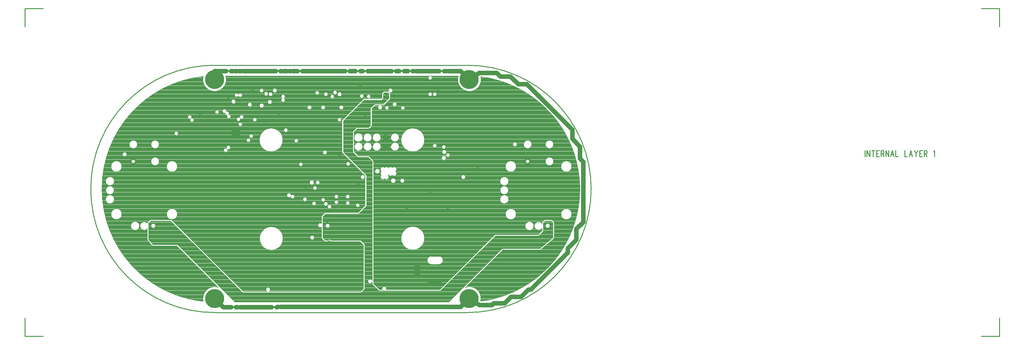
<source format=gbr>
*
*
G04 PADS VX.0 Build Number: 635560 generated Gerber (RS-274-X) file*
G04 PC Version=2.1*
*
%IN "JOG_v1.pcb"*%
*
%MOIN*%
*
%FSLAX35Y35*%
*
*
*
*
G04 PC Standard Apertures*
*
*
G04 Thermal Relief Aperture macro.*
%AMTER*
1,1,$1,0,0*
1,0,$1-$2,0,0*
21,0,$3,$4,0,0,45*
21,0,$3,$4,0,0,135*
%
*
*
G04 Annular Aperture macro.*
%AMANN*
1,1,$1,0,0*
1,0,$2,0,0*
%
*
*
G04 Odd Aperture macro.*
%AMODD*
1,1,$1,0,0*
1,0,$1-0.005,0,0*
%
*
*
G04 PC Custom Aperture Macros*
*
*
*
*
*
*
G04 PC Aperture Table*
*
%ADD010C,0.001*%
%ADD011C,0.004*%
%ADD012C,0.01*%
%ADD038O,0.14961X0.06299*%
%ADD039O,0.06299X0.14961*%
%ADD044C,0.07087*%
%ADD045C,0.20866*%
%ADD055C,0.02953*%
%ADD057C,0.05*%
%ADD100ANN,0.07087X0.04724*%
%ADD101ANN,0.0689X0.03937*%
%ADD105ANN,0.02362X0.005*%
*
*
*
*
G04 PC Circuitry*
G04 Layer Name JOG_v1.pcb - circuitry*
%LPD*%
*
*
G04 PC Custom Flashes*
G04 Layer Name JOG_v1.pcb - flashes*
%LPD*%
*
*
G04 PC Circuitry*
G04 Layer Name JOG_v1.pcb - circuitry*
%LPD*%
*
G54D10*
G54D11*
G01X2041562Y1541327D02*
G75*
G03X2041562I-2562J0D01*
G01X1608562D02*
G03X1608562I-2562J0D01*
G01X1799865Y1541500D02*
G03X1799865I-2365J0D01*
G01X2065433Y1554319D02*
G03X2065433I-5921J0D01*
G01Y1606681D02*
G03X2065433I-5921J0D01*
G01X2045413Y1612209D02*
G03X2045413I-4444J0D01*
G01Y1630909D02*
G03X2045413I-4444J0D01*
G01X2023727Y1541327D02*
G03X2023727I-4727J0D01*
G01X2019200Y1612209D02*
G03X2019200I-2169J0D01*
G01X2021476Y1630909D02*
G03X2021476I-4445J0D01*
G01X2004409Y1554319D02*
G03X2004409I-5921J0D01*
G01X1996129Y1570500D02*
G03X1996129I-4727J0D01*
G01X1995945Y1580500D02*
G03X1995945I-4543J0D01*
G01X1996129Y1590500D02*
G03X1996129I-4727J0D01*
G01X2004409Y1606681D02*
G03X2004409I-5921J0D01*
G01X2005385Y1631000D02*
G03X2005385I-2365J0D01*
G01X1948865Y1595000D02*
G03X1948865I-2365J0D01*
G01X1927476Y1616000D02*
G03X1927476I-2476J0D01*
G01X1931681Y1619000D02*
G03X1931681I-2181J0D01*
G01X1927865Y1622500D02*
G03X1927865I-2365J0D01*
G01X1927181Y1628000D02*
G03X1927181I-2181J0D01*
G01X1917181Y1629500D02*
G03X1917181I-2181J0D01*
G01Y1686000D02*
G03X1917181I-2181J0D01*
G01X1912201D02*
G03X1912201I-2181J0D01*
G01X1912181Y1704000D02*
G03X1912181I-2181J0D01*
G01X1903700Y1527800D02*
G03X1903700I-12800J0D01*
G01X1881865Y1591000D02*
G03X1881865I-2365J0D01*
G01X1903700Y1635800D02*
G03X1903700I-12800J0D01*
G01X1882181Y1671000D02*
G03X1882181I-2181J0D01*
G01X1872160Y1591000D02*
G03X1872160I-2660J0D01*
G01X1875882Y1628464D02*
G03X1875882I-4544J0D01*
G01Y1638464D02*
G03X1875882I-4544J0D01*
G01X1873365Y1675020D02*
G03X1873365I-2365J0D01*
G01X1864681Y1671000D02*
G03X1864681I-2181J0D01*
G01X1854660Y1601500D02*
G03X1854660I-2660J0D01*
G01X1855882Y1628464D02*
G03X1855882I-4544J0D01*
G01Y1638464D02*
G03X1855882I-4544J0D01*
G01X1845882Y1628464D02*
G03X1845882I-4544J0D01*
G01Y1638464D02*
G03X1845882I-4544J0D01*
G01X1835882Y1628464D02*
G03X1835882I-4544J0D01*
G01X1836066Y1638464D02*
G03X1836066I-4728J0D01*
G01X1868865Y1690000D02*
G03X1868865I-2365J0D01*
G01X1844681Y1683500D02*
G03X1844681I-2181J0D01*
G01X1838365Y1595000D02*
G03X1838365I-2365J0D01*
G01X1832681Y1564000D02*
G03X1832681I-2181J0D01*
G01X1821681Y1566500D02*
G03X1821681I-2181J0D01*
G01Y1573500D02*
G03X1821681I-2181J0D01*
G01X1822181Y1609500D02*
G03X1822181I-2181J0D01*
G01X1837181Y1684000D02*
G03X1837181I-2181J0D01*
G01X1809181Y1567402D02*
G03X1809181I-2181J0D01*
G01Y1573500D02*
G03X1809181I-2181J0D01*
G01X1812681Y1658000D02*
G03X1812681I-2181J0D01*
G01X1814865Y1671500D02*
G03X1814865I-2365J0D01*
G01X1812865Y1686000D02*
G03X1812865I-2365J0D01*
G01X1801681Y1562500D02*
G03X1801681I-2181J0D01*
G01X1804681Y1683500D02*
G03X1804681I-2181J0D01*
G01X1807681Y1688000D02*
G03X1807681I-2181J0D01*
G01X1797681Y1565500D02*
G03X1797681I-2181J0D01*
G01X1794681Y1570000D02*
G03X1794681I-2181J0D01*
G01X1796865Y1622000D02*
G03X1796865I-2365J0D01*
G01X1794865Y1671500D02*
G03X1794865I-2365J0D01*
G01X1797681Y1686000D02*
G03X1797681I-2181J0D01*
G01X1782865Y1528500D02*
G03X1782865I-2365J0D01*
G01X1784681Y1566000D02*
G03X1784681I-2181J0D01*
G01X1785681Y1583000D02*
G03X1785681I-2181J0D01*
G01X1788681Y1589000D02*
G03X1788681I-2181J0D01*
G01X1788146Y1687500D02*
G03X1788146I-2181J0D01*
G01X1782476Y1589000D02*
G03X1782476I-2476J0D01*
G01X1779865Y1671500D02*
G03X1779865I-2365J0D01*
G01X1774681Y1570500D02*
G03X1774681I-2181J0D01*
G01X1770181Y1609000D02*
G03X1770181I-2181J0D01*
G01X1765181Y1635000D02*
G03X1765181I-2181J0D01*
G01X1753681Y1646500D02*
G03X1753681I-2181J0D01*
G01X1748300Y1527600D02*
G03X1748300I-12800J0D01*
G01X1748100Y1635800D02*
G03X1748100I-12800J0D01*
G01X1741865Y1690000D02*
G03X1741865I-2365J0D01*
G01X1736365Y1677500D02*
G03X1736365I-2365J0D01*
G01X1736965Y1686000D02*
G03X1736965I-2182J0D01*
G01X1732043Y1686500D02*
G03X1732043I-2181J0D01*
G01X1727476Y1673500D02*
G03X1727476I-2476J0D01*
G01X1727122Y1690000D02*
G03X1727122I-2181J0D01*
G01X1712681Y1635500D02*
G03X1712681I-2181J0D01*
G01X1715681Y1640000D02*
G03X1715681I-2181J0D01*
G01X1719681Y1658000D02*
G03X1719681I-2181J0D01*
G01X1714365Y1674500D02*
G03X1714365I-2365J0D01*
G01X1703681Y1653000D02*
G03X1703681I-2181J0D01*
G01X1696365Y1678000D02*
G03X1696365I-2365J0D01*
G01X1678181Y1666500D02*
G03X1678181I-2181J0D01*
G01X1632433Y1554319D02*
G03X1632433I-5921J0D01*
G01Y1606681D02*
G03X1632433I-5921J0D01*
G01X1633441Y1643000D02*
G03X1633441I-2181J0D01*
G01X1612413Y1612209D02*
G03X1612413I-4444J0D01*
G01Y1630909D02*
G03X1612413I-4444J0D01*
G01X1590727Y1541327D02*
G03X1590727I-4727J0D01*
G01X1586200Y1612209D02*
G03X1586200I-2169J0D01*
G01X1588476Y1630909D02*
G03X1588476I-4445J0D01*
G01X1576865Y1620020D02*
G03X1576865I-2365J0D01*
G01X1571409Y1554319D02*
G03X1571409I-5921J0D01*
G01X1563129Y1570500D02*
G03X1563129I-4727J0D01*
G01X1562945Y1580500D02*
G03X1562945I-4543J0D01*
G01X1563129Y1590500D02*
G03X1563129I-4727J0D01*
G01X1571409Y1606681D02*
G03X1571409I-5921J0D01*
G01X1700800Y1640200D02*
Y1649800D01*
X1692200*
Y1640200*
X1700800*
X2044800Y1528593D02*
Y1544921D01*
X2042921Y1546800*
X2036055*
X2034143Y1544889*
Y1535474*
X2029083Y1530413*
X1981583*
X1921196Y1470027*
X1853644*
X1846253Y1477417*
Y1479781*
Y1481219D02*
G03Y1479781I-2253J-719D01*
G01Y1481219D02*
Y1612370D01*
X1841917Y1616706*
X1830823*
X1825113Y1622417*
X1825113D02*
Y1645270D01*
X1825113D02*
X1829417Y1649575D01*
X1842542*
X1844550Y1651583*
Y1670833*
X1848917Y1675200*
X1858417*
X1864800Y1681583*
Y1686528*
X1864645*
X1863417Y1687755*
X1859627*
X1858289Y1686417*
Y1681328*
X1856583Y1679622*
X1837261*
X1814556Y1656917*
Y1622439*
X1839913Y1597083*
Y1563205*
X1831583Y1554875*
X1795508*
X1792051Y1551417*
Y1528433*
X1795083Y1525401*
X1797595*
X1801405D02*
G03X1797595I-1905J-1401D01*
G01X1801405D02*
X1833784D01*
X1838103Y1521083*
Y1472015*
X1834083Y1467995*
X1704201*
X1625006Y1546800*
X1603069*
X1600700Y1544431*
Y1526600*
X1605593Y1520754*
X1632417*
X1695363Y1457808*
X1930471*
X1989080Y1516417*
X2030427*
X2044800Y1528593*
X2037947Y1494136D02*
G03X2037945Y1669866I-87975J87864D01*
G01X2037838Y1669973*
G03X1965476Y1705366I-87866J-87973*
G01X1941009Y1706300D02*
G03X1965476Y1705366I12091J-4200D01*
G01X1941009Y1706300D02*
X1685391D01*
X1660999Y1705638D02*
G03X1685391Y1706300I12301J-3538D01*
G01X1660999Y1705638D02*
G03X1660914Y1458371I12838J-123638D01*
G01X1677535Y1473679D02*
G03X1660914Y1458371I-4235J-12079D01*
G01X1677535Y1473679D02*
X1631844Y1519370D01*
X1605593*
X1604532Y1519866D02*
G03X1605593Y1519370I1061J888D01*
G01X1604532Y1519866D02*
X1599639Y1525711D01*
X1599316Y1526600D02*
G03X1599639Y1525711I1384J-0D01*
G01X1599316Y1526600D02*
Y1538221D01*
Y1544433D02*
G03Y1538221I-3316J-3106D01*
G01X1599721Y1545409D02*
G03X1599316Y1544433I979J-978D01*
G01X1599721Y1545409D02*
X1602091Y1547779D01*
X1603069Y1548184D02*
G03X1602091Y1547779I0J-1384D01*
G01X1603069Y1548184D02*
X1625006D01*
X1625982Y1547781D02*
G03X1625006Y1548184I-976J-981D01*
G01X1625982Y1547781D02*
X1704772Y1469379D01*
X1730954*
X1733046D02*
G03X1730954I-1046J2121D01*
G01X1733046D02*
X1833510D01*
X1836719Y1472588*
Y1520510*
X1833211Y1524017*
X1795083*
X1794104Y1524423D02*
G03X1795083Y1524017I979J978D01*
G01X1794104Y1524423D02*
X1791072Y1527455D01*
X1790667Y1528433D02*
G03X1791072Y1527455I1384J0D01*
G01X1790667Y1528433D02*
Y1540166D01*
Y1543834D02*
G03Y1540166I-1494J-1834D01*
G01Y1543834D02*
Y1551417D01*
X1791072Y1552396D02*
G03X1790667Y1551417I979J-979D01*
G01X1791072Y1552396D02*
X1794530Y1555853D01*
X1795508Y1556259D02*
G03X1794530Y1555853I0J-1384D01*
G01X1795508Y1556259D02*
X1831010D01*
X1838529Y1563778*
Y1596510*
X1813578Y1621461*
X1813172Y1622439D02*
G03X1813578Y1621461I1384J0D01*
G01X1813172Y1622439D02*
Y1656917D01*
X1813578Y1657896D02*
G03X1813172Y1656917I978J-979D01*
G01X1813578Y1657896D02*
X1836282Y1680600D01*
X1837261Y1681006D02*
G03X1836282Y1680600I0J-1384D01*
G01X1837261Y1681006D02*
X1856010D01*
X1856905Y1681901*
Y1686417*
X1857310Y1687396D02*
G03X1856905Y1686417I979J-979D01*
G01X1857310Y1687396D02*
X1858649Y1688734D01*
X1859627Y1689139D02*
G03X1858649Y1688734I0J-1384D01*
G01X1859627Y1689139D02*
X1863417D01*
X1864396Y1688734D02*
G03X1863417Y1689139I-979J-979D01*
G01X1864396Y1688734D02*
X1865319Y1687811D01*
X1866184Y1686528D02*
G03X1865319Y1687811I-1384J-0D01*
G01X1866184Y1686528D02*
Y1681583D01*
X1865779Y1680604D02*
G03X1866184Y1681583I-979J979D01*
G01X1865779Y1680604D02*
X1859396Y1674221D01*
X1858417Y1673816D02*
G03X1859396Y1674221I0J1384D01*
G01X1858417Y1673816D02*
X1855480D01*
X1854520D02*
G03X1855480I480J-2316D01*
G01X1854520D02*
X1849490D01*
X1845934Y1670260*
Y1651583*
X1845529Y1650604D02*
G03X1845934Y1651583I-979J979D01*
G01X1845529Y1650604D02*
X1843521Y1648596D01*
X1842542Y1648191D02*
G03X1843521Y1648596I0J1384D01*
G01X1842542Y1648191D02*
X1829990D01*
X1826497Y1644697*
Y1622990*
X1831397Y1618090*
X1841917*
X1842896Y1617685D02*
G03X1841917Y1618090I-979J-979D01*
G01X1842896Y1617685D02*
X1847232Y1613349D01*
X1847637Y1612370D02*
G03X1847232Y1613349I-1384J0D01*
G01X1847637Y1612370D02*
Y1477990D01*
X1854217Y1471411*
X1857401*
X1861599D02*
G03X1857401I-2099J1089D01*
G01X1861599D02*
X1920623D01*
X1980604Y1531392*
X1981583Y1531797D02*
G03X1980604Y1531392I-0J-1384D01*
G01X1981583Y1531797D02*
X2028510D01*
X2032759Y1536047*
Y1538775*
Y1543878D02*
G03Y1538775I-3759J-2551D01*
G01Y1543878D02*
Y1544889D01*
X2033165Y1545867D02*
G03X2032759Y1544889I978J-978D01*
G01X2033165Y1545867D02*
X2035076Y1547779D01*
X2036055Y1548184D02*
G03X2035076Y1547779I-0J-1384D01*
G01X2036055Y1548184D02*
X2042921D01*
X2043900Y1547779D02*
G03X2042921Y1548184I-979J-979D01*
G01X2043900Y1547779D02*
X2045779Y1545900D01*
X2046184Y1544921D02*
G03X2045779Y1545900I-1384J0D01*
G01X2046184Y1544921D02*
Y1528593D01*
X2045695Y1527537D02*
G03X2046184Y1528593I-895J1056D01*
G01X2045695Y1527537D02*
X2031321Y1515361D01*
X2030427Y1515033D02*
G03X2031321Y1515361I-0J1384D01*
G01X2030427Y1515033D02*
X1989653D01*
X1948243Y1473623*
X1965323Y1458614D02*
G03X1948243Y1473623I-12423J3086D01*
G01X1965323Y1458614D02*
G03X2037836Y1494025I-15351J123386D01*
G01X2037947Y1494136*
X2041562Y1541327D02*
G03X2041562I-2562J0D01*
G01X1608562D02*
G03X1608562I-2562J0D01*
G01X1799865Y1541500D02*
G03X1799865I-2365J0D01*
G01X2065433Y1554319D02*
G03X2065433I-5921J0D01*
G01Y1606681D02*
G03X2065433I-5921J0D01*
G01X2045413Y1612209D02*
G03X2045413I-4444J0D01*
G01Y1630909D02*
G03X2045413I-4444J0D01*
G01X2023727Y1541327D02*
G03X2023727I-4727J0D01*
G01X2019200Y1612209D02*
G03X2019200I-2169J0D01*
G01X2021476Y1630909D02*
G03X2021476I-4445J0D01*
G01X2004409Y1554319D02*
G03X2004409I-5921J0D01*
G01X1996129Y1570500D02*
G03X1996129I-4727J0D01*
G01X1995945Y1580500D02*
G03X1995945I-4543J0D01*
G01X1996129Y1590500D02*
G03X1996129I-4727J0D01*
G01X2004409Y1606681D02*
G03X2004409I-5921J0D01*
G01X2005385Y1631000D02*
G03X2005385I-2365J0D01*
G01X1948865Y1595000D02*
G03X1948865I-2365J0D01*
G01X1919724Y1499288D02*
G03Y1507956I0J4334D01*
G01Y1499288D02*
X1911063D01*
Y1507956D02*
G03Y1499288I-0J-4334D01*
G01Y1507956D02*
X1919724D01*
X1927476Y1616000D02*
G03X1927476I-2476J0D01*
G01X1931681Y1619000D02*
G03X1931681I-2181J0D01*
G01X1927865Y1622500D02*
G03X1927865I-2365J0D01*
G01X1927181Y1628000D02*
G03X1927181I-2181J0D01*
G01X1917181Y1629500D02*
G03X1917181I-2181J0D01*
G01Y1686000D02*
G03X1917181I-2181J0D01*
G01X1912201D02*
G03X1912201I-2181J0D01*
G01X1912181Y1704000D02*
G03X1912181I-2181J0D01*
G01X1903700Y1527800D02*
G03X1903700I-12800J0D01*
G01X1881865Y1591000D02*
G03X1881865I-2365J0D01*
G01X1903700Y1635800D02*
G03X1903700I-12800J0D01*
G01X1882181Y1671000D02*
G03X1882181I-2181J0D01*
G01X1872160Y1591000D02*
G03X1872160I-2660J0D01*
G01X1871920Y1601250D02*
G03X1868500Y1605254I-1420J2250D01*
G01Y1597246D02*
G03X1871920Y1601250I2000J1754D01*
G01X1864250Y1597580D02*
G03X1868500Y1597246I2250J1420D01*
G01X1863754Y1597000D02*
G03X1864250Y1597580I-1754J2000D01*
G01X1860000Y1593246D02*
G03X1863754Y1597000I2000J1754D01*
G01X1856246D02*
G03X1860000Y1593246I1754J-2000D01*
G01X1856580Y1601250D02*
G03X1856246Y1597000I1420J-2250D01*
G01X1860000Y1605254D02*
G03X1856580Y1601250I-2000J-1754D01*
G01X1864250Y1604920D02*
G03X1860000Y1605254I-2250J-1420D01*
G01X1868500D02*
G03X1864250Y1604920I-2000J-1754D01*
G01X1875882Y1628464D02*
G03X1875882I-4544J0D01*
G01Y1638464D02*
G03X1875882I-4544J0D01*
G01X1873365Y1675020D02*
G03X1873365I-2365J0D01*
G01X1864681Y1671000D02*
G03X1864681I-2181J0D01*
G01X1854660Y1601500D02*
G03X1854660I-2660J0D01*
G01X1855882Y1628464D02*
G03X1855882I-4544J0D01*
G01Y1638464D02*
G03X1855882I-4544J0D01*
G01X1845882Y1628464D02*
G03X1845882I-4544J0D01*
G01Y1638464D02*
G03X1845882I-4544J0D01*
G01X1835882Y1628464D02*
G03X1835882I-4544J0D01*
G01X1836066Y1638464D02*
G03X1836066I-4728J0D01*
G01X1868865Y1690000D02*
G03X1868865I-2365J0D01*
G01X1844681Y1683500D02*
G03X1844681I-2181J0D01*
G01X1838365Y1595000D02*
G03X1838365I-2365J0D01*
G01X1832681Y1564000D02*
G03X1832681I-2181J0D01*
G01X1821681Y1566500D02*
G03X1821681I-2181J0D01*
G01Y1573500D02*
G03X1821681I-2181J0D01*
G01X1822181Y1609500D02*
G03X1822181I-2181J0D01*
G01X1837181Y1684000D02*
G03X1837181I-2181J0D01*
G01X1809181Y1567402D02*
G03X1809181I-2181J0D01*
G01Y1573500D02*
G03X1809181I-2181J0D01*
G01X1812681Y1658000D02*
G03X1812681I-2181J0D01*
G01X1814865Y1671500D02*
G03X1814865I-2365J0D01*
G01X1812865Y1686000D02*
G03X1812865I-2365J0D01*
G01X1801681Y1562500D02*
G03X1801681I-2181J0D01*
G01X1804681Y1683500D02*
G03X1804681I-2181J0D01*
G01X1807681Y1688000D02*
G03X1807681I-2181J0D01*
G01X1797681Y1565500D02*
G03X1797681I-2181J0D01*
G01X1794681Y1570000D02*
G03X1794681I-2181J0D01*
G01X1796865Y1622000D02*
G03X1796865I-2365J0D01*
G01X1794865Y1671500D02*
G03X1794865I-2365J0D01*
G01X1797681Y1686000D02*
G03X1797681I-2181J0D01*
G01X1782865Y1528500D02*
G03X1782865I-2365J0D01*
G01X1784681Y1566000D02*
G03X1784681I-2181J0D01*
G01X1785681Y1583000D02*
G03X1785681I-2181J0D01*
G01X1788681Y1589000D02*
G03X1788681I-2181J0D01*
G01X1788146Y1687500D02*
G03X1788146I-2181J0D01*
G01X1782476Y1589000D02*
G03X1782476I-2476J0D01*
G01X1779865Y1671500D02*
G03X1779865I-2365J0D01*
G01X1774681Y1570500D02*
G03X1774681I-2181J0D01*
G01X1770181Y1609000D02*
G03X1770181I-2181J0D01*
G01X1756819Y1573488D02*
G03X1757364Y1574943I2181J12D01*
X1756819Y1573488I-2364J57*
G01X1765181Y1635000D02*
G03X1765181I-2181J0D01*
G01X1753681Y1646500D02*
G03X1753681I-2181J0D01*
G01X1748300Y1527600D02*
G03X1748300I-12800J0D01*
G01X1748100Y1635800D02*
G03X1748100I-12800J0D01*
G01X1749370Y1681500D02*
G03X1747630I-870J2000D01*
X1749370I870J-2000*
G01X1741865Y1690000D02*
G03X1741865I-2365J0D01*
G01X1736365Y1677500D02*
G03X1736365I-2365J0D01*
G01X1736965Y1686000D02*
G03X1736965I-2182J0D01*
G01X1732043Y1686500D02*
G03X1732043I-2181J0D01*
G01X1727476Y1673500D02*
G03X1727476I-2476J0D01*
G01X1727122Y1690000D02*
G03X1727122I-2181J0D01*
G01X1712681Y1635500D02*
G03X1712681I-2181J0D01*
G01X1715681Y1640000D02*
G03X1715681I-2181J0D01*
G01X1719681Y1658000D02*
G03X1719681I-2181J0D01*
G01X1714365Y1674500D02*
G03X1714365I-2365J0D01*
G01X1703681Y1653000D02*
G03X1703681I-2181J0D01*
G01X1701461Y1659454D02*
G03X1701039Y1660046I1539J1546D01*
X1701461Y1659454I-1539J-1546*
G01X1696365Y1678000D02*
G03X1696365I-2365J0D01*
G01X1699500Y1684130D02*
G03Y1685870I2000J870D01*
Y1684130I-2000J-870*
G01X1687359Y1625641D02*
G03X1686641Y1626359I1141J1859D01*
X1687359Y1625641I-1141J-1859*
G01X1687276Y1662836D02*
G03X1688724Y1663664I1724J-1336D01*
G01X1684878Y1665503D02*
G03X1687276Y1662836I2122J-503D01*
G01X1686122Y1666997D02*
G03X1684878Y1665503I-2122J503D01*
G01X1688724Y1663664D02*
G03X1686122Y1666997I-1724J1336D01*
G01X1678181Y1666500D02*
G03X1678181I-2181J0D01*
G01X1646954Y1659039D02*
G03X1647546Y1659461I1546J-1539D01*
X1646954Y1659039I-1546J1539*
G01X1632433Y1554319D02*
G03X1632433I-5921J0D01*
G01Y1606681D02*
G03X1632433I-5921J0D01*
G01X1633441Y1643000D02*
G03X1633441I-2181J0D01*
G01X1612413Y1612209D02*
G03X1612413I-4444J0D01*
G01Y1630909D02*
G03X1612413I-4444J0D01*
G01X1590727Y1541327D02*
G03X1590727I-4727J0D01*
G01X1586200Y1612209D02*
G03X1586200I-2169J0D01*
G01X1588476Y1630909D02*
G03X1588476I-4445J0D01*
G01X1576865Y1620020D02*
G03X1576865I-2365J0D01*
G01X1571409Y1554319D02*
G03X1571409I-5921J0D01*
G01X1563129Y1570500D02*
G03X1563129I-4727J0D01*
G01X1562945Y1580500D02*
G03X1562945I-4543J0D01*
G01X1563129Y1590500D02*
G03X1563129I-4727J0D01*
G01X1571409Y1606681D02*
G03X1571409I-5921J0D01*
G01X1692200Y1649559D02*
X1700800D01*
X1692200Y1649199D02*
X1700800D01*
X1692200Y1648839D02*
X1700800D01*
X1692200Y1648479D02*
X1700800D01*
X1692200Y1648119D02*
X1700800D01*
X1692200Y1647759D02*
X1700800D01*
X1692200Y1647399D02*
X1700800D01*
X1692200Y1647039D02*
X1700800D01*
X1692200Y1646679D02*
X1700800D01*
X1692200Y1646319D02*
X1700800D01*
X1692200Y1645959D02*
X1700800D01*
X1692200Y1645599D02*
X1700800D01*
X1692200Y1645239D02*
X1700800D01*
X1692200Y1644879D02*
X1700800D01*
X1692200Y1644519D02*
X1700800D01*
X1692200Y1644159D02*
X1700800D01*
X1692200Y1643799D02*
X1700800D01*
X1692200Y1643439D02*
X1700800D01*
X1692200Y1643079D02*
X1700800D01*
X1692200Y1642719D02*
X1700800D01*
X1692200Y1642359D02*
X1700800D01*
X1692200Y1641999D02*
X1700800D01*
X1692200Y1641639D02*
X1700800D01*
X1692200Y1641279D02*
X1700800D01*
X1692200Y1640919D02*
X1700800D01*
X1692200Y1640559D02*
X1700800D01*
X2034143Y1544567D02*
X2044800D01*
X2034143Y1544207D02*
X2044800D01*
X2039461Y1543847D02*
X2044800D01*
X2040378Y1543487D02*
X2044800D01*
X2040823Y1543127D02*
X2044800D01*
X2041119Y1542767D02*
X2044800D01*
X2041323Y1542407D02*
X2044800D01*
X2041459Y1542047D02*
X2044800D01*
X2041537Y1541687D02*
X2044800D01*
X2041562Y1541327D02*
X2044800D01*
X2041537Y1540967D02*
X2044800D01*
X2041459Y1540607D02*
X2044800D01*
X2041324Y1540247D02*
X2044800D01*
X2041120Y1539887D02*
X2044800D01*
X2040824Y1539527D02*
X2044800D01*
X2040379Y1539167D02*
X2044800D01*
X2039465Y1538807D02*
X2044800D01*
X2034143Y1538447D02*
X2044800D01*
X2034143Y1538087D02*
X2044800D01*
X2034143Y1537727D02*
X2044800D01*
X2034143Y1537367D02*
X2044800D01*
X2034143Y1537007D02*
X2044800D01*
X2034143Y1536647D02*
X2044800D01*
X2034143Y1536287D02*
X2044800D01*
X2034143Y1535927D02*
X2044800D01*
X2034143Y1535567D02*
X2044800D01*
X2033877Y1535207D02*
X2044800D01*
X2033517Y1534847D02*
X2044800D01*
X2033157Y1534487D02*
X2044800D01*
X2032797Y1534127D02*
X2044800D01*
X2032437Y1533767D02*
X2044800D01*
X2032077Y1533407D02*
X2044800D01*
X2031717Y1533047D02*
X2044800D01*
X2031357Y1532687D02*
X2044800D01*
X2030997Y1532327D02*
X2044800D01*
X2030637Y1531967D02*
X2044800D01*
X2030277Y1531607D02*
X2044800D01*
X2029917Y1531247D02*
X2044800D01*
X2029557Y1530887D02*
X2044800D01*
X2029197Y1530527D02*
X2044800D01*
X1981337Y1530167D02*
X2044800D01*
X1980977Y1529807D02*
X2044800D01*
X1980617Y1529447D02*
X2044800D01*
X1980257Y1529087D02*
X2044800D01*
X1979897Y1528727D02*
X2044800D01*
X2034182Y1544927D02*
X2044794D01*
X1979537Y1528367D02*
X2044534D01*
X2034542Y1545287D02*
X2044434D01*
X1979177Y1528007D02*
X2044109D01*
X2034902Y1545647D02*
X2044074D01*
X2035262Y1546007D02*
X2043714D01*
X1978817Y1527647D02*
X2043684D01*
X2035622Y1546367D02*
X2043354D01*
X1978457Y1527287D02*
X2043259D01*
X2035982Y1546727D02*
X2042994D01*
X1978097Y1526927D02*
X2042834D01*
X1977737Y1526567D02*
X2042409D01*
X1977377Y1526207D02*
X2041984D01*
X1977017Y1525847D02*
X2041559D01*
X1976657Y1525487D02*
X2041134D01*
X1976297Y1525127D02*
X2040709D01*
X1975937Y1524767D02*
X2040284D01*
X1975577Y1524407D02*
X2039859D01*
X1975217Y1524047D02*
X2039434D01*
X1974857Y1523687D02*
X2039009D01*
X1974497Y1523327D02*
X2038584D01*
X2034143Y1543847D02*
X2038539D01*
X2034143Y1538807D02*
X2038535D01*
X1974137Y1522967D02*
X2038159D01*
X1973777Y1522607D02*
X2037734D01*
X2034143Y1543487D02*
X2037622D01*
X2034143Y1539167D02*
X2037621D01*
X1973417Y1522247D02*
X2037309D01*
X2034143Y1543127D02*
X2037177D01*
X2034143Y1539527D02*
X2037176D01*
X1973057Y1521887D02*
X2036884D01*
X2034143Y1542767D02*
X2036881D01*
X2034143Y1539887D02*
X2036880D01*
X2034143Y1542407D02*
X2036677D01*
X2034143Y1540247D02*
X2036676D01*
X2034143Y1542047D02*
X2036541D01*
X2034143Y1540607D02*
X2036541D01*
X2034143Y1541687D02*
X2036463D01*
X2034143Y1540967D02*
X2036463D01*
X1972697Y1521527D02*
X2036459D01*
X2034143Y1541327D02*
X2036438D01*
X1972337Y1521167D02*
X2036034D01*
X1971977Y1520807D02*
X2035609D01*
X1971617Y1520447D02*
X2035184D01*
X1971257Y1520087D02*
X2034759D01*
X1970897Y1519727D02*
X2034334D01*
X1970537Y1519367D02*
X2033909D01*
X1970177Y1519007D02*
X2033484D01*
X1969817Y1518647D02*
X2033059D01*
X1969457Y1518287D02*
X2032634D01*
X1969097Y1517927D02*
X2032209D01*
X1968737Y1517567D02*
X2031784D01*
X1968377Y1517207D02*
X2031359D01*
X1968017Y1516847D02*
X2030935D01*
X1967657Y1516487D02*
X2030510D01*
X1967297Y1516127D02*
X1988790D01*
X1966937Y1515767D02*
X1988430D01*
X1966577Y1515407D02*
X1988070D01*
X1966217Y1515047D02*
X1987710D01*
X1965857Y1514687D02*
X1987350D01*
X1965497Y1514327D02*
X1986990D01*
X1965137Y1513967D02*
X1986630D01*
X1964777Y1513607D02*
X1986270D01*
X1964417Y1513247D02*
X1985910D01*
X1964057Y1512887D02*
X1985550D01*
X1963697Y1512527D02*
X1985190D01*
X1963337Y1512167D02*
X1984830D01*
X1962977Y1511807D02*
X1984470D01*
X1962617Y1511447D02*
X1984110D01*
X1962257Y1511087D02*
X1983750D01*
X1961897Y1510727D02*
X1983390D01*
X1961537Y1510367D02*
X1983030D01*
X1961177Y1510007D02*
X1982670D01*
X1960817Y1509647D02*
X1982310D01*
X1960457Y1509287D02*
X1981950D01*
X1960097Y1508927D02*
X1981590D01*
X1959737Y1508567D02*
X1981230D01*
X1959377Y1508207D02*
X1980870D01*
X1959017Y1507847D02*
X1980510D01*
X1958657Y1507487D02*
X1980150D01*
X1958297Y1507127D02*
X1979790D01*
X1957937Y1506767D02*
X1979430D01*
X1957577Y1506407D02*
X1979070D01*
X1957217Y1506047D02*
X1978710D01*
X1956857Y1505687D02*
X1978350D01*
X1956497Y1505327D02*
X1977990D01*
X1956137Y1504967D02*
X1977630D01*
X1955777Y1504607D02*
X1977270D01*
X1955417Y1504247D02*
X1976910D01*
X1955057Y1503887D02*
X1976550D01*
X1954697Y1503527D02*
X1976190D01*
X1954337Y1503167D02*
X1975830D01*
X1953977Y1502807D02*
X1975470D01*
X1953617Y1502447D02*
X1975110D01*
X1953257Y1502087D02*
X1974750D01*
X1952897Y1501727D02*
X1974390D01*
X1952537Y1501367D02*
X1974030D01*
X1952177Y1501007D02*
X1973670D01*
X1951817Y1500647D02*
X1973310D01*
X1951457Y1500287D02*
X1972950D01*
X1951097Y1499927D02*
X1972590D01*
X1950737Y1499567D02*
X1972230D01*
X1950377Y1499207D02*
X1971870D01*
X1950017Y1498847D02*
X1971510D01*
X1949657Y1498487D02*
X1971150D01*
X1949297Y1498127D02*
X1970790D01*
X1948937Y1497767D02*
X1970430D01*
X1948577Y1497407D02*
X1970070D01*
X1948217Y1497047D02*
X1969710D01*
X1947857Y1496687D02*
X1969350D01*
X1947497Y1496327D02*
X1968990D01*
X1947137Y1495967D02*
X1968630D01*
X1946777Y1495607D02*
X1968270D01*
X1946417Y1495247D02*
X1967910D01*
X1946057Y1494887D02*
X1967550D01*
X1945697Y1494527D02*
X1967190D01*
X1945337Y1494167D02*
X1966830D01*
X1944977Y1493807D02*
X1966470D01*
X1944617Y1493447D02*
X1966110D01*
X1944257Y1493087D02*
X1965750D01*
X1943897Y1492727D02*
X1965390D01*
X1943537Y1492367D02*
X1965030D01*
X1943177Y1492007D02*
X1964670D01*
X1942817Y1491647D02*
X1964310D01*
X1942457Y1491287D02*
X1963950D01*
X1942097Y1490927D02*
X1963590D01*
X1941737Y1490567D02*
X1963230D01*
X1941377Y1490207D02*
X1962870D01*
X1941017Y1489847D02*
X1962510D01*
X1940657Y1489487D02*
X1962150D01*
X1940297Y1489127D02*
X1961790D01*
X1939937Y1488767D02*
X1961430D01*
X1939577Y1488407D02*
X1961070D01*
X1939217Y1488047D02*
X1960710D01*
X1938857Y1487687D02*
X1960350D01*
X1938497Y1487327D02*
X1959990D01*
X1938137Y1486967D02*
X1959630D01*
X1937777Y1486607D02*
X1959270D01*
X1937417Y1486247D02*
X1958910D01*
X1937057Y1485887D02*
X1958550D01*
X1936697Y1485527D02*
X1958190D01*
X1936337Y1485167D02*
X1957830D01*
X1935977Y1484807D02*
X1957470D01*
X1935617Y1484447D02*
X1957110D01*
X1935257Y1484087D02*
X1956750D01*
X1934897Y1483727D02*
X1956390D01*
X1934537Y1483367D02*
X1956030D01*
X1934177Y1483007D02*
X1955670D01*
X1933817Y1482647D02*
X1955310D01*
X1933457Y1482287D02*
X1954950D01*
X1933097Y1481927D02*
X1954590D01*
X1932737Y1481567D02*
X1954230D01*
X1932377Y1481207D02*
X1953870D01*
X1932017Y1480847D02*
X1953510D01*
X1931657Y1480487D02*
X1953150D01*
X1931297Y1480127D02*
X1952790D01*
X1930937Y1479767D02*
X1952430D01*
X1930577Y1479407D02*
X1952070D01*
X1930217Y1479047D02*
X1951710D01*
X1929857Y1478687D02*
X1951350D01*
X1929497Y1478327D02*
X1950990D01*
X1929137Y1477967D02*
X1950630D01*
X1928777Y1477607D02*
X1950270D01*
X1928417Y1477247D02*
X1949910D01*
X1928057Y1476887D02*
X1949550D01*
X1927697Y1476527D02*
X1949190D01*
X1927337Y1476167D02*
X1948830D01*
X1926977Y1475807D02*
X1948470D01*
X1926617Y1475447D02*
X1948110D01*
X1926257Y1475087D02*
X1947750D01*
X1925897Y1474727D02*
X1947390D01*
X1925537Y1474367D02*
X1947030D01*
X1925177Y1474007D02*
X1946670D01*
X1924817Y1473647D02*
X1946310D01*
X1924457Y1473287D02*
X1945950D01*
X1924097Y1472927D02*
X1945590D01*
X1923737Y1472567D02*
X1945230D01*
X1923377Y1472207D02*
X1944870D01*
X1923017Y1471847D02*
X1944510D01*
X1922657Y1471487D02*
X1944150D01*
X1922297Y1471127D02*
X1943790D01*
X1921937Y1470767D02*
X1943430D01*
X1921577Y1470407D02*
X1943070D01*
X1921217Y1470047D02*
X1942710D01*
X1835775Y1469687D02*
X1942350D01*
X1835415Y1469327D02*
X1941990D01*
X1835055Y1468967D02*
X1941630D01*
X1834695Y1468607D02*
X1941270D01*
X1834335Y1468247D02*
X1940910D01*
X1685284Y1467887D02*
X1940550D01*
X1685644Y1467527D02*
X1940190D01*
X1686004Y1467167D02*
X1939830D01*
X1686364Y1466807D02*
X1939470D01*
X1686724Y1466447D02*
X1939110D01*
X1687084Y1466087D02*
X1938750D01*
X1687444Y1465727D02*
X1938390D01*
X1687804Y1465367D02*
X1938030D01*
X1688164Y1465007D02*
X1937670D01*
X1688524Y1464647D02*
X1937310D01*
X1688884Y1464287D02*
X1936950D01*
X1689244Y1463927D02*
X1936590D01*
X1689604Y1463567D02*
X1936230D01*
X1689964Y1463207D02*
X1935870D01*
X1690324Y1462847D02*
X1935510D01*
X1690684Y1462487D02*
X1935150D01*
X1691044Y1462127D02*
X1934790D01*
X1691404Y1461767D02*
X1934430D01*
X1691764Y1461407D02*
X1934070D01*
X1692124Y1461047D02*
X1933710D01*
X1692484Y1460687D02*
X1933350D01*
X1692844Y1460327D02*
X1932990D01*
X1693204Y1459967D02*
X1932630D01*
X1693564Y1459607D02*
X1932270D01*
X1693924Y1459247D02*
X1931910D01*
X1694284Y1458887D02*
X1931550D01*
X1694644Y1458527D02*
X1931190D01*
X1695004Y1458167D02*
X1930830D01*
X1858289Y1686407D02*
X1864800D01*
X1858289Y1686047D02*
X1864800D01*
X1858289Y1685687D02*
X1864800D01*
X1858289Y1685327D02*
X1864800D01*
X1858289Y1684967D02*
X1864800D01*
X1858289Y1684607D02*
X1864800D01*
X1858289Y1684247D02*
X1864800D01*
X1858289Y1683887D02*
X1864800D01*
X1858289Y1683527D02*
X1864800D01*
X1858289Y1683167D02*
X1864800D01*
X1858289Y1682807D02*
X1864800D01*
X1858289Y1682447D02*
X1864800D01*
X1858289Y1682087D02*
X1864800D01*
X1858289Y1681727D02*
X1864800D01*
X1858289Y1681367D02*
X1864584D01*
X1858639Y1686767D02*
X1864405D01*
X1857968Y1681007D02*
X1864224D01*
X1858999Y1687127D02*
X1864045D01*
X1857608Y1680647D02*
X1863864D01*
X1859359Y1687487D02*
X1863685D01*
X1857248Y1680287D02*
X1863504D01*
X1856888Y1679927D02*
X1863144D01*
X1837206Y1679567D02*
X1862784D01*
X1836846Y1679207D02*
X1862424D01*
X1836486Y1678847D02*
X1862064D01*
X1836126Y1678487D02*
X1861704D01*
X1835766Y1678127D02*
X1861344D01*
X1835406Y1677767D02*
X1860984D01*
X1835046Y1677407D02*
X1860624D01*
X1834686Y1677047D02*
X1860264D01*
X1834326Y1676687D02*
X1859904D01*
X1833966Y1676327D02*
X1859544D01*
X1833606Y1675967D02*
X1859184D01*
X1833246Y1675607D02*
X1858824D01*
X1832886Y1675247D02*
X1858464D01*
X1836135Y1470047D02*
X1853623D01*
X1836495Y1470407D02*
X1853263D01*
X1836855Y1470767D02*
X1852903D01*
X1837215Y1471127D02*
X1852543D01*
X1837575Y1471487D02*
X1852183D01*
X1837935Y1471847D02*
X1851823D01*
X1838103Y1472207D02*
X1851463D01*
X1838103Y1472567D02*
X1851103D01*
X1838103Y1472927D02*
X1850743D01*
X1838103Y1473287D02*
X1850383D01*
X1838103Y1473647D02*
X1850023D01*
X1838103Y1474007D02*
X1849663D01*
X1838103Y1474367D02*
X1849303D01*
X1838103Y1474727D02*
X1848943D01*
X1832526Y1674887D02*
X1848604D01*
X1838103Y1475087D02*
X1848583D01*
X1832166Y1674527D02*
X1848244D01*
X1838103Y1475447D02*
X1848223D01*
X1831806Y1674167D02*
X1847884D01*
X1838103Y1475807D02*
X1847863D01*
X1831446Y1673807D02*
X1847524D01*
X1838103Y1476167D02*
X1847503D01*
X1831086Y1673447D02*
X1847164D01*
X1838103Y1476527D02*
X1847143D01*
X1830726Y1673087D02*
X1846804D01*
X1838103Y1476887D02*
X1846783D01*
X1830366Y1672727D02*
X1846444D01*
X1838103Y1477247D02*
X1846423D01*
X1846249Y1479767D02*
X1846253D01*
X1846098Y1479407D02*
X1846253D01*
X1845866Y1479047D02*
X1846253D01*
X1845519Y1478687D02*
X1846253D01*
X1844934Y1478327D02*
X1846253D01*
X1838103Y1477967D02*
X1846253D01*
X1838103Y1477607D02*
X1846253D01*
X1846111Y1481567D02*
X1846253D01*
X1845886Y1481927D02*
X1846253D01*
X1845549Y1482287D02*
X1846253D01*
X1844992Y1482647D02*
X1846253D01*
X1838103Y1483007D02*
X1846253D01*
X1838103Y1483367D02*
X1846253D01*
X1838103Y1483727D02*
X1846253D01*
X1838103Y1484087D02*
X1846253D01*
X1838103Y1484447D02*
X1846253D01*
X1838103Y1484807D02*
X1846253D01*
X1838103Y1485167D02*
X1846253D01*
X1838103Y1485527D02*
X1846253D01*
X1838103Y1485887D02*
X1846253D01*
X1838103Y1486247D02*
X1846253D01*
X1838103Y1486607D02*
X1846253D01*
X1838103Y1486967D02*
X1846253D01*
X1838103Y1487327D02*
X1846253D01*
X1838103Y1487687D02*
X1846253D01*
X1838103Y1488047D02*
X1846253D01*
X1838103Y1488407D02*
X1846253D01*
X1838103Y1488767D02*
X1846253D01*
X1838103Y1489127D02*
X1846253D01*
X1838103Y1489487D02*
X1846253D01*
X1838103Y1489847D02*
X1846253D01*
X1838103Y1490207D02*
X1846253D01*
X1838103Y1490567D02*
X1846253D01*
X1838103Y1490927D02*
X1846253D01*
X1838103Y1491287D02*
X1846253D01*
X1838103Y1491647D02*
X1846253D01*
X1838103Y1492007D02*
X1846253D01*
X1838103Y1492367D02*
X1846253D01*
X1838103Y1492727D02*
X1846253D01*
X1838103Y1493087D02*
X1846253D01*
X1838103Y1493447D02*
X1846253D01*
X1838103Y1493807D02*
X1846253D01*
X1838103Y1494167D02*
X1846253D01*
X1838103Y1494527D02*
X1846253D01*
X1838103Y1494887D02*
X1846253D01*
X1838103Y1495247D02*
X1846253D01*
X1838103Y1495607D02*
X1846253D01*
X1838103Y1495967D02*
X1846253D01*
X1838103Y1496327D02*
X1846253D01*
X1838103Y1496687D02*
X1846253D01*
X1838103Y1497047D02*
X1846253D01*
X1838103Y1497407D02*
X1846253D01*
X1838103Y1497767D02*
X1846253D01*
X1838103Y1498127D02*
X1846253D01*
X1838103Y1498487D02*
X1846253D01*
X1838103Y1498847D02*
X1846253D01*
X1838103Y1499207D02*
X1846253D01*
X1838103Y1499567D02*
X1846253D01*
X1838103Y1499927D02*
X1846253D01*
X1838103Y1500287D02*
X1846253D01*
X1838103Y1500647D02*
X1846253D01*
X1838103Y1501007D02*
X1846253D01*
X1838103Y1501367D02*
X1846253D01*
X1838103Y1501727D02*
X1846253D01*
X1838103Y1502087D02*
X1846253D01*
X1838103Y1502447D02*
X1846253D01*
X1838103Y1502807D02*
X1846253D01*
X1838103Y1503167D02*
X1846253D01*
X1838103Y1503527D02*
X1846253D01*
X1838103Y1503887D02*
X1846253D01*
X1838103Y1504247D02*
X1846253D01*
X1838103Y1504607D02*
X1846253D01*
X1838103Y1504967D02*
X1846253D01*
X1838103Y1505327D02*
X1846253D01*
X1838103Y1505687D02*
X1846253D01*
X1838103Y1506047D02*
X1846253D01*
X1838103Y1506407D02*
X1846253D01*
X1838103Y1506767D02*
X1846253D01*
X1838103Y1507127D02*
X1846253D01*
X1838103Y1507487D02*
X1846253D01*
X1838103Y1507847D02*
X1846253D01*
X1838103Y1508207D02*
X1846253D01*
X1838103Y1508567D02*
X1846253D01*
X1838103Y1508927D02*
X1846253D01*
X1838103Y1509287D02*
X1846253D01*
X1838103Y1509647D02*
X1846253D01*
X1838103Y1510007D02*
X1846253D01*
X1838103Y1510367D02*
X1846253D01*
X1838103Y1510727D02*
X1846253D01*
X1838103Y1511087D02*
X1846253D01*
X1838103Y1511447D02*
X1846253D01*
X1838103Y1511807D02*
X1846253D01*
X1838103Y1512167D02*
X1846253D01*
X1838103Y1512527D02*
X1846253D01*
X1838103Y1512887D02*
X1846253D01*
X1838103Y1513247D02*
X1846253D01*
X1838103Y1513607D02*
X1846253D01*
X1838103Y1513967D02*
X1846253D01*
X1838103Y1514327D02*
X1846253D01*
X1838103Y1514687D02*
X1846253D01*
X1838103Y1515047D02*
X1846253D01*
X1838103Y1515407D02*
X1846253D01*
X1838103Y1515767D02*
X1846253D01*
X1838103Y1516127D02*
X1846253D01*
X1838103Y1516487D02*
X1846253D01*
X1838103Y1516847D02*
X1846253D01*
X1838103Y1517207D02*
X1846253D01*
X1838103Y1517567D02*
X1846253D01*
X1838103Y1517927D02*
X1846253D01*
X1838103Y1518287D02*
X1846253D01*
X1838103Y1518647D02*
X1846253D01*
X1838103Y1519007D02*
X1846253D01*
X1838103Y1519367D02*
X1846253D01*
X1838103Y1519727D02*
X1846253D01*
X1838103Y1520087D02*
X1846253D01*
X1838103Y1520447D02*
X1846253D01*
X1838103Y1520807D02*
X1846253D01*
X1838018Y1521167D02*
X1846253D01*
X1837658Y1521527D02*
X1846253D01*
X1837298Y1521887D02*
X1846253D01*
X1836938Y1522247D02*
X1846253D01*
X1836578Y1522607D02*
X1846253D01*
X1836218Y1522967D02*
X1846253D01*
X1835858Y1523327D02*
X1846253D01*
X1835498Y1523687D02*
X1846253D01*
X1835138Y1524047D02*
X1846253D01*
X1834778Y1524407D02*
X1846253D01*
X1834418Y1524767D02*
X1846253D01*
X1834058Y1525127D02*
X1846253D01*
X1801339Y1525487D02*
X1846253D01*
X1800977Y1525847D02*
X1846253D01*
X1800350Y1526207D02*
X1846253D01*
X1793917Y1526567D02*
X1846253D01*
X1793557Y1526927D02*
X1846253D01*
X1793197Y1527287D02*
X1846253D01*
X1792837Y1527647D02*
X1846253D01*
X1792477Y1528007D02*
X1846253D01*
X1792117Y1528367D02*
X1846253D01*
X1792051Y1528727D02*
X1846253D01*
X1792051Y1529087D02*
X1846253D01*
X1792051Y1529447D02*
X1846253D01*
X1792051Y1529807D02*
X1846253D01*
X1792051Y1530167D02*
X1846253D01*
X1792051Y1530527D02*
X1846253D01*
X1792051Y1530887D02*
X1846253D01*
X1792051Y1531247D02*
X1846253D01*
X1792051Y1531607D02*
X1846253D01*
X1792051Y1531967D02*
X1846253D01*
X1792051Y1532327D02*
X1846253D01*
X1792051Y1532687D02*
X1846253D01*
X1792051Y1533047D02*
X1846253D01*
X1792051Y1533407D02*
X1846253D01*
X1792051Y1533767D02*
X1846253D01*
X1792051Y1534127D02*
X1846253D01*
X1792051Y1534487D02*
X1846253D01*
X1792051Y1534847D02*
X1846253D01*
X1792051Y1535207D02*
X1846253D01*
X1792051Y1535567D02*
X1846253D01*
X1792051Y1535927D02*
X1846253D01*
X1792051Y1536287D02*
X1846253D01*
X1792051Y1536647D02*
X1846253D01*
X1792051Y1537007D02*
X1846253D01*
X1792051Y1537367D02*
X1846253D01*
X1792051Y1537727D02*
X1846253D01*
X1792051Y1538087D02*
X1846253D01*
X1792051Y1538447D02*
X1846253D01*
X1792051Y1538807D02*
X1846253D01*
X1797889Y1539167D02*
X1846253D01*
X1798805Y1539527D02*
X1846253D01*
X1799230Y1539887D02*
X1846253D01*
X1799506Y1540247D02*
X1846253D01*
X1799690Y1540607D02*
X1846253D01*
X1799804Y1540967D02*
X1846253D01*
X1799859Y1541327D02*
X1846253D01*
X1799858Y1541687D02*
X1846253D01*
X1799801Y1542047D02*
X1846253D01*
X1799684Y1542407D02*
X1846253D01*
X1799497Y1542767D02*
X1846253D01*
X1799216Y1543127D02*
X1846253D01*
X1798783Y1543487D02*
X1846253D01*
X1797791Y1543847D02*
X1846253D01*
X1792051Y1544207D02*
X1846253D01*
X1792051Y1544567D02*
X1846253D01*
X1792051Y1544927D02*
X1846253D01*
X1792051Y1545287D02*
X1846253D01*
X1792051Y1545647D02*
X1846253D01*
X1792051Y1546007D02*
X1846253D01*
X1792051Y1546367D02*
X1846253D01*
X1792051Y1546727D02*
X1846253D01*
X1792051Y1547087D02*
X1846253D01*
X1792051Y1547447D02*
X1846253D01*
X1792051Y1547807D02*
X1846253D01*
X1792051Y1548167D02*
X1846253D01*
X1792051Y1548527D02*
X1846253D01*
X1792051Y1548887D02*
X1846253D01*
X1792051Y1549247D02*
X1846253D01*
X1792051Y1549607D02*
X1846253D01*
X1792051Y1549967D02*
X1846253D01*
X1792051Y1550327D02*
X1846253D01*
X1792051Y1550687D02*
X1846253D01*
X1792051Y1551047D02*
X1846253D01*
X1792051Y1551407D02*
X1846253D01*
X1792401Y1551767D02*
X1846253D01*
X1792761Y1552127D02*
X1846253D01*
X1793121Y1552487D02*
X1846253D01*
X1793481Y1552847D02*
X1846253D01*
X1793841Y1553207D02*
X1846253D01*
X1794201Y1553567D02*
X1846253D01*
X1794561Y1553927D02*
X1846253D01*
X1794921Y1554287D02*
X1846253D01*
X1795281Y1554647D02*
X1846253D01*
X1831715Y1555007D02*
X1846253D01*
X1832075Y1555367D02*
X1846253D01*
X1832435Y1555727D02*
X1846253D01*
X1832795Y1556087D02*
X1846253D01*
X1833155Y1556447D02*
X1846253D01*
X1833515Y1556807D02*
X1846253D01*
X1833875Y1557167D02*
X1846253D01*
X1834235Y1557527D02*
X1846253D01*
X1834595Y1557887D02*
X1846253D01*
X1834955Y1558247D02*
X1846253D01*
X1835315Y1558607D02*
X1846253D01*
X1835675Y1558967D02*
X1846253D01*
X1836035Y1559327D02*
X1846253D01*
X1836395Y1559687D02*
X1846253D01*
X1836755Y1560047D02*
X1846253D01*
X1837115Y1560407D02*
X1846253D01*
X1837475Y1560767D02*
X1846253D01*
X1837835Y1561127D02*
X1846253D01*
X1838195Y1561487D02*
X1846253D01*
X1838555Y1561847D02*
X1846253D01*
X1838915Y1562207D02*
X1846253D01*
X1839275Y1562567D02*
X1846253D01*
X1839635Y1562927D02*
X1846253D01*
X1839913Y1563287D02*
X1846253D01*
X1839913Y1563647D02*
X1846253D01*
X1839913Y1564007D02*
X1846253D01*
X1839913Y1564367D02*
X1846253D01*
X1839913Y1564727D02*
X1846253D01*
X1839913Y1565087D02*
X1846253D01*
X1839913Y1565447D02*
X1846253D01*
X1839913Y1565807D02*
X1846253D01*
X1839913Y1566167D02*
X1846253D01*
X1839913Y1566527D02*
X1846253D01*
X1839913Y1566887D02*
X1846253D01*
X1839913Y1567247D02*
X1846253D01*
X1839913Y1567607D02*
X1846253D01*
X1839913Y1567967D02*
X1846253D01*
X1839913Y1568327D02*
X1846253D01*
X1839913Y1568687D02*
X1846253D01*
X1839913Y1569047D02*
X1846253D01*
X1839913Y1569407D02*
X1846253D01*
X1839913Y1569767D02*
X1846253D01*
X1839913Y1570127D02*
X1846253D01*
X1839913Y1570487D02*
X1846253D01*
X1839913Y1570847D02*
X1846253D01*
X1839913Y1571207D02*
X1846253D01*
X1839913Y1571567D02*
X1846253D01*
X1839913Y1571927D02*
X1846253D01*
X1839913Y1572287D02*
X1846253D01*
X1839913Y1572647D02*
X1846253D01*
X1839913Y1573007D02*
X1846253D01*
X1839913Y1573367D02*
X1846253D01*
X1839913Y1573727D02*
X1846253D01*
X1839913Y1574087D02*
X1846253D01*
X1839913Y1574447D02*
X1846253D01*
X1839913Y1574807D02*
X1846253D01*
X1839913Y1575167D02*
X1846253D01*
X1839913Y1575527D02*
X1846253D01*
X1839913Y1575887D02*
X1846253D01*
X1839913Y1576247D02*
X1846253D01*
X1839913Y1576607D02*
X1846253D01*
X1839913Y1576967D02*
X1846253D01*
X1839913Y1577327D02*
X1846253D01*
X1839913Y1577687D02*
X1846253D01*
X1839913Y1578047D02*
X1846253D01*
X1839913Y1578407D02*
X1846253D01*
X1839913Y1578767D02*
X1846253D01*
X1839913Y1579127D02*
X1846253D01*
X1839913Y1579487D02*
X1846253D01*
X1839913Y1579847D02*
X1846253D01*
X1839913Y1580207D02*
X1846253D01*
X1839913Y1580567D02*
X1846253D01*
X1839913Y1580927D02*
X1846253D01*
X1839913Y1581287D02*
X1846253D01*
X1839913Y1581647D02*
X1846253D01*
X1839913Y1582007D02*
X1846253D01*
X1839913Y1582367D02*
X1846253D01*
X1839913Y1582727D02*
X1846253D01*
X1839913Y1583087D02*
X1846253D01*
X1839913Y1583447D02*
X1846253D01*
X1839913Y1583807D02*
X1846253D01*
X1839913Y1584167D02*
X1846253D01*
X1839913Y1584527D02*
X1846253D01*
X1839913Y1584887D02*
X1846253D01*
X1839913Y1585247D02*
X1846253D01*
X1839913Y1585607D02*
X1846253D01*
X1839913Y1585967D02*
X1846253D01*
X1839913Y1586327D02*
X1846253D01*
X1839913Y1586687D02*
X1846253D01*
X1839913Y1587047D02*
X1846253D01*
X1839913Y1587407D02*
X1846253D01*
X1839913Y1587767D02*
X1846253D01*
X1839913Y1588127D02*
X1846253D01*
X1839913Y1588487D02*
X1846253D01*
X1839913Y1588847D02*
X1846253D01*
X1839913Y1589207D02*
X1846253D01*
X1839913Y1589567D02*
X1846253D01*
X1839913Y1589927D02*
X1846253D01*
X1839913Y1590287D02*
X1846253D01*
X1839913Y1590647D02*
X1846253D01*
X1839913Y1591007D02*
X1846253D01*
X1839913Y1591367D02*
X1846253D01*
X1839913Y1591727D02*
X1846253D01*
X1839913Y1592087D02*
X1846253D01*
X1839913Y1592447D02*
X1846253D01*
X1839913Y1592807D02*
X1846253D01*
X1839913Y1593167D02*
X1846253D01*
X1839913Y1593527D02*
X1846253D01*
X1839913Y1593887D02*
X1846253D01*
X1839913Y1594247D02*
X1846253D01*
X1839913Y1594607D02*
X1846253D01*
X1839913Y1594967D02*
X1846253D01*
X1839913Y1595327D02*
X1846253D01*
X1839913Y1595687D02*
X1846253D01*
X1839913Y1596047D02*
X1846253D01*
X1839913Y1596407D02*
X1846253D01*
X1839913Y1596767D02*
X1846253D01*
X1839868Y1597127D02*
X1846253D01*
X1839508Y1597487D02*
X1846253D01*
X1839148Y1597847D02*
X1846253D01*
X1838788Y1598207D02*
X1846253D01*
X1838428Y1598567D02*
X1846253D01*
X1838068Y1598927D02*
X1846253D01*
X1837708Y1599287D02*
X1846253D01*
X1837348Y1599647D02*
X1846253D01*
X1836988Y1600007D02*
X1846253D01*
X1836628Y1600367D02*
X1846253D01*
X1836268Y1600727D02*
X1846253D01*
X1835908Y1601087D02*
X1846253D01*
X1835548Y1601447D02*
X1846253D01*
X1835188Y1601807D02*
X1846253D01*
X1834828Y1602167D02*
X1846253D01*
X1834468Y1602527D02*
X1846253D01*
X1834108Y1602887D02*
X1846253D01*
X1833748Y1603247D02*
X1846253D01*
X1833388Y1603607D02*
X1846253D01*
X1833028Y1603967D02*
X1846253D01*
X1832668Y1604327D02*
X1846253D01*
X1832308Y1604687D02*
X1846253D01*
X1831948Y1605047D02*
X1846253D01*
X1831588Y1605407D02*
X1846253D01*
X1831228Y1605767D02*
X1846253D01*
X1830868Y1606127D02*
X1846253D01*
X1830508Y1606487D02*
X1846253D01*
X1830148Y1606847D02*
X1846253D01*
X1829788Y1607207D02*
X1846253D01*
X1829428Y1607567D02*
X1846253D01*
X1829068Y1607927D02*
X1846253D01*
X1828708Y1608287D02*
X1846253D01*
X1828348Y1608647D02*
X1846253D01*
X1827988Y1609007D02*
X1846253D01*
X1827628Y1609367D02*
X1846253D01*
X1827268Y1609727D02*
X1846253D01*
X1826908Y1610087D02*
X1846253D01*
X1826548Y1610447D02*
X1846253D01*
X1826188Y1610807D02*
X1846253D01*
X1825828Y1611167D02*
X1846253D01*
X1825468Y1611527D02*
X1846253D01*
X1825108Y1611887D02*
X1846253D01*
X1824748Y1612247D02*
X1846253D01*
X1830006Y1672367D02*
X1846084D01*
X1824388Y1612607D02*
X1846016D01*
X1829646Y1672007D02*
X1845724D01*
X1824028Y1612967D02*
X1845656D01*
X1829286Y1671647D02*
X1845364D01*
X1823668Y1613327D02*
X1845296D01*
X1828926Y1671287D02*
X1845004D01*
X1823308Y1613687D02*
X1844936D01*
X1828566Y1670927D02*
X1844644D01*
X1822948Y1614047D02*
X1844576D01*
X1814556Y1651847D02*
X1844550D01*
X1814556Y1652207D02*
X1844550D01*
X1814556Y1652567D02*
X1844550D01*
X1814556Y1652927D02*
X1844550D01*
X1814556Y1653287D02*
X1844550D01*
X1814556Y1653647D02*
X1844550D01*
X1814556Y1654007D02*
X1844550D01*
X1814556Y1654367D02*
X1844550D01*
X1814556Y1654727D02*
X1844550D01*
X1814556Y1655087D02*
X1844550D01*
X1814556Y1655447D02*
X1844550D01*
X1814556Y1655807D02*
X1844550D01*
X1814556Y1656167D02*
X1844550D01*
X1814556Y1656527D02*
X1844550D01*
X1814556Y1656887D02*
X1844550D01*
X1814886Y1657247D02*
X1844550D01*
X1815246Y1657607D02*
X1844550D01*
X1815606Y1657967D02*
X1844550D01*
X1815966Y1658327D02*
X1844550D01*
X1816326Y1658687D02*
X1844550D01*
X1816686Y1659047D02*
X1844550D01*
X1817046Y1659407D02*
X1844550D01*
X1817406Y1659767D02*
X1844550D01*
X1817766Y1660127D02*
X1844550D01*
X1818126Y1660487D02*
X1844550D01*
X1818486Y1660847D02*
X1844550D01*
X1818846Y1661207D02*
X1844550D01*
X1819206Y1661567D02*
X1844550D01*
X1819566Y1661927D02*
X1844550D01*
X1819926Y1662287D02*
X1844550D01*
X1820286Y1662647D02*
X1844550D01*
X1820646Y1663007D02*
X1844550D01*
X1821006Y1663367D02*
X1844550D01*
X1821366Y1663727D02*
X1844550D01*
X1821726Y1664087D02*
X1844550D01*
X1822086Y1664447D02*
X1844550D01*
X1822446Y1664807D02*
X1844550D01*
X1822806Y1665167D02*
X1844550D01*
X1823166Y1665527D02*
X1844550D01*
X1823526Y1665887D02*
X1844550D01*
X1823886Y1666247D02*
X1844550D01*
X1824246Y1666607D02*
X1844550D01*
X1824606Y1666967D02*
X1844550D01*
X1824966Y1667327D02*
X1844550D01*
X1825326Y1667687D02*
X1844550D01*
X1825686Y1668047D02*
X1844550D01*
X1826046Y1668407D02*
X1844550D01*
X1826406Y1668767D02*
X1844550D01*
X1826766Y1669127D02*
X1844550D01*
X1827126Y1669487D02*
X1844550D01*
X1827486Y1669847D02*
X1844550D01*
X1827846Y1670207D02*
X1844550D01*
X1828206Y1670567D02*
X1844550D01*
X1814556Y1651487D02*
X1844454D01*
X1822588Y1614407D02*
X1844216D01*
X1814556Y1651127D02*
X1844094D01*
X1822228Y1614767D02*
X1843856D01*
X1814556Y1650767D02*
X1843734D01*
X1821868Y1615127D02*
X1843496D01*
X1814556Y1650407D02*
X1843374D01*
X1821508Y1615487D02*
X1843136D01*
X1838103Y1478327D02*
X1843066D01*
X1814556Y1650047D02*
X1843014D01*
X1838103Y1482647D02*
X1843008D01*
X1821148Y1615847D02*
X1842776D01*
X1814556Y1649687D02*
X1842654D01*
X1838103Y1478687D02*
X1842481D01*
X1838103Y1482287D02*
X1842451D01*
X1820788Y1616207D02*
X1842416D01*
X1838103Y1479047D02*
X1842134D01*
X1838103Y1481927D02*
X1842114D01*
X1820428Y1616567D02*
X1842056D01*
X1838103Y1479407D02*
X1841902D01*
X1838103Y1481567D02*
X1841889D01*
X1838103Y1479767D02*
X1841751D01*
X1838103Y1481207D02*
X1841743D01*
X1838103Y1480127D02*
X1841664D01*
X1838103Y1480847D02*
X1841660D01*
X1838103Y1480487D02*
X1841635D01*
X1820068Y1616927D02*
X1830602D01*
X1819708Y1617287D02*
X1830242D01*
X1819348Y1617647D02*
X1829882D01*
X1818988Y1618007D02*
X1829522D01*
X1814556Y1649327D02*
X1829169D01*
X1818628Y1618367D02*
X1829162D01*
X1814556Y1648967D02*
X1828809D01*
X1818268Y1618727D02*
X1828802D01*
X1814556Y1648607D02*
X1828449D01*
X1817908Y1619087D02*
X1828442D01*
X1814556Y1648247D02*
X1828089D01*
X1817548Y1619447D02*
X1828082D01*
X1814556Y1647887D02*
X1827729D01*
X1817188Y1619807D02*
X1827722D01*
X1814556Y1647527D02*
X1827369D01*
X1816828Y1620167D02*
X1827362D01*
X1814556Y1647167D02*
X1827009D01*
X1816468Y1620527D02*
X1827002D01*
X1814556Y1646807D02*
X1826649D01*
X1816108Y1620887D02*
X1826642D01*
X1814556Y1646447D02*
X1826289D01*
X1815748Y1621247D02*
X1826282D01*
X1814556Y1646087D02*
X1825929D01*
X1815388Y1621607D02*
X1825922D01*
X1814556Y1645727D02*
X1825569D01*
X1815028Y1621967D02*
X1825562D01*
X1814556Y1645367D02*
X1825209D01*
X1814668Y1622327D02*
X1825202D01*
X1814556Y1645007D02*
X1825113D01*
X1814556Y1644647D02*
X1825113D01*
X1814556Y1644287D02*
X1825113D01*
X1814556Y1643927D02*
X1825113D01*
X1814556Y1643567D02*
X1825113D01*
X1814556Y1643207D02*
X1825113D01*
X1814556Y1642847D02*
X1825113D01*
X1814556Y1642487D02*
X1825113D01*
X1814556Y1642127D02*
X1825113D01*
X1814556Y1641767D02*
X1825113D01*
X1814556Y1641407D02*
X1825113D01*
X1814556Y1641047D02*
X1825113D01*
X1814556Y1640687D02*
X1825113D01*
X1814556Y1640327D02*
X1825113D01*
X1814556Y1639967D02*
X1825113D01*
X1814556Y1639607D02*
X1825113D01*
X1814556Y1639247D02*
X1825113D01*
X1814556Y1638887D02*
X1825113D01*
X1814556Y1638527D02*
X1825113D01*
X1814556Y1638167D02*
X1825113D01*
X1814556Y1637807D02*
X1825113D01*
X1814556Y1637447D02*
X1825113D01*
X1814556Y1637087D02*
X1825113D01*
X1814556Y1636727D02*
X1825113D01*
X1814556Y1636367D02*
X1825113D01*
X1814556Y1636007D02*
X1825113D01*
X1814556Y1635647D02*
X1825113D01*
X1814556Y1635287D02*
X1825113D01*
X1814556Y1634927D02*
X1825113D01*
X1814556Y1634567D02*
X1825113D01*
X1814556Y1634207D02*
X1825113D01*
X1814556Y1633847D02*
X1825113D01*
X1814556Y1633487D02*
X1825113D01*
X1814556Y1633127D02*
X1825113D01*
X1814556Y1632767D02*
X1825113D01*
X1814556Y1632407D02*
X1825113D01*
X1814556Y1632047D02*
X1825113D01*
X1814556Y1631687D02*
X1825113D01*
X1814556Y1631327D02*
X1825113D01*
X1814556Y1630967D02*
X1825113D01*
X1814556Y1630607D02*
X1825113D01*
X1814556Y1630247D02*
X1825113D01*
X1814556Y1629887D02*
X1825113D01*
X1814556Y1629527D02*
X1825113D01*
X1814556Y1629167D02*
X1825113D01*
X1814556Y1628807D02*
X1825113D01*
X1814556Y1628447D02*
X1825113D01*
X1814556Y1628087D02*
X1825113D01*
X1814556Y1627727D02*
X1825113D01*
X1814556Y1627367D02*
X1825113D01*
X1814556Y1627007D02*
X1825113D01*
X1814556Y1626647D02*
X1825113D01*
X1814556Y1626287D02*
X1825113D01*
X1814556Y1625927D02*
X1825113D01*
X1814556Y1625567D02*
X1825113D01*
X1814556Y1625207D02*
X1825113D01*
X1814556Y1624847D02*
X1825113D01*
X1814556Y1624487D02*
X1825113D01*
X1814556Y1624127D02*
X1825113D01*
X1814556Y1623767D02*
X1825113D01*
X1814556Y1623407D02*
X1825113D01*
X1814556Y1623047D02*
X1825113D01*
X1814556Y1622687D02*
X1825113D01*
X1794277Y1526207D02*
X1798650D01*
X1794637Y1525847D02*
X1798023D01*
X1794997Y1525487D02*
X1797661D01*
X1792051Y1543847D02*
X1797209D01*
X1792051Y1539167D02*
X1797111D01*
X1792051Y1543487D02*
X1796217D01*
X1792051Y1539527D02*
X1796195D01*
X1792051Y1543127D02*
X1795784D01*
X1792051Y1539887D02*
X1795770D01*
X1792051Y1542767D02*
X1795503D01*
X1792051Y1540247D02*
X1795494D01*
X1792051Y1542407D02*
X1795316D01*
X1792051Y1540607D02*
X1795310D01*
X1792051Y1542047D02*
X1795199D01*
X1792051Y1540967D02*
X1795196D01*
X1792051Y1541687D02*
X1795142D01*
X1792051Y1541327D02*
X1795141D01*
X1684924Y1468247D02*
X1703948D01*
X1684564Y1468607D02*
X1703586D01*
X1684204Y1468967D02*
X1703224D01*
X1683844Y1469327D02*
X1702862D01*
X1683484Y1469687D02*
X1702501D01*
X1683124Y1470047D02*
X1702139D01*
X1682764Y1470407D02*
X1701777D01*
X1682404Y1470767D02*
X1701415D01*
X1682044Y1471127D02*
X1701053D01*
X1681684Y1471487D02*
X1700692D01*
X1681324Y1471847D02*
X1700330D01*
X1680964Y1472207D02*
X1699968D01*
X1680604Y1472567D02*
X1699606D01*
X1680244Y1472927D02*
X1699244D01*
X1679884Y1473287D02*
X1698883D01*
X1679524Y1473647D02*
X1698521D01*
X1679164Y1474007D02*
X1698159D01*
X1678804Y1474367D02*
X1697797D01*
X1678444Y1474727D02*
X1697436D01*
X1678084Y1475087D02*
X1697074D01*
X1677724Y1475447D02*
X1696712D01*
X1677364Y1475807D02*
X1696350D01*
X1677004Y1476167D02*
X1695988D01*
X1676644Y1476527D02*
X1695627D01*
X1676284Y1476887D02*
X1695265D01*
X1675924Y1477247D02*
X1694903D01*
X1675564Y1477607D02*
X1694541D01*
X1675204Y1477967D02*
X1694180D01*
X1674844Y1478327D02*
X1693818D01*
X1674484Y1478687D02*
X1693456D01*
X1674124Y1479047D02*
X1693094D01*
X1673764Y1479407D02*
X1692732D01*
X1673404Y1479767D02*
X1692371D01*
X1673044Y1480127D02*
X1692009D01*
X1672684Y1480487D02*
X1691647D01*
X1672324Y1480847D02*
X1691285D01*
X1671964Y1481207D02*
X1690924D01*
X1671604Y1481567D02*
X1690562D01*
X1671244Y1481927D02*
X1690200D01*
X1670884Y1482287D02*
X1689838D01*
X1670524Y1482647D02*
X1689476D01*
X1670164Y1483007D02*
X1689115D01*
X1669804Y1483367D02*
X1688753D01*
X1669444Y1483727D02*
X1688391D01*
X1669084Y1484087D02*
X1688029D01*
X1668724Y1484447D02*
X1687668D01*
X1668364Y1484807D02*
X1687306D01*
X1668004Y1485167D02*
X1686944D01*
X1667644Y1485527D02*
X1686582D01*
X1667284Y1485887D02*
X1686220D01*
X1666924Y1486247D02*
X1685859D01*
X1666564Y1486607D02*
X1685497D01*
X1666204Y1486967D02*
X1685135D01*
X1665844Y1487327D02*
X1684773D01*
X1665484Y1487687D02*
X1684411D01*
X1665124Y1488047D02*
X1684050D01*
X1664764Y1488407D02*
X1683688D01*
X1664404Y1488767D02*
X1683326D01*
X1664044Y1489127D02*
X1682964D01*
X1663684Y1489487D02*
X1682603D01*
X1663324Y1489847D02*
X1682241D01*
X1662964Y1490207D02*
X1681879D01*
X1662604Y1490567D02*
X1681517D01*
X1662244Y1490927D02*
X1681155D01*
X1661884Y1491287D02*
X1680794D01*
X1661524Y1491647D02*
X1680432D01*
X1661164Y1492007D02*
X1680070D01*
X1660804Y1492367D02*
X1679708D01*
X1660444Y1492727D02*
X1679347D01*
X1660084Y1493087D02*
X1678985D01*
X1659724Y1493447D02*
X1678623D01*
X1659364Y1493807D02*
X1678261D01*
X1659004Y1494167D02*
X1677899D01*
X1658644Y1494527D02*
X1677538D01*
X1658284Y1494887D02*
X1677176D01*
X1657924Y1495247D02*
X1676814D01*
X1657564Y1495607D02*
X1676452D01*
X1657204Y1495967D02*
X1676091D01*
X1656844Y1496327D02*
X1675729D01*
X1656484Y1496687D02*
X1675367D01*
X1656124Y1497047D02*
X1675005D01*
X1655764Y1497407D02*
X1674643D01*
X1655404Y1497767D02*
X1674282D01*
X1655044Y1498127D02*
X1673920D01*
X1654684Y1498487D02*
X1673558D01*
X1654324Y1498847D02*
X1673196D01*
X1653964Y1499207D02*
X1672834D01*
X1653604Y1499567D02*
X1672473D01*
X1653244Y1499927D02*
X1672111D01*
X1652884Y1500287D02*
X1671749D01*
X1652524Y1500647D02*
X1671387D01*
X1652164Y1501007D02*
X1671026D01*
X1651804Y1501367D02*
X1670664D01*
X1651444Y1501727D02*
X1670302D01*
X1651084Y1502087D02*
X1669940D01*
X1650724Y1502447D02*
X1669578D01*
X1650364Y1502807D02*
X1669217D01*
X1650004Y1503167D02*
X1668855D01*
X1649644Y1503527D02*
X1668493D01*
X1649284Y1503887D02*
X1668131D01*
X1648924Y1504247D02*
X1667770D01*
X1648564Y1504607D02*
X1667408D01*
X1648204Y1504967D02*
X1667046D01*
X1647844Y1505327D02*
X1666684D01*
X1647484Y1505687D02*
X1666322D01*
X1647124Y1506047D02*
X1665961D01*
X1646764Y1506407D02*
X1665599D01*
X1646404Y1506767D02*
X1665237D01*
X1646044Y1507127D02*
X1664875D01*
X1645684Y1507487D02*
X1664514D01*
X1645324Y1507847D02*
X1664152D01*
X1644964Y1508207D02*
X1663790D01*
X1644604Y1508567D02*
X1663428D01*
X1644244Y1508927D02*
X1663066D01*
X1643884Y1509287D02*
X1662705D01*
X1643524Y1509647D02*
X1662343D01*
X1643164Y1510007D02*
X1661981D01*
X1642804Y1510367D02*
X1661619D01*
X1642444Y1510727D02*
X1661258D01*
X1642084Y1511087D02*
X1660896D01*
X1641724Y1511447D02*
X1660534D01*
X1641364Y1511807D02*
X1660172D01*
X1641004Y1512167D02*
X1659810D01*
X1640644Y1512527D02*
X1659449D01*
X1640284Y1512887D02*
X1659087D01*
X1639924Y1513247D02*
X1658725D01*
X1639564Y1513607D02*
X1658363D01*
X1639204Y1513967D02*
X1658001D01*
X1638844Y1514327D02*
X1657640D01*
X1638484Y1514687D02*
X1657278D01*
X1638124Y1515047D02*
X1656916D01*
X1637764Y1515407D02*
X1656554D01*
X1637404Y1515767D02*
X1656193D01*
X1637044Y1516127D02*
X1655831D01*
X1636684Y1516487D02*
X1655469D01*
X1636324Y1516847D02*
X1655107D01*
X1635964Y1517207D02*
X1654745D01*
X1635604Y1517567D02*
X1654384D01*
X1635244Y1517927D02*
X1654022D01*
X1634884Y1518287D02*
X1653660D01*
X1634524Y1518647D02*
X1653298D01*
X1634164Y1519007D02*
X1652937D01*
X1633804Y1519367D02*
X1652575D01*
X1633444Y1519727D02*
X1652213D01*
X1633084Y1520087D02*
X1651851D01*
X1632724Y1520447D02*
X1651489D01*
X1605549Y1520807D02*
X1651128D01*
X1605248Y1521167D02*
X1650766D01*
X1604946Y1521527D02*
X1650404D01*
X1604645Y1521887D02*
X1650042D01*
X1604344Y1522247D02*
X1649681D01*
X1604042Y1522607D02*
X1649319D01*
X1603741Y1522967D02*
X1648957D01*
X1603440Y1523327D02*
X1648595D01*
X1603138Y1523687D02*
X1648233D01*
X1602837Y1524047D02*
X1647872D01*
X1602535Y1524407D02*
X1647510D01*
X1602234Y1524767D02*
X1647148D01*
X1601933Y1525127D02*
X1646786D01*
X1601631Y1525487D02*
X1646425D01*
X1601330Y1525847D02*
X1646063D01*
X1601029Y1526207D02*
X1645701D01*
X1600727Y1526567D02*
X1645339D01*
X1600700Y1526927D02*
X1644977D01*
X1600700Y1527287D02*
X1644616D01*
X1600700Y1527647D02*
X1644254D01*
X1600700Y1528007D02*
X1643892D01*
X1600700Y1528367D02*
X1643530D01*
X1600700Y1528727D02*
X1643168D01*
X1600700Y1529087D02*
X1642807D01*
X1600700Y1529447D02*
X1642445D01*
X1600700Y1529807D02*
X1642083D01*
X1600700Y1530167D02*
X1641721D01*
X1600700Y1530527D02*
X1641360D01*
X1600700Y1530887D02*
X1640998D01*
X1600700Y1531247D02*
X1640636D01*
X1600700Y1531607D02*
X1640274D01*
X1600700Y1531967D02*
X1639912D01*
X1600700Y1532327D02*
X1639551D01*
X1600700Y1532687D02*
X1639189D01*
X1600700Y1533047D02*
X1638827D01*
X1600700Y1533407D02*
X1638465D01*
X1600700Y1533767D02*
X1638104D01*
X1600700Y1534127D02*
X1637742D01*
X1600700Y1534487D02*
X1637380D01*
X1600700Y1534847D02*
X1637018D01*
X1600700Y1535207D02*
X1636656D01*
X1600700Y1535567D02*
X1636295D01*
X1600700Y1535927D02*
X1635933D01*
X1600700Y1536287D02*
X1635571D01*
X1600700Y1536647D02*
X1635209D01*
X1600700Y1537007D02*
X1634848D01*
X1600700Y1537367D02*
X1634486D01*
X1600700Y1537727D02*
X1634124D01*
X1600700Y1538087D02*
X1633762D01*
X1600700Y1538447D02*
X1633400D01*
X1606465Y1538807D02*
X1633039D01*
X1607379Y1539167D02*
X1632677D01*
X1607824Y1539527D02*
X1632315D01*
X1608120Y1539887D02*
X1631953D01*
X1608324Y1540247D02*
X1631592D01*
X1608459Y1540607D02*
X1631230D01*
X1608537Y1540967D02*
X1630868D01*
X1608562Y1541327D02*
X1630506D01*
X1608537Y1541687D02*
X1630144D01*
X1608459Y1542047D02*
X1629783D01*
X1608323Y1542407D02*
X1629421D01*
X1608119Y1542767D02*
X1629059D01*
X1607823Y1543127D02*
X1628697D01*
X1607378Y1543487D02*
X1628335D01*
X1606461Y1543847D02*
X1627974D01*
X1600700Y1544207D02*
X1627612D01*
X1600836Y1544567D02*
X1627250D01*
X1601196Y1544927D02*
X1626888D01*
X1601556Y1545287D02*
X1626527D01*
X1601916Y1545647D02*
X1626165D01*
X1602276Y1546007D02*
X1625803D01*
X1602636Y1546367D02*
X1625441D01*
X1602996Y1546727D02*
X1625079D01*
X1600700Y1543847D02*
X1605539D01*
X1600700Y1538807D02*
X1605535D01*
X1600700Y1543487D02*
X1604622D01*
X1600700Y1539167D02*
X1604621D01*
X1600700Y1543127D02*
X1604177D01*
X1600700Y1539527D02*
X1604176D01*
X1600700Y1542767D02*
X1603881D01*
X1600700Y1539887D02*
X1603880D01*
X1600700Y1542407D02*
X1603677D01*
X1600700Y1540247D02*
X1603676D01*
X1600700Y1542047D02*
X1603541D01*
X1600700Y1540607D02*
X1603541D01*
X1600700Y1541687D02*
X1603463D01*
X1600700Y1540967D02*
X1603463D01*
X1600700Y1541327D02*
X1603438D01*
X1995724Y1581899D02*
X2074309D01*
X1995591Y1582259D02*
X2074309D01*
X1995825Y1581539D02*
X2074308D01*
X1995421Y1582619D02*
X2074307D01*
X1995894Y1581179D02*
X2074306D01*
X1995209Y1582979D02*
X2074305D01*
X1995934Y1580819D02*
X2074303D01*
X1994949Y1583339D02*
X2074302D01*
X1995945Y1580459D02*
X2074299D01*
X1994628Y1583699D02*
X2074297D01*
X1995927Y1580099D02*
X2074294D01*
X1994226Y1584059D02*
X2074292D01*
X1995881Y1579739D02*
X2074288D01*
X1993701Y1584419D02*
X2074286D01*
X1995804Y1579379D02*
X2074281D01*
X1992930Y1584779D02*
X2074278D01*
X1995697Y1579019D02*
X2074273D01*
X1847637Y1585139D02*
X2074269D01*
X1995555Y1578659D02*
X2074264D01*
X1847637Y1585499D02*
X2074260D01*
X1995376Y1578299D02*
X2074254D01*
X1992299Y1585859D02*
X2074249D01*
X1995154Y1577939D02*
X2074243D01*
X1993406Y1586219D02*
X2074237D01*
X1994881Y1577579D02*
X2074230D01*
X1994042Y1586579D02*
X2074225D01*
X1994544Y1577219D02*
X2074217D01*
X1994510Y1586939D02*
X2074211D01*
X1994119Y1576859D02*
X2074203D01*
X1994880Y1587299D02*
X2074196D01*
X1993554Y1576499D02*
X2074187D01*
X1995180Y1587659D02*
X2074180D01*
X1992675Y1576139D02*
X2074171D01*
X1995425Y1588019D02*
X2074163D01*
X1847637Y1575779D02*
X2074153D01*
X1995626Y1588379D02*
X2074145D01*
X1847637Y1575419D02*
X2074135D01*
X1995789Y1588739D02*
X2074126D01*
X1992653Y1575059D02*
X2074115D01*
X1995916Y1589099D02*
X2074106D01*
X1993574Y1574699D02*
X2074094D01*
X1996013Y1589459D02*
X2074085D01*
X1994161Y1574339D02*
X2074073D01*
X1996080Y1589819D02*
X2074063D01*
X1994603Y1573979D02*
X2074050D01*
X1996118Y1590179D02*
X2074040D01*
X1994954Y1573619D02*
X2074026D01*
X1996129Y1590539D02*
X2074015D01*
X1995240Y1573259D02*
X2074001D01*
X1996112Y1590899D02*
X2073990D01*
X1995475Y1572899D02*
X2073975D01*
X1996068Y1591259D02*
X2073964D01*
X1995667Y1572539D02*
X2073949D01*
X1995995Y1591619D02*
X2073936D01*
X1995821Y1572179D02*
X2073921D01*
X1995892Y1591979D02*
X2073908D01*
X1995941Y1571819D02*
X2073891D01*
X1995757Y1592339D02*
X2073878D01*
X1996031Y1571459D02*
X2073861D01*
X1995586Y1592699D02*
X2073848D01*
X1996091Y1571099D02*
X2073830D01*
X1995377Y1593059D02*
X2073816D01*
X1996123Y1570739D02*
X2073798D01*
X1995120Y1593419D02*
X2073784D01*
X1996127Y1570379D02*
X2073765D01*
X1994807Y1593779D02*
X2073750D01*
X1996104Y1570019D02*
X2073730D01*
X1994419Y1594139D02*
X2073715D01*
X1996053Y1569659D02*
X2073695D01*
X1993923Y1594499D02*
X2073679D01*
X1995974Y1569299D02*
X2073659D01*
X1993232Y1594859D02*
X2073642D01*
X1995864Y1568939D02*
X2073621D01*
X1991687Y1595219D02*
X2073604D01*
X1995721Y1568579D02*
X2073583D01*
X1948793Y1595579D02*
X2073565D01*
X1995542Y1568219D02*
X2073543D01*
X1948671Y1595939D02*
X2073525D01*
X1995322Y1567859D02*
X2073502D01*
X1948477Y1596299D02*
X2073484D01*
X1995054Y1567499D02*
X2073460D01*
X1948186Y1596659D02*
X2073442D01*
X1994726Y1567139D02*
X2073418D01*
X1947732Y1597019D02*
X2073399D01*
X1994317Y1566779D02*
X2073374D01*
X1872609Y1597379D02*
X2073354D01*
X1993787Y1566419D02*
X2073329D01*
X1872842Y1597739D02*
X2073309D01*
X1993021Y1566059D02*
X2073283D01*
X1873003Y1598099D02*
X2073262D01*
X1847637Y1565699D02*
X2073236D01*
X1873105Y1598459D02*
X2073215D01*
X1847637Y1565339D02*
X2073188D01*
X1873154Y1598819D02*
X2073166D01*
X1847637Y1564979D02*
X2073138D01*
X1873154Y1599179D02*
X2073117D01*
X1847637Y1564619D02*
X2073088D01*
X1873105Y1599539D02*
X2073066D01*
X1847637Y1564259D02*
X2073037D01*
X1873004Y1599899D02*
X2073014D01*
X1847637Y1563899D02*
X2072984D01*
X1872844Y1600259D02*
X2072961D01*
X1847637Y1563539D02*
X2072931D01*
X1872611Y1600619D02*
X2072907D01*
X1847637Y1563179D02*
X2072876D01*
X2061107Y1600979D02*
X2072852D01*
X1847637Y1562819D02*
X2072821D01*
X2062065Y1601339D02*
X2072796D01*
X1847637Y1562459D02*
X2072764D01*
X2062711Y1601699D02*
X2072739D01*
X1847637Y1562099D02*
X2072706D01*
X2063212Y1602059D02*
X2072680D01*
X1847637Y1561739D02*
X2072647D01*
X2063622Y1602419D02*
X2072621D01*
X1847637Y1561379D02*
X2072587D01*
X2063965Y1602779D02*
X2072561D01*
X1847637Y1561019D02*
X2072526D01*
X2064257Y1603139D02*
X2072499D01*
X1847637Y1560659D02*
X2072464D01*
X2064505Y1603499D02*
X2072436D01*
X1847637Y1560299D02*
X2072401D01*
X2064717Y1603859D02*
X2072373D01*
X2061377Y1559939D02*
X2072336D01*
X2064897Y1604219D02*
X2072308D01*
X2062231Y1559579D02*
X2072271D01*
X2065047Y1604579D02*
X2072242D01*
X2062837Y1559219D02*
X2072204D01*
X2065171Y1604939D02*
X2072175D01*
X2063313Y1558859D02*
X2072137D01*
X2065269Y1605299D02*
X2072107D01*
X2063706Y1558499D02*
X2072068D01*
X2065344Y1605659D02*
X2072037D01*
X2064036Y1558139D02*
X2071998D01*
X2065396Y1606019D02*
X2071967D01*
X2064317Y1557779D02*
X2071927D01*
X2065425Y1606379D02*
X2071896D01*
X2064557Y1557419D02*
X2071855D01*
X2065433Y1606739D02*
X2071823D01*
X2064761Y1557059D02*
X2071782D01*
X2065418Y1607099D02*
X2071749D01*
X2064934Y1556699D02*
X2071708D01*
X2065382Y1607459D02*
X2071675D01*
X2065078Y1556339D02*
X2071632D01*
X2065323Y1607819D02*
X2071599D01*
X2065196Y1555979D02*
X2071556D01*
X2065241Y1608179D02*
X2071522D01*
X2065289Y1555619D02*
X2071478D01*
X2065134Y1608539D02*
X2071444D01*
X2065358Y1555259D02*
X2071399D01*
X2065002Y1608899D02*
X2071365D01*
X2065405Y1554899D02*
X2071319D01*
X2064843Y1609259D02*
X2071284D01*
X2065429Y1554539D02*
X2071239D01*
X2064653Y1609619D02*
X2071203D01*
X2065431Y1554179D02*
X2071156D01*
X2064430Y1609979D02*
X2071120D01*
X2065412Y1553819D02*
X2071073D01*
X2064168Y1610339D02*
X2071037D01*
X2065370Y1553459D02*
X2070989D01*
X2063862Y1610699D02*
X2070952D01*
X2065306Y1553099D02*
X2070903D01*
X2063499Y1611059D02*
X2070866D01*
X2065218Y1552739D02*
X2070817D01*
X2063064Y1611419D02*
X2070779D01*
X2065106Y1552379D02*
X2070729D01*
X2062524Y1611779D02*
X2070690D01*
X2064968Y1552019D02*
X2070640D01*
X2061809Y1612139D02*
X2070601D01*
X2064802Y1551659D02*
X2070550D01*
X2060615Y1612499D02*
X2070510D01*
X2064605Y1551299D02*
X2070459D01*
X2045366Y1612859D02*
X2070419D01*
X2064373Y1550939D02*
X2070367D01*
X2045297Y1613219D02*
X2070326D01*
X2064102Y1550579D02*
X2070273D01*
X2045197Y1613579D02*
X2070232D01*
X2063784Y1550219D02*
X2070179D01*
X2045063Y1613939D02*
X2070137D01*
X2063406Y1549859D02*
X2070083D01*
X2044891Y1614299D02*
X2070041D01*
X2062951Y1549499D02*
X2069986D01*
X2044677Y1614659D02*
X2069943D01*
X2062380Y1549139D02*
X2069888D01*
X2044412Y1615019D02*
X2069845D01*
X2061602Y1548779D02*
X2069789D01*
X2044084Y1615379D02*
X2069745D01*
X2060011Y1548419D02*
X2069688D01*
X2043670Y1615739D02*
X2069644D01*
X2043497Y1548059D02*
X2069587D01*
X2043119Y1616099D02*
X2069542D01*
X2043980Y1547699D02*
X2069484D01*
X2042270Y1616459D02*
X2069439D01*
X2044340Y1547339D02*
X2069380D01*
X1927337Y1616819D02*
X2069334D01*
X2044700Y1546979D02*
X2069275D01*
X1930700Y1617179D02*
X2069229D01*
X2045060Y1546619D02*
X2069169D01*
X1931119Y1617539D02*
X2069122D01*
X2045420Y1546259D02*
X2069061D01*
X1931383Y1617899D02*
X2069014D01*
X2045780Y1545899D02*
X2068953D01*
X1931551Y1618259D02*
X2068905D01*
X2046039Y1545539D02*
X2068843D01*
X1931648Y1618619D02*
X2068794D01*
X2046160Y1545179D02*
X2068732D01*
X1931681Y1618979D02*
X2068683D01*
X2046184Y1544819D02*
X2068620D01*
X1931655Y1619339D02*
X2068570D01*
X2046184Y1544459D02*
X2068506D01*
X1931566Y1619699D02*
X2068456D01*
X2046184Y1544099D02*
X2068392D01*
X1931407Y1620059D02*
X2068341D01*
X2046184Y1543739D02*
X2068276D01*
X1931157Y1620419D02*
X2068225D01*
X2046184Y1543379D02*
X2068159D01*
X1930762Y1620779D02*
X2068107D01*
X2046184Y1543019D02*
X2068040D01*
X1929928Y1621139D02*
X2067988D01*
X2046184Y1542659D02*
X2067921D01*
X1927643Y1621499D02*
X2067868D01*
X2046184Y1542299D02*
X2067800D01*
X1927777Y1621859D02*
X2067747D01*
X2046184Y1541939D02*
X2067678D01*
X1927848Y1622219D02*
X2067625D01*
X2046184Y1541579D02*
X2067555D01*
X1927864Y1622579D02*
X2067501D01*
X2046184Y1541219D02*
X2067431D01*
X1927824Y1622939D02*
X2067376D01*
X2046184Y1540859D02*
X2067305D01*
X1927726Y1623299D02*
X2067250D01*
X2046184Y1540499D02*
X2067178D01*
X1927562Y1623659D02*
X2067123D01*
X2046184Y1540139D02*
X2067050D01*
X1927313Y1624019D02*
X2066994D01*
X2046184Y1539779D02*
X2066921D01*
X1926937Y1624379D02*
X2066864D01*
X2046184Y1539419D02*
X2066790D01*
X1926263Y1624739D02*
X2066733D01*
X2046184Y1539059D02*
X2066658D01*
X1897923Y1625099D02*
X2066600D01*
X2046184Y1538699D02*
X2066525D01*
X1898443Y1625459D02*
X2066467D01*
X2046184Y1538339D02*
X2066391D01*
X1898913Y1625819D02*
X2066332D01*
X2046184Y1537979D02*
X2066255D01*
X1926200Y1626179D02*
X2066196D01*
X2046184Y1537619D02*
X2066118D01*
X2041777Y1626539D02*
X2066058D01*
X2046184Y1537259D02*
X2065980D01*
X2042884Y1626899D02*
X2065919D01*
X2046184Y1536899D02*
X2065841D01*
X2043504Y1627259D02*
X2065779D01*
X2046184Y1536539D02*
X2065700D01*
X2043956Y1627619D02*
X2065638D01*
X2046184Y1536179D02*
X2065558D01*
X2044310Y1627979D02*
X2065495D01*
X2046184Y1535819D02*
X2065415D01*
X2044595Y1628339D02*
X2065351D01*
X2046184Y1535459D02*
X2065270D01*
X2044825Y1628699D02*
X2065206D01*
X2046184Y1535099D02*
X2065124D01*
X2045010Y1629059D02*
X2065060D01*
X2046184Y1534739D02*
X2064977D01*
X2045156Y1629419D02*
X2064912D01*
X2046184Y1534379D02*
X2064828D01*
X2045267Y1629779D02*
X2064763D01*
X2046184Y1534019D02*
X2064678D01*
X2045346Y1630139D02*
X2064612D01*
X2046184Y1533659D02*
X2064527D01*
X2045394Y1630499D02*
X2064460D01*
X2046184Y1533299D02*
X2064374D01*
X2045413Y1630859D02*
X2064307D01*
X2046184Y1532939D02*
X2064220D01*
X2045403Y1631219D02*
X2064153D01*
X2046184Y1532579D02*
X2064065D01*
X2045363Y1631579D02*
X2063997D01*
X2046184Y1532219D02*
X2063908D01*
X2045293Y1631939D02*
X2063840D01*
X2046184Y1531859D02*
X2063750D01*
X2045191Y1632299D02*
X2063681D01*
X2046184Y1531499D02*
X2063591D01*
X2045055Y1632659D02*
X2063521D01*
X2046184Y1531139D02*
X2063430D01*
X2044881Y1633019D02*
X2063360D01*
X2046184Y1530779D02*
X2063268D01*
X2044664Y1633379D02*
X2063197D01*
X2046184Y1530419D02*
X2063105D01*
X2044397Y1633739D02*
X2063033D01*
X2046184Y1530059D02*
X2062940D01*
X2044065Y1634099D02*
X2062868D01*
X2046184Y1529699D02*
X2062774D01*
X2043644Y1634459D02*
X2062701D01*
X2046184Y1529339D02*
X2062606D01*
X2043084Y1634819D02*
X2062533D01*
X2046184Y1528979D02*
X2062437D01*
X2042206Y1635179D02*
X2062363D01*
X2046184Y1528619D02*
X2062267D01*
X1903697Y1635539D02*
X2062192D01*
X2046143Y1528259D02*
X2062095D01*
X1903700Y1635899D02*
X2062019D01*
X2045997Y1527899D02*
X2061922D01*
X1903692Y1636259D02*
X2061846D01*
X2045697Y1527539D02*
X2061747D01*
X1903674Y1636619D02*
X2061670D01*
X2045272Y1527179D02*
X2061571D01*
X1903646Y1636979D02*
X2061493D01*
X2044847Y1526819D02*
X2061393D01*
X1903607Y1637339D02*
X2061315D01*
X2044422Y1526459D02*
X2061214D01*
X1903558Y1637699D02*
X2061136D01*
X2043997Y1526099D02*
X2061034D01*
X1903499Y1638059D02*
X2060955D01*
X2043572Y1525739D02*
X2060852D01*
X1903429Y1638419D02*
X2060772D01*
X2043147Y1525379D02*
X2060669D01*
X1903349Y1638779D02*
X2060588D01*
X2042722Y1525019D02*
X2060484D01*
X1903257Y1639139D02*
X2060402D01*
X2042297Y1524659D02*
X2060297D01*
X1903154Y1639499D02*
X2060215D01*
X2041872Y1524299D02*
X2060109D01*
X1903040Y1639859D02*
X2060027D01*
X2041447Y1523939D02*
X2059920D01*
X1902913Y1640219D02*
X2059837D01*
X2041022Y1523579D02*
X2059729D01*
X1902775Y1640579D02*
X2059645D01*
X2040597Y1523219D02*
X2059537D01*
X1902623Y1640939D02*
X2059452D01*
X2040172Y1522859D02*
X2059343D01*
X1902459Y1641299D02*
X2059258D01*
X2039747Y1522499D02*
X2059147D01*
X1902281Y1641659D02*
X2059062D01*
X1998987Y1548419D02*
X2059013D01*
X2039322Y1522139D02*
X2058951D01*
X1902088Y1642019D02*
X2058864D01*
X2038897Y1521779D02*
X2058752D01*
X1901880Y1642379D02*
X2058665D01*
X2038472Y1521419D02*
X2058552D01*
X1901656Y1642739D02*
X2058464D01*
X2045404Y1612499D02*
X2058409D01*
X2038047Y1521059D02*
X2058350D01*
X1901415Y1643099D02*
X2058262D01*
X2037622Y1520699D02*
X2058147D01*
X1901156Y1643459D02*
X2058058D01*
X2037197Y1520339D02*
X2057942D01*
X2000083Y1600979D02*
X2057917D01*
X1900877Y1643819D02*
X2057852D01*
X2036772Y1519979D02*
X2057736D01*
X2000354Y1559939D02*
X2057646D01*
X1900577Y1644179D02*
X2057645D01*
X2036347Y1519619D02*
X2057528D01*
X1900253Y1644539D02*
X2057436D01*
X2000578Y1548779D02*
X2057422D01*
X2035923Y1519259D02*
X2057318D01*
X1899903Y1644899D02*
X2057226D01*
X2045413Y1612139D02*
X2057215D01*
X2035498Y1518899D02*
X2057107D01*
X1899524Y1645259D02*
X2057014D01*
X2001042Y1601339D02*
X2056958D01*
X2035073Y1518539D02*
X2056894D01*
X1899112Y1645619D02*
X2056801D01*
X2001208Y1559579D02*
X2056792D01*
X2034648Y1518179D02*
X2056680D01*
X2001356Y1549139D02*
X2056644D01*
X1898661Y1645979D02*
X2056585D01*
X2045393Y1611779D02*
X2056499D01*
X2034223Y1517819D02*
X2056464D01*
X1898165Y1646339D02*
X2056369D01*
X2001688Y1601699D02*
X2056312D01*
X2033798Y1517459D02*
X2056246D01*
X2001813Y1559219D02*
X2056187D01*
X1897613Y1646699D02*
X2056150D01*
X2001927Y1549499D02*
X2056073D01*
X2033373Y1517099D02*
X2056026D01*
X2045343Y1611419D02*
X2055960D01*
X1896990Y1647059D02*
X2055930D01*
X2002189Y1602059D02*
X2055811D01*
X2032948Y1516739D02*
X2055805D01*
X2002290Y1558859D02*
X2055710D01*
X1896271Y1647419D02*
X2055708D01*
X2002383Y1549859D02*
X2055617D01*
X2032523Y1516379D02*
X2055582D01*
X2045262Y1611059D02*
X2055525D01*
X1895411Y1647779D02*
X2055484D01*
X2002598Y1602419D02*
X2055402D01*
X2032098Y1516019D02*
X2055358D01*
X2002682Y1558499D02*
X2055318D01*
X1894305Y1648139D02*
X2055259D01*
X2002760Y1550219D02*
X2055240D01*
X2045149Y1610699D02*
X2055162D01*
X2031673Y1515659D02*
X2055131D01*
X2002942Y1602779D02*
X2055058D01*
X1892507Y1648499D02*
X2055032D01*
X2003013Y1558139D02*
X2054987D01*
X2003079Y1550579D02*
X2054921D01*
X2031242Y1515299D02*
X2054904D01*
X2045001Y1610339D02*
X2054855D01*
X1843783Y1648859D02*
X2054803D01*
X2003233Y1603139D02*
X2054767D01*
X2003294Y1557779D02*
X2054706D01*
X1989559Y1514939D02*
X2054674D01*
X2003350Y1550939D02*
X2054650D01*
X2044814Y1609979D02*
X2054594D01*
X1844143Y1649219D02*
X2054573D01*
X2003482Y1603499D02*
X2054518D01*
X2003533Y1557419D02*
X2054467D01*
X1989199Y1514579D02*
X2054442D01*
X2003581Y1551299D02*
X2054419D01*
X2044581Y1609619D02*
X2054371D01*
X1844503Y1649579D02*
X2054341D01*
X2003694Y1603859D02*
X2054306D01*
X2003737Y1557059D02*
X2054263D01*
X2003778Y1551659D02*
X2054222D01*
X1988839Y1514219D02*
X2054209D01*
X2044293Y1609259D02*
X2054181D01*
X2003873Y1604219D02*
X2054127D01*
X1844863Y1649939D02*
X2054107D01*
X2003910Y1556699D02*
X2054090D01*
X2003944Y1552019D02*
X2054056D01*
X2043935Y1608899D02*
X2054021D01*
X2004024Y1604579D02*
X2053976D01*
X1988479Y1513859D02*
X2053974D01*
X2004054Y1556339D02*
X2053946D01*
X2004083Y1552379D02*
X2053917D01*
X2043476Y1608539D02*
X2053889D01*
X1845223Y1650299D02*
X2053871D01*
X2004147Y1604939D02*
X2053853D01*
X2004172Y1555979D02*
X2053828D01*
X2004195Y1552739D02*
X2053805D01*
X2042844Y1608179D02*
X2053783D01*
X2004246Y1605299D02*
X2053754D01*
X1988119Y1513499D02*
X2053737D01*
X2004265Y1555619D02*
X2053735D01*
X2004282Y1553099D02*
X2053718D01*
X2041665Y1607819D02*
X2053701D01*
X2004321Y1605659D02*
X2053679D01*
X2004334Y1555259D02*
X2053666D01*
X2004347Y1553459D02*
X2053653D01*
X2004358Y1607459D02*
X2053642D01*
X1845580Y1650659D02*
X2053633D01*
X2004372Y1606019D02*
X2053628D01*
X2004381Y1554899D02*
X2053619D01*
X2004388Y1553819D02*
X2053612D01*
X2004395Y1607099D02*
X2053605D01*
X2004402Y1606379D02*
X2053598D01*
X2004405Y1554539D02*
X2053595D01*
X2004408Y1554179D02*
X2053592D01*
X2004409Y1606739D02*
X2053591D01*
X1987759Y1513139D02*
X2053499D01*
X1845814Y1651019D02*
X2053394D01*
X1987399Y1512779D02*
X2053258D01*
X1845919Y1651379D02*
X2053153D01*
X1987039Y1512419D02*
X2053016D01*
X1845934Y1651739D02*
X2052910D01*
X1986679Y1512059D02*
X2052772D01*
X1845934Y1652099D02*
X2052665D01*
X1986319Y1511699D02*
X2052526D01*
X1845934Y1652459D02*
X2052418D01*
X1985959Y1511339D02*
X2052279D01*
X1845934Y1652819D02*
X2052170D01*
X1985599Y1510979D02*
X2052029D01*
X1845934Y1653179D02*
X2051919D01*
X1985239Y1510619D02*
X2051778D01*
X1845934Y1653539D02*
X2051667D01*
X1984879Y1510259D02*
X2051524D01*
X1845934Y1653899D02*
X2051413D01*
X1984519Y1509899D02*
X2051269D01*
X1845934Y1654259D02*
X2051157D01*
X1984159Y1509539D02*
X2051012D01*
X1845934Y1654619D02*
X2050899D01*
X1983799Y1509179D02*
X2050753D01*
X1845934Y1654979D02*
X2050639D01*
X1983439Y1508819D02*
X2050492D01*
X1845934Y1655339D02*
X2050377D01*
X1983079Y1508459D02*
X2050228D01*
X1845934Y1655699D02*
X2050113D01*
X1982719Y1508099D02*
X2049963D01*
X1845934Y1656059D02*
X2049847D01*
X1982359Y1507739D02*
X2049696D01*
X1845934Y1656419D02*
X2049579D01*
X1981999Y1507379D02*
X2049427D01*
X1845934Y1656779D02*
X2049309D01*
X1981639Y1507019D02*
X2049156D01*
X1845934Y1657139D02*
X2049037D01*
X1981279Y1506659D02*
X2048883D01*
X1845934Y1657499D02*
X2048763D01*
X1980919Y1506299D02*
X2048608D01*
X1845934Y1657859D02*
X2048487D01*
X1980559Y1505939D02*
X2048330D01*
X1845934Y1658219D02*
X2048208D01*
X1980199Y1505579D02*
X2048051D01*
X1845934Y1658579D02*
X2047928D01*
X1979839Y1505219D02*
X2047769D01*
X1845934Y1658939D02*
X2047646D01*
X1979479Y1504859D02*
X2047486D01*
X1845934Y1659299D02*
X2047361D01*
X1979119Y1504499D02*
X2047200D01*
X1845934Y1659659D02*
X2047074D01*
X1978759Y1504139D02*
X2046912D01*
X1845934Y1660019D02*
X2046785D01*
X1978399Y1503779D02*
X2046621D01*
X1845934Y1660379D02*
X2046494D01*
X1978039Y1503419D02*
X2046329D01*
X1845934Y1660739D02*
X2046200D01*
X1977679Y1503059D02*
X2046034D01*
X1845934Y1661099D02*
X2045905D01*
X1977319Y1502699D02*
X2045737D01*
X1845934Y1661459D02*
X2045607D01*
X1976959Y1502339D02*
X2045438D01*
X1845934Y1661819D02*
X2045306D01*
X1976599Y1501979D02*
X2045136D01*
X1845934Y1662179D02*
X2045004D01*
X1976239Y1501619D02*
X2044833D01*
X1845934Y1662539D02*
X2044699D01*
X1975879Y1501259D02*
X2044526D01*
X1845934Y1662899D02*
X2044392D01*
X1975519Y1500899D02*
X2044218D01*
X1845934Y1663259D02*
X2044082D01*
X1975159Y1500539D02*
X2043907D01*
X1845934Y1663619D02*
X2043770D01*
X1974799Y1500179D02*
X2043593D01*
X1845934Y1663979D02*
X2043456D01*
X1974439Y1499819D02*
X2043277D01*
X1845934Y1664339D02*
X2043139D01*
X1974079Y1499459D02*
X2042959D01*
X1845934Y1664699D02*
X2042819D01*
X1973719Y1499099D02*
X2042638D01*
X1845934Y1665059D02*
X2042497D01*
X1973359Y1498739D02*
X2042315D01*
X1845934Y1665419D02*
X2042173D01*
X1972999Y1498379D02*
X2041989D01*
X1845934Y1665779D02*
X2041846D01*
X1972639Y1498019D02*
X2041661D01*
X1845934Y1666139D02*
X2041516D01*
X1972279Y1497659D02*
X2041330D01*
X1845934Y1666499D02*
X2041184D01*
X1971919Y1497299D02*
X2040996D01*
X1845934Y1666859D02*
X2040849D01*
X1971559Y1496939D02*
X2040660D01*
X1845934Y1667219D02*
X2040512D01*
X1971199Y1496579D02*
X2040321D01*
X2004299Y1607819D02*
X2040272D01*
X1845934Y1667579D02*
X2040172D01*
X2017840Y1626539D02*
X2040160D01*
X1970839Y1496219D02*
X2039979D01*
X1845934Y1667939D02*
X2039829D01*
X2018269Y1635179D02*
X2039731D01*
X1927434Y1616459D02*
X2039667D01*
X1970479Y1495859D02*
X2039634D01*
X1845934Y1668299D02*
X2039483D01*
X1970119Y1495499D02*
X2039287D01*
X1845934Y1668659D02*
X2039135D01*
X2004217Y1608179D02*
X2039093D01*
X2018947Y1626899D02*
X2039053D01*
X1969759Y1495139D02*
X2038937D01*
X2019147Y1634819D02*
X2038853D01*
X1927474Y1616099D02*
X2038818D01*
X1880912Y1669019D02*
X2038783D01*
X1969399Y1494779D02*
X2038584D01*
X2004111Y1608539D02*
X2038461D01*
X2019567Y1627259D02*
X2038433D01*
X1881459Y1669379D02*
X2038429D01*
X2019707Y1634459D02*
X2038293D01*
X1927463Y1615739D02*
X2038267D01*
X1969039Y1494419D02*
X2038228D01*
X1881779Y1669739D02*
X2038072D01*
X2003979Y1608899D02*
X2038002D01*
X2020019Y1627619D02*
X2037981D01*
X2020128Y1634099D02*
X2037872D01*
X1968679Y1494059D02*
X2037870D01*
X1927397Y1615379D02*
X2037853D01*
X1881986Y1670099D02*
X2037712D01*
X2003819Y1609259D02*
X2037644D01*
X2020373Y1627979D02*
X2037627D01*
X2020460Y1633739D02*
X2037540D01*
X1927274Y1615019D02*
X2037525D01*
X1968319Y1493699D02*
X2037508D01*
X2003629Y1609619D02*
X2037356D01*
X1882113Y1670459D02*
X2037349D01*
X2020658Y1628339D02*
X2037342D01*
X2020727Y1633379D02*
X2037273D01*
X1927082Y1614659D02*
X2037260D01*
X1967959Y1493339D02*
X2037143D01*
X2003406Y1609979D02*
X2037123D01*
X2020888Y1628699D02*
X2037112D01*
X2020944Y1633019D02*
X2037056D01*
X2017610Y1614299D02*
X2037046D01*
X1882174Y1670819D02*
X2036983D01*
X2018130Y1610339D02*
X2036936D01*
X2021073Y1629059D02*
X2036927D01*
X2021118Y1632659D02*
X2036882D01*
X2018339Y1613939D02*
X2036874D01*
X2018588Y1610699D02*
X2036788D01*
X2021219Y1629419D02*
X2036781D01*
X1967599Y1492979D02*
X2036776D01*
X2021254Y1632299D02*
X2036746D01*
X2018712Y1613579D02*
X2036740D01*
X2018870Y1611059D02*
X2036675D01*
X2021330Y1629779D02*
X2036670D01*
X2021356Y1631939D02*
X2036644D01*
X2018950Y1613219D02*
X2036640D01*
X1882174Y1671179D02*
X2036614D01*
X2019051Y1611419D02*
X2036594D01*
X2021409Y1630139D02*
X2036591D01*
X2021426Y1631579D02*
X2036574D01*
X2019100Y1612859D02*
X2036571D01*
X2019157Y1611779D02*
X2036544D01*
X2021457Y1630499D02*
X2036543D01*
X2021466Y1631219D02*
X2036534D01*
X2019181Y1612499D02*
X2036533D01*
X2019199Y1612139D02*
X2036524D01*
X2021476Y1630859D02*
X2036524D01*
X1967239Y1492619D02*
X2036405D01*
X1882114Y1671539D02*
X2036242D01*
X1966879Y1492259D02*
X2036031D01*
X1881987Y1671899D02*
X2035867D01*
X1966519Y1491899D02*
X2035654D01*
X1881781Y1672259D02*
X2035488D01*
X1847637Y1548059D02*
X2035479D01*
X1966159Y1491539D02*
X2035274D01*
X1881462Y1672619D02*
X2035107D01*
X1847637Y1547699D02*
X2034996D01*
X1965799Y1491179D02*
X2034891D01*
X1880918Y1672979D02*
X2034722D01*
X1847637Y1547339D02*
X2034636D01*
X1965439Y1490819D02*
X2034504D01*
X1872664Y1673339D02*
X2034334D01*
X1847637Y1546979D02*
X2034276D01*
X1965079Y1490459D02*
X2034114D01*
X1872962Y1673699D02*
X2033942D01*
X1847637Y1546619D02*
X2033916D01*
X1964719Y1490099D02*
X2033721D01*
X1847637Y1546259D02*
X2033556D01*
X1873161Y1674059D02*
X2033548D01*
X1964359Y1489739D02*
X2033324D01*
X2020202Y1545899D02*
X2033196D01*
X1873287Y1674419D02*
X2033149D01*
X1963999Y1489379D02*
X2032924D01*
X2030703Y1545539D02*
X2032921D01*
X2031409Y1545179D02*
X2032790D01*
X2031907Y1544819D02*
X2032759D01*
X2032291Y1544459D02*
X2032759D01*
X2032600Y1544099D02*
X2032759D01*
X2032706Y1538699D02*
X2032759D01*
X2032422Y1538339D02*
X2032759D01*
X2032071Y1537979D02*
X2032759D01*
X2031625Y1537619D02*
X2032759D01*
X2031023Y1537259D02*
X2032759D01*
X2030017Y1536899D02*
X2032759D01*
X1900253Y1536539D02*
X2032759D01*
X1900577Y1536179D02*
X2032759D01*
X1873353Y1674779D02*
X2032748D01*
X1900877Y1535819D02*
X2032531D01*
X1963639Y1489019D02*
X2032520D01*
X1873362Y1675139D02*
X2032342D01*
X1901156Y1535459D02*
X2032171D01*
X1963279Y1488659D02*
X2032113D01*
X1873316Y1675499D02*
X2031933D01*
X1901415Y1535099D02*
X2031811D01*
X1962919Y1488299D02*
X2031702D01*
X1873211Y1675859D02*
X2031521D01*
X1901656Y1534739D02*
X2031451D01*
X1962559Y1487939D02*
X2031287D01*
X1873039Y1676219D02*
X2031105D01*
X1901880Y1534379D02*
X2031091D01*
X1962199Y1487579D02*
X2030869D01*
X1902088Y1534019D02*
X2030731D01*
X1872779Y1676579D02*
X2030685D01*
X1961839Y1487219D02*
X2030447D01*
X1902281Y1533659D02*
X2030371D01*
X1872382Y1676939D02*
X2030261D01*
X1961479Y1486859D02*
X2030021D01*
X1902459Y1533299D02*
X2030011D01*
X1871632Y1677299D02*
X2029833D01*
X1902623Y1532939D02*
X2029651D01*
X1961119Y1486499D02*
X2029591D01*
X1862833Y1677659D02*
X2029402D01*
X1902775Y1532579D02*
X2029291D01*
X1960759Y1486139D02*
X2029157D01*
X1863193Y1678019D02*
X2028966D01*
X1902913Y1532219D02*
X2028931D01*
X1960399Y1485779D02*
X2028719D01*
X1903040Y1531859D02*
X2028571D01*
X1863553Y1678379D02*
X2028527D01*
X1960039Y1485419D02*
X2028277D01*
X1863913Y1678739D02*
X2028083D01*
X2020655Y1536899D02*
X2027983D01*
X1959679Y1485059D02*
X2027831D01*
X1864273Y1679099D02*
X2027635D01*
X1959319Y1484699D02*
X2027381D01*
X2021146Y1545539D02*
X2027297D01*
X1864633Y1679459D02*
X2027183D01*
X2021408Y1537259D02*
X2026977D01*
X1958959Y1484339D02*
X2026926D01*
X1864993Y1679819D02*
X2026726D01*
X2021741Y1545179D02*
X2026591D01*
X1958599Y1483979D02*
X2026467D01*
X2021932Y1537619D02*
X2026375D01*
X1865353Y1680179D02*
X2026265D01*
X2022187Y1544819D02*
X2026093D01*
X1958239Y1483619D02*
X2026004D01*
X2022337Y1537979D02*
X2025929D01*
X1865713Y1680539D02*
X2025799D01*
X2022541Y1544459D02*
X2025709D01*
X2022663Y1538339D02*
X2025578D01*
X1957879Y1483259D02*
X2025535D01*
X2022829Y1544099D02*
X2025400D01*
X1866003Y1680899D02*
X2025329D01*
X2022929Y1538699D02*
X2025294D01*
X2023066Y1543739D02*
X2025150D01*
X2023148Y1539059D02*
X2025063D01*
X1957519Y1482899D02*
X2025063D01*
X2023259Y1543379D02*
X2024946D01*
X2023325Y1539419D02*
X2024877D01*
X1866146Y1681259D02*
X2024855D01*
X2023414Y1543019D02*
X2024783D01*
X2023467Y1539779D02*
X2024729D01*
X2023536Y1542659D02*
X2024656D01*
X2023576Y1540139D02*
X2024615D01*
X1957159Y1482539D02*
X2024585D01*
X2023626Y1542299D02*
X2024562D01*
X2023654Y1540499D02*
X2024533D01*
X2023688Y1541939D02*
X2024498D01*
X2023704Y1540859D02*
X2024481D01*
X2023721Y1541579D02*
X2024464D01*
X2023726Y1541219D02*
X2024458D01*
X1866184Y1681619D02*
X2024375D01*
X1956799Y1482179D02*
X2024103D01*
X1866184Y1681979D02*
X2023890D01*
X1956439Y1481819D02*
X2023616D01*
X1866184Y1682339D02*
X2023401D01*
X1956079Y1481459D02*
X2023123D01*
X1866184Y1682699D02*
X2022907D01*
X1955719Y1481099D02*
X2022626D01*
X1866184Y1683059D02*
X2022407D01*
X1955359Y1480739D02*
X2022123D01*
X1866184Y1683419D02*
X2021902D01*
X1954999Y1480379D02*
X2021615D01*
X1866184Y1683779D02*
X2021392D01*
X1954639Y1480019D02*
X2021102D01*
X1916137Y1684139D02*
X2020876D01*
X1954279Y1479659D02*
X2020583D01*
X1916582Y1684499D02*
X2020354D01*
X1953919Y1479299D02*
X2020058D01*
X1916859Y1684859D02*
X2019827D01*
X1953559Y1478939D02*
X2019528D01*
X1917036Y1685219D02*
X2019294D01*
X1953199Y1478579D02*
X2018992D01*
X1917140Y1685579D02*
X2018755D01*
X1952839Y1478219D02*
X2018449D01*
X1917180Y1685939D02*
X2018210D01*
X1952479Y1477859D02*
X2017900D01*
X1847637Y1545899D02*
X2017798D01*
X1917161Y1686299D02*
X2017658D01*
X1952119Y1477499D02*
X2017345D01*
X1899903Y1536899D02*
X2017345D01*
X1917079Y1686659D02*
X2017100D01*
X1847637Y1545539D02*
X2016854D01*
X1951759Y1477139D02*
X2016784D01*
X1899524Y1537259D02*
X2016592D01*
X1916929Y1687019D02*
X2016536D01*
X1926799Y1614299D02*
X2016453D01*
X1847637Y1545179D02*
X2016259D01*
X1926619Y1626539D02*
X2016223D01*
X1951399Y1476779D02*
X2016215D01*
X1899112Y1537619D02*
X2016068D01*
X1916690Y1687379D02*
X2015964D01*
X2003145Y1610339D02*
X2015933D01*
X1847637Y1544819D02*
X2015813D01*
X1903685Y1635179D02*
X2015794D01*
X1926372Y1613939D02*
X2015724D01*
X1898661Y1537979D02*
X2015663D01*
X1951039Y1476419D02*
X2015640D01*
X2002838Y1610699D02*
X2015475D01*
X1847637Y1544459D02*
X2015459D01*
X1916317Y1687739D02*
X2015386D01*
X1925519Y1613579D02*
X2015351D01*
X1898165Y1538339D02*
X2015337D01*
X2002475Y1611059D02*
X2015193D01*
X1847637Y1544099D02*
X2015171D01*
X1926883Y1626899D02*
X2015116D01*
X1847347Y1613219D02*
X2015113D01*
X1897613Y1538699D02*
X2015071D01*
X1950679Y1476059D02*
X2015057D01*
X2002040Y1611419D02*
X2015012D01*
X1847548Y1612859D02*
X2014963D01*
X1847637Y1543739D02*
X2014934D01*
X1903662Y1634819D02*
X2014916D01*
X2001501Y1611779D02*
X2014906D01*
X1999591Y1612499D02*
X2014882D01*
X2000785Y1612139D02*
X2014864D01*
X1896990Y1539059D02*
X2014852D01*
X1915594Y1688099D02*
X2014801D01*
X1847637Y1543379D02*
X2014741D01*
X1896271Y1539419D02*
X2014675D01*
X1847637Y1543019D02*
X2014586D01*
X1895411Y1539779D02*
X2014533D01*
X1927051Y1627259D02*
X2014496D01*
X1950319Y1475699D02*
X2014468D01*
X1847637Y1542659D02*
X2014464D01*
X1894305Y1540139D02*
X2014424D01*
X1847637Y1542299D02*
X2014374D01*
X1903630Y1634459D02*
X2014356D01*
X1892507Y1540499D02*
X2014346D01*
X1847637Y1541939D02*
X2014312D01*
X1847637Y1540859D02*
X2014296D01*
X1847637Y1541579D02*
X2014279D01*
X1847637Y1541219D02*
X2014274D01*
X1868294Y1688459D02*
X2014208D01*
X1927148Y1627619D02*
X2014044D01*
X1903586Y1634099D02*
X2013935D01*
X1949959Y1475339D02*
X2013871D01*
X1927181Y1627979D02*
X2013690D01*
X1868549Y1688819D02*
X2013607D01*
X1903533Y1633739D02*
X2013603D01*
X1927155Y1628339D02*
X2013405D01*
X1903469Y1633379D02*
X2013336D01*
X1949599Y1474979D02*
X2013266D01*
X2003565Y1628699D02*
X2013175D01*
X2004252Y1633019D02*
X2013119D01*
X1868718Y1689179D02*
X2012999D01*
X2004371Y1629059D02*
X2012990D01*
X2004706Y1632659D02*
X2012945D01*
X2004778Y1629419D02*
X2012844D01*
X2004996Y1632299D02*
X2012809D01*
X2005045Y1629779D02*
X2012733D01*
X2005191Y1631939D02*
X2012707D01*
X2005222Y1630139D02*
X2012654D01*
X1949239Y1474619D02*
X2012653D01*
X2005313Y1631579D02*
X2012637D01*
X2005331Y1630499D02*
X2012606D01*
X2005375Y1631219D02*
X2012597D01*
X2005381Y1630859D02*
X2012587D01*
X1955560Y1689539D02*
X2012383D01*
X1955374Y1474259D02*
X2012032D01*
X1956969Y1689899D02*
X2011758D01*
X1956777Y1473899D02*
X2011403D01*
X1957960Y1690259D02*
X2011125D01*
X1957767Y1473539D02*
X2010765D01*
X1958759Y1690619D02*
X2010484D01*
X1958564Y1473179D02*
X2010118D01*
X1959437Y1690979D02*
X2009833D01*
X1959242Y1472819D02*
X2009462D01*
X1960031Y1691339D02*
X2009173D01*
X1959835Y1472459D02*
X2008797D01*
X1960560Y1691699D02*
X2008503D01*
X1960364Y1472099D02*
X2008122D01*
X1961038Y1692059D02*
X2007823D01*
X1960841Y1471739D02*
X2007436D01*
X1961473Y1692419D02*
X2007133D01*
X1961276Y1471379D02*
X2006740D01*
X1961872Y1692779D02*
X2006432D01*
X1961675Y1471019D02*
X2006033D01*
X1962240Y1693139D02*
X2005720D01*
X1962042Y1470659D02*
X2005314D01*
X1962579Y1693499D02*
X2004997D01*
X1962382Y1470299D02*
X2004584D01*
X1962894Y1693859D02*
X2004261D01*
X1962696Y1469939D02*
X2003842D01*
X1963186Y1694219D02*
X2003513D01*
X1962988Y1469579D02*
X2003086D01*
X1963457Y1694579D02*
X2002752D01*
X1927066Y1628699D02*
X2002474D01*
X1963259Y1469219D02*
X2002317D01*
X1963709Y1694939D02*
X2001977D01*
X1903394Y1633019D02*
X2001787D01*
X1926907Y1629059D02*
X2001669D01*
X1963511Y1468859D02*
X2001535D01*
X1903309Y1632659D02*
X2001334D01*
X1926657Y1629419D02*
X2001261D01*
X1963944Y1695299D02*
X2001188D01*
X1903212Y1632299D02*
X2001043D01*
X1926262Y1629779D02*
X2000994D01*
X1903104Y1631939D02*
X2000849D01*
X1925428Y1630139D02*
X2000817D01*
X1963745Y1468499D02*
X2000737D01*
X1915661Y1631579D02*
X2000726D01*
X1916939Y1630499D02*
X2000708D01*
X1916343Y1631219D02*
X2000665D01*
X1916706Y1630859D02*
X2000659D01*
X1964161Y1695659D02*
X2000384D01*
X1963963Y1468139D02*
X1999925D01*
X1964363Y1696019D02*
X1999564D01*
X1964165Y1467779D02*
X1999096D01*
X1964550Y1696379D02*
X1998728D01*
X1964352Y1467419D02*
X1998250D01*
X1847637Y1548419D02*
X1997989D01*
X1964723Y1696739D02*
X1997875D01*
X1964524Y1467059D02*
X1997387D01*
X1847631Y1612499D02*
X1997385D01*
X1964883Y1697099D02*
X1997003D01*
X1872278Y1600979D02*
X1996893D01*
X1847637Y1559939D02*
X1996623D01*
X1964684Y1466699D02*
X1996504D01*
X1847637Y1548779D02*
X1996398D01*
X1847637Y1612139D02*
X1996191D01*
X1965029Y1697459D02*
X1996113D01*
X1872051Y1601339D02*
X1995935D01*
X1847637Y1559579D02*
X1995769D01*
X1847637Y1549139D02*
X1995620D01*
X1964830Y1466339D02*
X1995602D01*
X1847637Y1611779D02*
X1995476D01*
X1872458Y1601699D02*
X1995289D01*
X1965163Y1697819D02*
X1995201D01*
X1847637Y1559219D02*
X1995163D01*
X1847637Y1549499D02*
X1995049D01*
X1847637Y1611419D02*
X1994936D01*
X1872736Y1602059D02*
X1994788D01*
X1847637Y1558859D02*
X1994687D01*
X1964964Y1465979D02*
X1994679D01*
X1847637Y1549859D02*
X1994594D01*
X1847637Y1611059D02*
X1994501D01*
X1872931Y1602419D02*
X1994378D01*
X1847637Y1558499D02*
X1994294D01*
X1965285Y1698179D02*
X1994268D01*
X1847637Y1550219D02*
X1994216D01*
X1847637Y1610699D02*
X1994138D01*
X1873061Y1602779D02*
X1994035D01*
X1847637Y1558139D02*
X1993964D01*
X1847637Y1550579D02*
X1993898D01*
X1847637Y1610339D02*
X1993832D01*
X1873136Y1603139D02*
X1993743D01*
X1965085Y1465619D02*
X1993733D01*
X1847637Y1557779D02*
X1993683D01*
X1847637Y1550939D02*
X1993627D01*
X1847637Y1609979D02*
X1993570D01*
X1873160Y1603499D02*
X1993495D01*
X1847637Y1557419D02*
X1993443D01*
X1847637Y1551299D02*
X1993395D01*
X1847637Y1609619D02*
X1993347D01*
X1965395Y1698539D02*
X1993312D01*
X1873136Y1603859D02*
X1993283D01*
X1847637Y1557059D02*
X1993239D01*
X1847637Y1551659D02*
X1993198D01*
X1847637Y1609259D02*
X1993157D01*
X1873061Y1604219D02*
X1993103D01*
X1847637Y1556699D02*
X1993066D01*
X1847637Y1552019D02*
X1993032D01*
X1847637Y1608899D02*
X1992998D01*
X1872932Y1604579D02*
X1992953D01*
X1847637Y1556339D02*
X1992922D01*
X1847637Y1552379D02*
X1992894D01*
X1847637Y1608539D02*
X1992866D01*
X1872738Y1604939D02*
X1992829D01*
X1847637Y1555979D02*
X1992804D01*
X1847637Y1552739D02*
X1992782D01*
X1965195Y1465259D02*
X1992764D01*
X1847637Y1608179D02*
X1992759D01*
X1872460Y1605299D02*
X1992731D01*
X1847637Y1555619D02*
X1992711D01*
X1847637Y1553099D02*
X1992694D01*
X1847637Y1607819D02*
X1992677D01*
X1872055Y1605659D02*
X1992656D01*
X1847637Y1555259D02*
X1992642D01*
X1847637Y1553459D02*
X1992630D01*
X1847637Y1607459D02*
X1992618D01*
X1871357Y1606019D02*
X1992604D01*
X1847637Y1554899D02*
X1992595D01*
X1847637Y1553819D02*
X1992588D01*
X1847637Y1607099D02*
X1992582D01*
X1847637Y1606379D02*
X1992575D01*
X1847637Y1554539D02*
X1992571D01*
X1847637Y1554179D02*
X1992569D01*
X1847637Y1606739D02*
X1992567D01*
X1965493Y1698899D02*
X1992332D01*
X1965294Y1464899D02*
X1991768D01*
X1965581Y1699259D02*
X1991325D01*
X1948855Y1595219D02*
X1991116D01*
X1965381Y1464539D02*
X1990746D01*
X1847637Y1585859D02*
X1990504D01*
X1965657Y1699619D02*
X1990290D01*
X1847637Y1575059D02*
X1990150D01*
X1847637Y1576139D02*
X1990128D01*
X1847637Y1584779D02*
X1989874D01*
X1847637Y1566059D02*
X1989782D01*
X1965458Y1464179D02*
X1989694D01*
X1948861Y1594859D02*
X1989571D01*
X1847637Y1586219D02*
X1989397D01*
X1847637Y1576499D02*
X1989250D01*
X1847637Y1574699D02*
X1989229D01*
X1965723Y1699979D02*
X1989224D01*
X1847637Y1584419D02*
X1989103D01*
X1847637Y1566419D02*
X1989016D01*
X1948811Y1594499D02*
X1988880D01*
X1847637Y1586579D02*
X1988761D01*
X1847637Y1576859D02*
X1988684D01*
X1847637Y1574339D02*
X1988643D01*
X1965523Y1463819D02*
X1988609D01*
X1847637Y1584059D02*
X1988577D01*
X1847637Y1566779D02*
X1988486D01*
X1948703Y1594139D02*
X1988384D01*
X1847637Y1586939D02*
X1988293D01*
X1847637Y1577219D02*
X1988259D01*
X1847637Y1573979D02*
X1988201D01*
X1847637Y1583699D02*
X1988175D01*
X1965778Y1700339D02*
X1988125D01*
X1847637Y1567139D02*
X1988078D01*
X1948525Y1593779D02*
X1987996D01*
X1847637Y1587299D02*
X1987923D01*
X1847637Y1577579D02*
X1987922D01*
X1847637Y1583339D02*
X1987854D01*
X1847637Y1573619D02*
X1987849D01*
X1847637Y1567499D02*
X1987749D01*
X1948259Y1593419D02*
X1987683D01*
X1847637Y1577939D02*
X1987649D01*
X1847637Y1587659D02*
X1987623D01*
X1847637Y1582979D02*
X1987594D01*
X1847637Y1573259D02*
X1987563D01*
X1965579Y1463459D02*
X1987490D01*
X1847637Y1567859D02*
X1987481D01*
X1847637Y1578299D02*
X1987427D01*
X1947851Y1593059D02*
X1987427D01*
X1847637Y1582619D02*
X1987382D01*
X1847637Y1588019D02*
X1987378D01*
X1847637Y1572899D02*
X1987328D01*
X1847637Y1568219D02*
X1987261D01*
X1847637Y1578659D02*
X1987248D01*
X1947046Y1592699D02*
X1987217D01*
X1847637Y1582259D02*
X1987212D01*
X1869954Y1588379D02*
X1987177D01*
X1847637Y1572539D02*
X1987136D01*
X1847637Y1579019D02*
X1987107D01*
X1847637Y1568579D02*
X1987082D01*
X1847637Y1581899D02*
X1987079D01*
X1881450Y1592339D02*
X1987046D01*
X1880193Y1588739D02*
X1987015D01*
X1847637Y1579379D02*
X1986999D01*
X1965823Y1700699D02*
X1986989D01*
X1847637Y1572179D02*
X1986982D01*
X1847637Y1581539D02*
X1986979D01*
X1847637Y1568939D02*
X1986940D01*
X1847637Y1579739D02*
X1986922D01*
X1881653Y1591979D02*
X1986911D01*
X1847637Y1581179D02*
X1986909D01*
X1880907Y1589099D02*
X1986887D01*
X1847637Y1580099D02*
X1986876D01*
X1847637Y1580819D02*
X1986869D01*
X1847637Y1571819D02*
X1986862D01*
X1847637Y1580459D02*
X1986858D01*
X1847637Y1569299D02*
X1986829D01*
X1881783Y1591619D02*
X1986809D01*
X1881294Y1589459D02*
X1986790D01*
X1847637Y1571459D02*
X1986772D01*
X1847637Y1569659D02*
X1986750D01*
X1881851Y1591259D02*
X1986736D01*
X1881549Y1589819D02*
X1986724D01*
X1847637Y1571099D02*
X1986712D01*
X1847637Y1570019D02*
X1986699D01*
X1881863Y1590899D02*
X1986691D01*
X1881718Y1590179D02*
X1986685D01*
X1847637Y1570739D02*
X1986680D01*
X1847637Y1570379D02*
X1986676D01*
X1881820Y1590539D02*
X1986674D01*
X1965623Y1463099D02*
X1986333D01*
X1965858Y1701059D02*
X1985815D01*
X1965658Y1462739D02*
X1985134D01*
X1965882Y1701419D02*
X1984596D01*
X1965682Y1462379D02*
X1983890D01*
X1965896Y1701779D02*
X1983330D01*
X1965696Y1462019D02*
X1982593D01*
X1965900Y1702139D02*
X1982009D01*
X1965700Y1461659D02*
X1981239D01*
X1903154Y1531499D02*
X1980724D01*
X1965894Y1702499D02*
X1980627D01*
X1903257Y1531139D02*
X1980351D01*
X1903349Y1530779D02*
X1979991D01*
X1965694Y1461299D02*
X1979819D01*
X1903429Y1530419D02*
X1979631D01*
X1903499Y1530059D02*
X1979271D01*
X1965878Y1702859D02*
X1979175D01*
X1903558Y1529699D02*
X1978911D01*
X1903607Y1529339D02*
X1978551D01*
X1965677Y1460939D02*
X1978324D01*
X1903646Y1528979D02*
X1978191D01*
X1903674Y1528619D02*
X1977831D01*
X1965851Y1703219D02*
X1977643D01*
X1903692Y1528259D02*
X1977471D01*
X1903700Y1527899D02*
X1977111D01*
X1903697Y1527539D02*
X1976751D01*
X1965651Y1460579D02*
X1976740D01*
X1903685Y1527179D02*
X1976391D01*
X1903662Y1526819D02*
X1976031D01*
X1965814Y1703579D02*
X1976016D01*
X1903630Y1526459D02*
X1975671D01*
X1903586Y1526099D02*
X1975311D01*
X1965614Y1460219D02*
X1975051D01*
X1903533Y1525739D02*
X1974951D01*
X1903469Y1525379D02*
X1974591D01*
X1965767Y1703939D02*
X1974274D01*
X1903394Y1525019D02*
X1974231D01*
X1903309Y1524659D02*
X1973871D01*
X1903212Y1524299D02*
X1973511D01*
X1965567Y1459859D02*
X1973235D01*
X1903104Y1523939D02*
X1973151D01*
X1902984Y1523579D02*
X1972791D01*
X1902852Y1523219D02*
X1972431D01*
X1965710Y1704299D02*
X1972393D01*
X1902708Y1522859D02*
X1972071D01*
X1902551Y1522499D02*
X1971711D01*
X1902380Y1522139D02*
X1971351D01*
X1965509Y1459499D02*
X1971258D01*
X1902195Y1521779D02*
X1970991D01*
X1901996Y1521419D02*
X1970631D01*
X1965642Y1704659D02*
X1970331D01*
X1901781Y1521059D02*
X1970271D01*
X1901550Y1520699D02*
X1969911D01*
X1901300Y1520339D02*
X1969551D01*
X1901033Y1519979D02*
X1969191D01*
X1965441Y1459139D02*
X1969070D01*
X1900744Y1519619D02*
X1968831D01*
X1900433Y1519259D02*
X1968471D01*
X1900098Y1518899D02*
X1968111D01*
X1965563Y1705019D02*
X1968029D01*
X1899736Y1518539D02*
X1967751D01*
X1899342Y1518179D02*
X1967391D01*
X1898913Y1517819D02*
X1967031D01*
X1898443Y1517459D02*
X1966671D01*
X1965362Y1458779D02*
X1966590D01*
X1897923Y1517099D02*
X1966311D01*
X1897341Y1516739D02*
X1965951D01*
X1896679Y1516379D02*
X1965591D01*
X1895904Y1516019D02*
X1965231D01*
X1894953Y1515659D02*
X1964871D01*
X1893649Y1515299D02*
X1964511D01*
X1847637Y1514939D02*
X1964151D01*
X1847637Y1514579D02*
X1963791D01*
X1847637Y1514219D02*
X1963431D01*
X1847637Y1513859D02*
X1963071D01*
X1847637Y1513499D02*
X1962711D01*
X1847637Y1513139D02*
X1962351D01*
X1847637Y1512779D02*
X1961991D01*
X1847637Y1512419D02*
X1961631D01*
X1847637Y1512059D02*
X1961271D01*
X1847637Y1511699D02*
X1960911D01*
X1847637Y1511339D02*
X1960551D01*
X1847637Y1510979D02*
X1960191D01*
X1847637Y1510619D02*
X1959831D01*
X1847637Y1510259D02*
X1959471D01*
X1847637Y1509899D02*
X1959111D01*
X1847637Y1509539D02*
X1958751D01*
X1847637Y1509179D02*
X1958391D01*
X1847637Y1508819D02*
X1958031D01*
X1847637Y1508459D02*
X1957671D01*
X1847637Y1508099D02*
X1957311D01*
X1921079Y1507739D02*
X1956951D01*
X1921885Y1507379D02*
X1956591D01*
X1922416Y1507019D02*
X1956231D01*
X1922816Y1506659D02*
X1955871D01*
X1923133Y1506299D02*
X1955511D01*
X1923387Y1505939D02*
X1955151D01*
X1923591Y1505579D02*
X1954791D01*
X1923753Y1505219D02*
X1954431D01*
X1923878Y1504859D02*
X1954071D01*
X1923968Y1504499D02*
X1953711D01*
X1924027Y1504139D02*
X1953351D01*
X1924055Y1503779D02*
X1952991D01*
X1924053Y1503419D02*
X1952631D01*
X1924021Y1503059D02*
X1952271D01*
X1923959Y1502699D02*
X1951911D01*
X1923864Y1502339D02*
X1951551D01*
X1923734Y1501979D02*
X1951191D01*
X1923567Y1501619D02*
X1950831D01*
X1868820Y1689539D02*
X1950640D01*
X1923357Y1501259D02*
X1950471D01*
X1948879Y1474259D02*
X1950426D01*
X1923095Y1500899D02*
X1950111D01*
X1922770Y1500539D02*
X1949751D01*
X1922356Y1500179D02*
X1949391D01*
X1868863Y1689899D02*
X1949231D01*
X1921802Y1499819D02*
X1949031D01*
X1948519Y1473899D02*
X1949023D01*
X1920927Y1499459D02*
X1948671D01*
X1847637Y1499099D02*
X1948311D01*
X1868851Y1690259D02*
X1948240D01*
X1847637Y1498739D02*
X1947951D01*
X1847637Y1498379D02*
X1947591D01*
X1868783Y1690619D02*
X1947441D01*
X1847637Y1498019D02*
X1947231D01*
X1847637Y1497659D02*
X1946871D01*
X1868653Y1690979D02*
X1946763D01*
X1847637Y1497299D02*
X1946511D01*
X1868450Y1691339D02*
X1946169D01*
X1847637Y1496939D02*
X1946151D01*
X1881146Y1592699D02*
X1945954D01*
X1847637Y1496579D02*
X1945791D01*
X1868146Y1691699D02*
X1945640D01*
X1847637Y1496219D02*
X1945431D01*
X1872275Y1597019D02*
X1945268D01*
X1867664Y1692059D02*
X1945162D01*
X1880664Y1593059D02*
X1945149D01*
X1847637Y1495859D02*
X1945071D01*
X1871763Y1596659D02*
X1944814D01*
X1870608Y1593419D02*
X1944741D01*
X1681673Y1692419D02*
X1944727D01*
X1847637Y1495499D02*
X1944711D01*
X1864322Y1596299D02*
X1944523D01*
X1864363Y1593779D02*
X1944475D01*
X1847637Y1495139D02*
X1944351D01*
X1864489Y1595939D02*
X1944329D01*
X1682072Y1692779D02*
X1944328D01*
X1864517Y1594139D02*
X1944297D01*
X1864597Y1595579D02*
X1944207D01*
X1864613Y1594499D02*
X1944189D01*
X1864651Y1595219D02*
X1944145D01*
X1864657Y1594859D02*
X1944139D01*
X1847637Y1494779D02*
X1943991D01*
X1682440Y1693139D02*
X1943960D01*
X1847637Y1494419D02*
X1943631D01*
X1682779Y1693499D02*
X1943621D01*
X1683094Y1693859D02*
X1943306D01*
X1847637Y1494059D02*
X1943271D01*
X1683386Y1694219D02*
X1943014D01*
X1847637Y1493699D02*
X1942911D01*
X1683657Y1694579D02*
X1942743D01*
X1847637Y1493339D02*
X1942551D01*
X1683909Y1694939D02*
X1942491D01*
X1684144Y1695299D02*
X1942256D01*
X1847637Y1492979D02*
X1942191D01*
X1684361Y1695659D02*
X1942039D01*
X1684563Y1696019D02*
X1941837D01*
X1847637Y1492619D02*
X1941831D01*
X1684750Y1696379D02*
X1941650D01*
X1684923Y1696739D02*
X1941477D01*
X1847637Y1492259D02*
X1941471D01*
X1685083Y1697099D02*
X1941317D01*
X1685229Y1697459D02*
X1941171D01*
X1847637Y1491899D02*
X1941111D01*
X1685363Y1697819D02*
X1941037D01*
X1910594Y1706099D02*
X1940941D01*
X1685485Y1698179D02*
X1940915D01*
X1911317Y1705739D02*
X1940828D01*
X1685595Y1698539D02*
X1940805D01*
X1847637Y1491539D02*
X1940751D01*
X1911690Y1705379D02*
X1940727D01*
X1685693Y1698899D02*
X1940707D01*
X1911929Y1705019D02*
X1940637D01*
X1685781Y1699259D02*
X1940619D01*
X1912079Y1704659D02*
X1940558D01*
X1685857Y1699619D02*
X1940543D01*
X1912161Y1704299D02*
X1940490D01*
X1685923Y1699979D02*
X1940477D01*
X1912180Y1703939D02*
X1940433D01*
X1685978Y1700339D02*
X1940422D01*
X1847637Y1491179D02*
X1940391D01*
X1912140Y1703579D02*
X1940386D01*
X1686023Y1700699D02*
X1940377D01*
X1912036Y1703219D02*
X1940349D01*
X1686058Y1701059D02*
X1940342D01*
X1911859Y1702859D02*
X1940322D01*
X1686082Y1701419D02*
X1940318D01*
X1911582Y1702499D02*
X1940306D01*
X1686096Y1701779D02*
X1940304D01*
X1911137Y1702139D02*
X1940300D01*
X1847637Y1490819D02*
X1940031D01*
X1847637Y1490459D02*
X1939671D01*
X1847637Y1490099D02*
X1939311D01*
X1847637Y1489739D02*
X1938951D01*
X1847637Y1489379D02*
X1938591D01*
X1847637Y1489019D02*
X1938231D01*
X1847637Y1488659D02*
X1937871D01*
X1847637Y1488299D02*
X1937511D01*
X1847637Y1487939D02*
X1937151D01*
X1847637Y1487579D02*
X1936791D01*
X1847637Y1487219D02*
X1936431D01*
X1847637Y1486859D02*
X1936071D01*
X1847637Y1486499D02*
X1935711D01*
X1847637Y1486139D02*
X1935351D01*
X1847637Y1485779D02*
X1934991D01*
X1847637Y1485419D02*
X1934631D01*
X1847637Y1485059D02*
X1934271D01*
X1847637Y1484699D02*
X1933911D01*
X1847637Y1484339D02*
X1933551D01*
X1847637Y1483979D02*
X1933191D01*
X1847637Y1483619D02*
X1932831D01*
X1847637Y1483259D02*
X1932471D01*
X1847637Y1482899D02*
X1932111D01*
X1847637Y1482539D02*
X1931751D01*
X1847637Y1482179D02*
X1931391D01*
X1847637Y1481819D02*
X1931031D01*
X1847637Y1481459D02*
X1930671D01*
X1847637Y1481099D02*
X1930311D01*
X1847637Y1480739D02*
X1929951D01*
X1847637Y1480379D02*
X1929591D01*
X1847637Y1480019D02*
X1929231D01*
X1927434Y1621139D02*
X1929072D01*
X1847637Y1479659D02*
X1928871D01*
X1847637Y1479299D02*
X1928511D01*
X1927178Y1617179D02*
X1928300D01*
X1927122Y1620779D02*
X1928238D01*
X1847637Y1478939D02*
X1928151D01*
X1926940Y1617539D02*
X1927881D01*
X1926623Y1620419D02*
X1927843D01*
X1847637Y1478579D02*
X1927791D01*
X1926590Y1617899D02*
X1927617D01*
X1829428Y1620059D02*
X1927593D01*
X1926015Y1618259D02*
X1927449D01*
X1829788Y1619699D02*
X1927434D01*
X1847637Y1478219D02*
X1927431D01*
X1830868Y1618619D02*
X1927352D01*
X1830148Y1619339D02*
X1927345D01*
X1830508Y1618979D02*
X1927319D01*
X1847769Y1477859D02*
X1927071D01*
X1848129Y1477499D02*
X1926711D01*
X1848489Y1477139D02*
X1926351D01*
X1848849Y1476779D02*
X1925991D01*
X1849209Y1476419D02*
X1925631D01*
X1849569Y1476059D02*
X1925271D01*
X1849929Y1475699D02*
X1924911D01*
X1897341Y1624739D02*
X1924737D01*
X1917086Y1630139D02*
X1924572D01*
X1850289Y1475339D02*
X1924551D01*
X1847002Y1613579D02*
X1924481D01*
X1829068Y1620419D02*
X1924377D01*
X1850649Y1474979D02*
X1924191D01*
X1896679Y1624379D02*
X1924063D01*
X1831228Y1618259D02*
X1923985D01*
X1828708Y1620779D02*
X1923878D01*
X1860551Y1474619D02*
X1923831D01*
X1899342Y1626179D02*
X1923800D01*
X1917163Y1629779D02*
X1923738D01*
X1895904Y1624019D02*
X1923687D01*
X1846642Y1613939D02*
X1923628D01*
X1828348Y1621139D02*
X1923566D01*
X1861081Y1474259D02*
X1923471D01*
X1894953Y1623659D02*
X1923438D01*
X1842620Y1617899D02*
X1923410D01*
X1899736Y1626539D02*
X1923381D01*
X1827988Y1621499D02*
X1923357D01*
X1917180Y1629419D02*
X1923343D01*
X1893649Y1623299D02*
X1923274D01*
X1827628Y1621859D02*
X1923223D01*
X1846282Y1614299D02*
X1923201D01*
X1826548Y1622939D02*
X1923176D01*
X1827268Y1622219D02*
X1923152D01*
X1826908Y1622579D02*
X1923136D01*
X1900098Y1626899D02*
X1923117D01*
X1861407Y1473899D02*
X1923111D01*
X1917136Y1629059D02*
X1923093D01*
X1843042Y1617539D02*
X1923060D01*
X1900433Y1627259D02*
X1922949D01*
X1917029Y1628699D02*
X1922934D01*
X1845922Y1614659D02*
X1922918D01*
X1916104Y1627619D02*
X1922852D01*
X1916846Y1628339D02*
X1922845D01*
X1843402Y1617179D02*
X1922822D01*
X1916563Y1627979D02*
X1922819D01*
X1861625Y1473539D02*
X1922751D01*
X1845562Y1615019D02*
X1922726D01*
X1843762Y1616819D02*
X1922663D01*
X1845202Y1615379D02*
X1922603D01*
X1844122Y1616459D02*
X1922566D01*
X1844842Y1615739D02*
X1922537D01*
X1844482Y1616099D02*
X1922526D01*
X1861766Y1473179D02*
X1922391D01*
X1861844Y1472819D02*
X1922031D01*
X1861865Y1472459D02*
X1921671D01*
X1861831Y1472099D02*
X1921311D01*
X1861739Y1471739D02*
X1920951D01*
X1910614Y1688099D02*
X1914406D01*
X1902984Y1631579D02*
X1914339D01*
X1900744Y1627619D02*
X1913896D01*
X1911157Y1684139D02*
X1913863D01*
X1911337Y1687739D02*
X1913683D01*
X1902852Y1631219D02*
X1913657D01*
X1901033Y1627979D02*
X1913437D01*
X1911602Y1684499D02*
X1913418D01*
X1911710Y1687379D02*
X1913310D01*
X1902708Y1630859D02*
X1913294D01*
X1901300Y1628339D02*
X1913154D01*
X1911878Y1684859D02*
X1913141D01*
X1911948Y1687019D02*
X1913071D01*
X1902551Y1630499D02*
X1913061D01*
X1901550Y1628699D02*
X1912971D01*
X1912056Y1685219D02*
X1912964D01*
X1912099Y1686659D02*
X1912921D01*
X1902380Y1630139D02*
X1912914D01*
X1901781Y1629059D02*
X1912864D01*
X1912160Y1685579D02*
X1912860D01*
X1912180Y1686299D02*
X1912839D01*
X1902195Y1629779D02*
X1912837D01*
X1901996Y1629419D02*
X1912820D01*
X1912200Y1685939D02*
X1912820D01*
X1847637Y1499459D02*
X1909860D01*
X1847637Y1507739D02*
X1909709D01*
X1867907Y1688099D02*
X1909426D01*
X1685459Y1706099D02*
X1909406D01*
X1847637Y1499819D02*
X1908986D01*
X1847637Y1507379D02*
X1908902D01*
X1866184Y1684139D02*
X1908883D01*
X1686100Y1702139D02*
X1908863D01*
X1867193Y1687739D02*
X1908703D01*
X1685572Y1705739D02*
X1908683D01*
X1866184Y1684499D02*
X1908437D01*
X1847637Y1500179D02*
X1908432D01*
X1686094Y1702499D02*
X1908418D01*
X1847637Y1507019D02*
X1908372D01*
X1865892Y1687379D02*
X1908330D01*
X1685673Y1705379D02*
X1908310D01*
X1866184Y1684859D02*
X1908161D01*
X1686078Y1702859D02*
X1908141D01*
X1866094Y1687019D02*
X1908091D01*
X1685763Y1705019D02*
X1908071D01*
X1847637Y1500539D02*
X1908018D01*
X1866184Y1685219D02*
X1907983D01*
X1847637Y1506659D02*
X1907971D01*
X1686051Y1703219D02*
X1907964D01*
X1866178Y1686659D02*
X1907940D01*
X1685842Y1704659D02*
X1907921D01*
X1866184Y1685579D02*
X1907880D01*
X1686014Y1703579D02*
X1907860D01*
X1866184Y1686299D02*
X1907859D01*
X1685910Y1704299D02*
X1907839D01*
X1866184Y1685939D02*
X1907839D01*
X1685967Y1703939D02*
X1907820D01*
X1847637Y1500899D02*
X1907692D01*
X1847637Y1506299D02*
X1907655D01*
X1847637Y1501259D02*
X1907431D01*
X1847637Y1505939D02*
X1907401D01*
X1847637Y1501619D02*
X1907220D01*
X1847637Y1505579D02*
X1907196D01*
X1847637Y1501979D02*
X1907053D01*
X1847637Y1505219D02*
X1907034D01*
X1847637Y1502339D02*
X1906924D01*
X1847637Y1504859D02*
X1906910D01*
X1847637Y1502699D02*
X1906829D01*
X1847637Y1504499D02*
X1906819D01*
X1847637Y1503059D02*
X1906766D01*
X1847637Y1504139D02*
X1906760D01*
X1847637Y1503419D02*
X1906734D01*
X1847637Y1503779D02*
X1906732D01*
X1843412Y1648499D02*
X1889293D01*
X1847637Y1540499D02*
X1889293D01*
X1826497Y1623299D02*
X1888151D01*
X1847637Y1515299D02*
X1888151D01*
X1829938Y1648139D02*
X1887495D01*
X1847637Y1540139D02*
X1887495D01*
X1826497Y1623659D02*
X1886847D01*
X1847637Y1515659D02*
X1886847D01*
X1829578Y1647779D02*
X1886389D01*
X1847637Y1539779D02*
X1886389D01*
X1872275Y1624019D02*
X1885896D01*
X1847637Y1516019D02*
X1885896D01*
X1829218Y1647419D02*
X1885529D01*
X1847637Y1539419D02*
X1885529D01*
X1873326Y1624379D02*
X1885121D01*
X1847637Y1516379D02*
X1885121D01*
X1828858Y1647059D02*
X1884810D01*
X1847637Y1539059D02*
X1884810D01*
X1873939Y1624739D02*
X1884459D01*
X1847637Y1516739D02*
X1884459D01*
X1828498Y1646699D02*
X1884187D01*
X1847637Y1538699D02*
X1884187D01*
X1874390Y1625099D02*
X1883877D01*
X1847637Y1517099D02*
X1883877D01*
X1828138Y1646339D02*
X1883635D01*
X1847637Y1538339D02*
X1883635D01*
X1874745Y1625459D02*
X1883357D01*
X1847637Y1517459D02*
X1883357D01*
X1827778Y1645979D02*
X1883139D01*
X1847637Y1537979D02*
X1883139D01*
X1875032Y1625819D02*
X1882887D01*
X1847637Y1517819D02*
X1882887D01*
X1827418Y1645619D02*
X1882688D01*
X1847637Y1537619D02*
X1882688D01*
X1875265Y1626179D02*
X1882458D01*
X1847637Y1518179D02*
X1882458D01*
X1827058Y1645259D02*
X1882276D01*
X1847637Y1537259D02*
X1882276D01*
X1875453Y1626539D02*
X1882064D01*
X1847637Y1518539D02*
X1882064D01*
X1826698Y1644899D02*
X1881897D01*
X1847637Y1536899D02*
X1881897D01*
X1875603Y1626899D02*
X1881702D01*
X1847637Y1518899D02*
X1881702D01*
X1826497Y1644539D02*
X1881547D01*
X1847637Y1536539D02*
X1881547D01*
X1875719Y1627259D02*
X1881367D01*
X1847637Y1519259D02*
X1881367D01*
X1826497Y1644179D02*
X1881223D01*
X1847637Y1536179D02*
X1881223D01*
X1875802Y1627619D02*
X1881056D01*
X1847637Y1519619D02*
X1881056D01*
X1826497Y1643819D02*
X1880923D01*
X1847637Y1535819D02*
X1880923D01*
X1875856Y1627979D02*
X1880767D01*
X1847637Y1519979D02*
X1880767D01*
X1826497Y1643459D02*
X1880644D01*
X1847637Y1535459D02*
X1880644D01*
X1875880Y1628339D02*
X1880500D01*
X1847637Y1520339D02*
X1880500D01*
X1832271Y1643099D02*
X1880385D01*
X1847637Y1535099D02*
X1880385D01*
X1875876Y1628699D02*
X1880250D01*
X1847637Y1520699D02*
X1880250D01*
X1872878Y1642739D02*
X1880144D01*
X1847637Y1534739D02*
X1880144D01*
X1875843Y1629059D02*
X1880019D01*
X1847637Y1521059D02*
X1880019D01*
X1873645Y1642379D02*
X1879920D01*
X1847637Y1534379D02*
X1879920D01*
X1875780Y1629419D02*
X1879804D01*
X1847637Y1521419D02*
X1879804D01*
X1874168Y1642019D02*
X1879712D01*
X1847637Y1534019D02*
X1879712D01*
X1875687Y1629779D02*
X1879605D01*
X1847637Y1521779D02*
X1879605D01*
X1874569Y1641659D02*
X1879519D01*
X1847637Y1533659D02*
X1879519D01*
X1875562Y1630139D02*
X1879420D01*
X1847637Y1522139D02*
X1879420D01*
X1874889Y1641299D02*
X1879341D01*
X1847637Y1533299D02*
X1879341D01*
X1875401Y1630499D02*
X1879249D01*
X1847637Y1522499D02*
X1879249D01*
X1875149Y1640939D02*
X1879177D01*
X1847637Y1532939D02*
X1879177D01*
X1875200Y1630859D02*
X1879092D01*
X1847637Y1522859D02*
X1879092D01*
X1863412Y1669019D02*
X1879088D01*
X1872195Y1672979D02*
X1879082D01*
X1875360Y1640579D02*
X1879025D01*
X1847637Y1532579D02*
X1879025D01*
X1874952Y1631219D02*
X1878948D01*
X1847637Y1523219D02*
X1878948D01*
X1875529Y1640219D02*
X1878887D01*
X1847637Y1532219D02*
X1878887D01*
X1874646Y1631579D02*
X1878816D01*
X1847637Y1523579D02*
X1878816D01*
X1870901Y1588739D02*
X1878807D01*
X1875662Y1639859D02*
X1878760D01*
X1847637Y1531859D02*
X1878760D01*
X1874266Y1631939D02*
X1878696D01*
X1847637Y1523939D02*
X1878696D01*
X1875762Y1639499D02*
X1878646D01*
X1847637Y1531499D02*
X1878646D01*
X1873775Y1632299D02*
X1878588D01*
X1847637Y1524299D02*
X1878588D01*
X1875831Y1639139D02*
X1878543D01*
X1847637Y1531139D02*
X1878543D01*
X1863959Y1669379D02*
X1878541D01*
X1863962Y1672619D02*
X1878538D01*
X1873084Y1632659D02*
X1878491D01*
X1847637Y1524659D02*
X1878491D01*
X1875871Y1638779D02*
X1878451D01*
X1847637Y1530779D02*
X1878451D01*
X1826497Y1633019D02*
X1878406D01*
X1847637Y1525019D02*
X1878406D01*
X1875881Y1638419D02*
X1878371D01*
X1847637Y1530419D02*
X1878371D01*
X1871185Y1593059D02*
X1878336D01*
X1826497Y1633379D02*
X1878331D01*
X1847637Y1525379D02*
X1878331D01*
X1875863Y1638059D02*
X1878301D01*
X1847637Y1530059D02*
X1878301D01*
X1831465Y1633739D02*
X1878267D01*
X1847637Y1525739D02*
X1878267D01*
X1875817Y1637699D02*
X1878242D01*
X1847637Y1529699D02*
X1878242D01*
X1864279Y1669739D02*
X1878221D01*
X1864281Y1672259D02*
X1878219D01*
X1872597Y1634099D02*
X1878214D01*
X1847637Y1526099D02*
X1878214D01*
X1875740Y1637339D02*
X1878193D01*
X1847637Y1529339D02*
X1878193D01*
X1873482Y1634459D02*
X1878170D01*
X1847637Y1526459D02*
X1878170D01*
X1875632Y1636979D02*
X1878154D01*
X1847637Y1528979D02*
X1878154D01*
X1874050Y1634819D02*
X1878138D01*
X1847637Y1526819D02*
X1878138D01*
X1875490Y1636619D02*
X1878126D01*
X1847637Y1528619D02*
X1878126D01*
X1874476Y1635179D02*
X1878115D01*
X1847637Y1527179D02*
X1878115D01*
X1875310Y1636259D02*
X1878108D01*
X1847637Y1528259D02*
X1878108D01*
X1874814Y1635539D02*
X1878103D01*
X1847637Y1527539D02*
X1878103D01*
X1875088Y1635899D02*
X1878100D01*
X1847637Y1527899D02*
X1878100D01*
X1871361Y1589099D02*
X1878093D01*
X1864486Y1670099D02*
X1878014D01*
X1864487Y1671899D02*
X1878013D01*
X1864613Y1670459D02*
X1877887D01*
X1864614Y1671539D02*
X1877886D01*
X1871547Y1592699D02*
X1877854D01*
X1864674Y1670819D02*
X1877826D01*
X1864674Y1671179D02*
X1877826D01*
X1871668Y1589459D02*
X1877706D01*
X1871799Y1592339D02*
X1877550D01*
X1871884Y1589819D02*
X1877451D01*
X1871974Y1591979D02*
X1877347D01*
X1872030Y1590179D02*
X1877282D01*
X1872087Y1591619D02*
X1877217D01*
X1872120Y1590539D02*
X1877180D01*
X1872148Y1591259D02*
X1877149D01*
X1872158Y1590899D02*
X1877137D01*
X1852275Y1624019D02*
X1870401D01*
X1862473Y1677299D02*
X1870368D01*
X1852597Y1634099D02*
X1870080D01*
X1863418Y1672979D02*
X1869805D01*
X1852878Y1642739D02*
X1869798D01*
X1867357Y1606019D02*
X1869643D01*
X1862113Y1676939D02*
X1869618D01*
X1853084Y1632659D02*
X1869592D01*
X1853326Y1624379D02*
X1869351D01*
X1856488Y1673339D02*
X1869336D01*
X1867763Y1596659D02*
X1869237D01*
X1861753Y1676579D02*
X1869221D01*
X1853482Y1634459D02*
X1869194D01*
X1847637Y1588379D02*
X1869046D01*
X1855872Y1673699D02*
X1869038D01*
X1853645Y1642379D02*
X1869032D01*
X1861393Y1676219D02*
X1868961D01*
X1868055Y1605659D02*
X1868945D01*
X1853775Y1632299D02*
X1868901D01*
X1859200Y1674059D02*
X1868839D01*
X1861033Y1675859D02*
X1868789D01*
X1853939Y1624739D02*
X1868738D01*
X1868275Y1597019D02*
X1868725D01*
X1859593Y1674419D02*
X1868713D01*
X1860673Y1675499D02*
X1868684D01*
X1859953Y1674779D02*
X1868647D01*
X1860313Y1675139D02*
X1868638D01*
X1854050Y1634819D02*
X1868627D01*
X1868460Y1605299D02*
X1868540D01*
X1854168Y1642019D02*
X1868508D01*
X1854266Y1631939D02*
X1868411D01*
X1864139Y1593419D02*
X1868392D01*
X1854390Y1625099D02*
X1868286D01*
X1854476Y1635179D02*
X1868200D01*
X1854569Y1641659D02*
X1868108D01*
X1847637Y1588739D02*
X1868099D01*
X1854646Y1631579D02*
X1868030D01*
X1854745Y1625459D02*
X1867931D01*
X1854814Y1635539D02*
X1867862D01*
X1863819Y1593059D02*
X1867815D01*
X1854889Y1641299D02*
X1867788D01*
X1854952Y1631219D02*
X1867725D01*
X1855032Y1625819D02*
X1867645D01*
X1847637Y1589099D02*
X1867639D01*
X1855088Y1635899D02*
X1867589D01*
X1855149Y1640939D02*
X1867528D01*
X1855200Y1630859D02*
X1867477D01*
X1863335Y1592699D02*
X1867453D01*
X1855265Y1626179D02*
X1867412D01*
X1855310Y1636259D02*
X1867366D01*
X1847637Y1589459D02*
X1867332D01*
X1855360Y1640579D02*
X1867317D01*
X1855401Y1630499D02*
X1867276D01*
X1855453Y1626539D02*
X1867223D01*
X1847637Y1592339D02*
X1867201D01*
X1855490Y1636619D02*
X1867187D01*
X1855529Y1640219D02*
X1867147D01*
X1847637Y1589819D02*
X1867116D01*
X1855562Y1630139D02*
X1867115D01*
X1855603Y1626899D02*
X1867073D01*
X1855632Y1636979D02*
X1867045D01*
X1847637Y1591979D02*
X1867026D01*
X1855662Y1639859D02*
X1867014D01*
X1855687Y1629779D02*
X1866989D01*
X1847637Y1590179D02*
X1866970D01*
X1855719Y1627259D02*
X1866958D01*
X1855740Y1637339D02*
X1866937D01*
X1855762Y1639499D02*
X1866914D01*
X1847637Y1591619D02*
X1866913D01*
X1855780Y1629419D02*
X1866896D01*
X1847637Y1590539D02*
X1866880D01*
X1855802Y1627619D02*
X1866874D01*
X1855817Y1637699D02*
X1866860D01*
X1847637Y1591259D02*
X1866852D01*
X1855831Y1639139D02*
X1866845D01*
X1847637Y1590899D02*
X1866842D01*
X1855843Y1629059D02*
X1866834D01*
X1855856Y1627979D02*
X1866821D01*
X1855863Y1638059D02*
X1866813D01*
X1855871Y1638779D02*
X1866806D01*
X1855876Y1628699D02*
X1866801D01*
X1855880Y1628339D02*
X1866797D01*
X1855881Y1638419D02*
X1866795D01*
X1865470Y1687739D02*
X1865807D01*
X1862857Y1606019D02*
X1865643D01*
X1740664Y1692059D02*
X1865336D01*
X1864080Y1596659D02*
X1865237D01*
X1865031Y1688099D02*
X1865093D01*
X1863555Y1605659D02*
X1864945D01*
X1741146Y1691699D02*
X1864854D01*
X1863775Y1597019D02*
X1864725D01*
X1864671Y1688459D02*
X1864706D01*
X1741450Y1691339D02*
X1864550D01*
X1863960Y1605299D02*
X1864540D01*
X1864303Y1688819D02*
X1864451D01*
X1864109Y1597379D02*
X1864391D01*
X1741653Y1690979D02*
X1864347D01*
X1807335Y1689179D02*
X1864282D01*
X1864238Y1604939D02*
X1864262D01*
X1741783Y1690619D02*
X1864217D01*
X1807046Y1689539D02*
X1864180D01*
X1741851Y1690259D02*
X1864149D01*
X1806573Y1689899D02*
X1864137D01*
X1845934Y1669019D02*
X1861588D01*
X1856846Y1672979D02*
X1861582D01*
X1858857Y1606019D02*
X1861143D01*
X1856046Y1669379D02*
X1861041D01*
X1857084Y1672619D02*
X1861038D01*
X1856578Y1669739D02*
X1860721D01*
X1857240Y1672259D02*
X1860719D01*
X1859335Y1592699D02*
X1860665D01*
X1856905Y1670099D02*
X1860514D01*
X1857331Y1671899D02*
X1860513D01*
X1859555Y1605659D02*
X1860445D01*
X1857124Y1670459D02*
X1860387D01*
X1857365Y1671539D02*
X1860386D01*
X1857265Y1670819D02*
X1860326D01*
X1857343Y1671179D02*
X1860326D01*
X1859819Y1593059D02*
X1860181D01*
X1859960Y1605299D02*
X1860040D01*
X1807522Y1688819D02*
X1858741D01*
X1851009Y1474619D02*
X1858449D01*
X1807632Y1688459D02*
X1858373D01*
X1811591Y1688099D02*
X1858013D01*
X1851369Y1474259D02*
X1857919D01*
X1812103Y1687739D02*
X1857653D01*
X1851729Y1473899D02*
X1857593D01*
X1852089Y1473539D02*
X1857375D01*
X1812422Y1687379D02*
X1857294D01*
X1853889Y1471739D02*
X1857261D01*
X1852449Y1473179D02*
X1857234D01*
X1853529Y1472099D02*
X1857169D01*
X1852809Y1472819D02*
X1857156D01*
X1847637Y1606019D02*
X1857143D01*
X1853169Y1472459D02*
X1857135D01*
X1812634Y1687019D02*
X1857043D01*
X1812772Y1686659D02*
X1856926D01*
X1812846Y1686299D02*
X1856905D01*
X1835999Y1685939D02*
X1856905D01*
X1843161Y1685579D02*
X1856905D01*
X1843843Y1685219D02*
X1856905D01*
X1844206Y1684859D02*
X1856905D01*
X1844439Y1684499D02*
X1856905D01*
X1844586Y1684139D02*
X1856905D01*
X1844663Y1683779D02*
X1856905D01*
X1844680Y1683419D02*
X1856905D01*
X1844636Y1683059D02*
X1856905D01*
X1844529Y1682699D02*
X1856905D01*
X1844346Y1682339D02*
X1856905D01*
X1844063Y1681979D02*
X1856905D01*
X1847637Y1592699D02*
X1856665D01*
X1843604Y1681619D02*
X1856622D01*
X1854656Y1601339D02*
X1856449D01*
X1847637Y1605659D02*
X1856445D01*
X1749790Y1681259D02*
X1856262D01*
X1847637Y1597019D02*
X1856225D01*
X1854609Y1600979D02*
X1856222D01*
X1847637Y1593059D02*
X1856181D01*
X1854653Y1601699D02*
X1856042D01*
X1847637Y1605299D02*
X1856040D01*
X1847637Y1596659D02*
X1855920D01*
X1847637Y1597379D02*
X1855891D01*
X1854510Y1600619D02*
X1855889D01*
X1847637Y1593419D02*
X1855861D01*
X1854601Y1602059D02*
X1855764D01*
X1847637Y1604939D02*
X1855762D01*
X1847637Y1596299D02*
X1855678D01*
X1847637Y1597739D02*
X1855658D01*
X1854353Y1600259D02*
X1855656D01*
X1847637Y1593779D02*
X1855637D01*
X1854497Y1602419D02*
X1855569D01*
X1847637Y1604579D02*
X1855568D01*
X1847637Y1595939D02*
X1855511D01*
X1847637Y1598099D02*
X1855497D01*
X1854125Y1599899D02*
X1855496D01*
X1847637Y1594139D02*
X1855483D01*
X1854333Y1602779D02*
X1855439D01*
X1847637Y1604219D02*
X1855439D01*
X1847637Y1595579D02*
X1855403D01*
X1847637Y1598459D02*
X1855395D01*
X1853797Y1599539D02*
X1855395D01*
X1847637Y1594499D02*
X1855387D01*
X1854096Y1603139D02*
X1855364D01*
X1853231Y1603859D02*
X1855364D01*
X1847637Y1595219D02*
X1855349D01*
X1847637Y1598819D02*
X1855346D01*
X1853300Y1599179D02*
X1855346D01*
X1847637Y1594859D02*
X1855343D01*
X1853756Y1603499D02*
X1855340D01*
X1849373Y1673699D02*
X1854128D01*
X1845934Y1669379D02*
X1853954D01*
X1849013Y1673339D02*
X1853512D01*
X1845934Y1669739D02*
X1853422D01*
X1848653Y1672979D02*
X1853154D01*
X1845934Y1670099D02*
X1853095D01*
X1848293Y1672619D02*
X1852916D01*
X1846133Y1670459D02*
X1852876D01*
X1847933Y1672259D02*
X1852760D01*
X1846493Y1670819D02*
X1852735D01*
X1847573Y1671899D02*
X1852669D01*
X1846853Y1671179D02*
X1852657D01*
X1847213Y1671539D02*
X1852635D01*
X1847637Y1603859D02*
X1850769D01*
X1847637Y1599179D02*
X1850700D01*
X1842275Y1624019D02*
X1850401D01*
X1847637Y1603499D02*
X1850244D01*
X1847637Y1599539D02*
X1850203D01*
X1842597Y1634099D02*
X1850080D01*
X1847637Y1603139D02*
X1849904D01*
X1847637Y1599899D02*
X1849875D01*
X1842878Y1642739D02*
X1849798D01*
X1847637Y1602779D02*
X1849667D01*
X1847637Y1600259D02*
X1849647D01*
X1843084Y1632659D02*
X1849592D01*
X1847637Y1602419D02*
X1849503D01*
X1847637Y1600619D02*
X1849490D01*
X1847637Y1602059D02*
X1849399D01*
X1847637Y1600979D02*
X1849391D01*
X1843326Y1624379D02*
X1849351D01*
X1847637Y1601699D02*
X1849347D01*
X1847637Y1601339D02*
X1849344D01*
X1843482Y1634459D02*
X1849194D01*
X1843645Y1642379D02*
X1849032D01*
X1843775Y1632299D02*
X1848901D01*
X1843939Y1624739D02*
X1848738D01*
X1844050Y1634819D02*
X1848627D01*
X1844168Y1642019D02*
X1848508D01*
X1844266Y1631939D02*
X1848411D01*
X1844390Y1625099D02*
X1848286D01*
X1844476Y1635179D02*
X1848200D01*
X1844569Y1641659D02*
X1848108D01*
X1844646Y1631579D02*
X1848030D01*
X1844745Y1625459D02*
X1847931D01*
X1844814Y1635539D02*
X1847862D01*
X1844889Y1641299D02*
X1847788D01*
X1844952Y1631219D02*
X1847725D01*
X1845032Y1625819D02*
X1847645D01*
X1845088Y1635899D02*
X1847589D01*
X1845149Y1640939D02*
X1847528D01*
X1845200Y1630859D02*
X1847477D01*
X1845265Y1626179D02*
X1847412D01*
X1845310Y1636259D02*
X1847366D01*
X1845360Y1640579D02*
X1847317D01*
X1845401Y1630499D02*
X1847276D01*
X1845453Y1626539D02*
X1847223D01*
X1845490Y1636619D02*
X1847187D01*
X1845529Y1640219D02*
X1847147D01*
X1845562Y1630139D02*
X1847115D01*
X1845603Y1626899D02*
X1847073D01*
X1845632Y1636979D02*
X1847045D01*
X1845662Y1639859D02*
X1847014D01*
X1845687Y1629779D02*
X1846989D01*
X1845719Y1627259D02*
X1846958D01*
X1845740Y1637339D02*
X1846937D01*
X1845762Y1639499D02*
X1846914D01*
X1845780Y1629419D02*
X1846896D01*
X1845802Y1627619D02*
X1846874D01*
X1845817Y1637699D02*
X1846860D01*
X1845831Y1639139D02*
X1846845D01*
X1845843Y1629059D02*
X1846834D01*
X1845856Y1627979D02*
X1846821D01*
X1845863Y1638059D02*
X1846813D01*
X1845871Y1638779D02*
X1846806D01*
X1845876Y1628699D02*
X1846801D01*
X1845880Y1628339D02*
X1846797D01*
X1845881Y1638419D02*
X1846795D01*
X1836505Y1685579D02*
X1841839D01*
X1803604Y1681619D02*
X1841396D01*
X1836809Y1685219D02*
X1841157D01*
X1835820Y1681979D02*
X1840937D01*
X1837005Y1684859D02*
X1840794D01*
X1836413Y1682339D02*
X1840654D01*
X1837123Y1684499D02*
X1840561D01*
X1836750Y1682699D02*
X1840471D01*
X1837177Y1684139D02*
X1840414D01*
X1832275Y1624019D02*
X1840401D01*
X1836968Y1683059D02*
X1840364D01*
X1837170Y1683779D02*
X1840337D01*
X1837102Y1683419D02*
X1840320D01*
X1833152Y1634099D02*
X1840080D01*
X1833358Y1642739D02*
X1839798D01*
X1833084Y1632659D02*
X1839592D01*
X1833326Y1624379D02*
X1839351D01*
X1833849Y1634459D02*
X1839194D01*
X1833989Y1642379D02*
X1839032D01*
X1833775Y1632299D02*
X1838901D01*
X1833939Y1624739D02*
X1838738D01*
X1834348Y1634819D02*
X1838627D01*
X1837977Y1596299D02*
X1838529D01*
X1838171Y1595939D02*
X1838529D01*
X1838293Y1595579D02*
X1838529D01*
X1838355Y1595219D02*
X1838529D01*
X1838361Y1594859D02*
X1838529D01*
X1838311Y1594499D02*
X1838529D01*
X1838203Y1594139D02*
X1838529D01*
X1838025Y1593779D02*
X1838529D01*
X1837759Y1593419D02*
X1838529D01*
X1837351Y1593059D02*
X1838529D01*
X1836546Y1592699D02*
X1838529D01*
X1562757Y1592339D02*
X1838529D01*
X1562892Y1591979D02*
X1838529D01*
X1562995Y1591619D02*
X1838529D01*
X1781015Y1591259D02*
X1838529D01*
X1787573Y1590899D02*
X1838529D01*
X1788046Y1590539D02*
X1838529D01*
X1788335Y1590179D02*
X1838529D01*
X1788522Y1589819D02*
X1838529D01*
X1788632Y1589459D02*
X1838529D01*
X1788679Y1589099D02*
X1838529D01*
X1788665Y1588739D02*
X1838529D01*
X1788591Y1588379D02*
X1838529D01*
X1788448Y1588019D02*
X1838529D01*
X1788220Y1587659D02*
X1838529D01*
X1787865Y1587299D02*
X1838529D01*
X1787213Y1586939D02*
X1838529D01*
X1780519Y1586579D02*
X1838529D01*
X1560406Y1586219D02*
X1838529D01*
X1559299Y1585859D02*
X1838529D01*
X1549583Y1585499D02*
X1838529D01*
X1783928Y1585139D02*
X1838529D01*
X1784762Y1584779D02*
X1838529D01*
X1785157Y1584419D02*
X1838529D01*
X1785407Y1584059D02*
X1838529D01*
X1785566Y1583699D02*
X1838529D01*
X1785655Y1583339D02*
X1838529D01*
X1785681Y1582979D02*
X1838529D01*
X1785648Y1582619D02*
X1838529D01*
X1785551Y1582259D02*
X1838529D01*
X1785383Y1581899D02*
X1838529D01*
X1785119Y1581539D02*
X1838529D01*
X1784700Y1581179D02*
X1838529D01*
X1562934Y1580819D02*
X1838529D01*
X1562945Y1580459D02*
X1838529D01*
X1562927Y1580099D02*
X1838529D01*
X1562881Y1579739D02*
X1838529D01*
X1562804Y1579379D02*
X1838529D01*
X1562697Y1579019D02*
X1838529D01*
X1562555Y1578659D02*
X1838529D01*
X1562376Y1578299D02*
X1838529D01*
X1562154Y1577939D02*
X1838529D01*
X1561881Y1577579D02*
X1838529D01*
X1755819Y1577219D02*
X1838529D01*
X1756463Y1576859D02*
X1838529D01*
X1756830Y1576499D02*
X1838529D01*
X1757073Y1576139D02*
X1838529D01*
X1757233Y1575779D02*
X1838529D01*
X1820537Y1575419D02*
X1838529D01*
X1821026Y1575059D02*
X1838529D01*
X1821322Y1574699D02*
X1838529D01*
X1821513Y1574339D02*
X1838529D01*
X1821628Y1573979D02*
X1838529D01*
X1821678Y1573619D02*
X1838529D01*
X1821668Y1573259D02*
X1838529D01*
X1821597Y1572899D02*
X1838529D01*
X1821458Y1572539D02*
X1838529D01*
X1821235Y1572179D02*
X1838529D01*
X1820889Y1571819D02*
X1838529D01*
X1820268Y1571459D02*
X1838529D01*
X1794384Y1571099D02*
X1838529D01*
X1794552Y1570739D02*
X1838529D01*
X1794648Y1570379D02*
X1838529D01*
X1794681Y1570019D02*
X1838529D01*
X1794654Y1569659D02*
X1838529D01*
X1808076Y1569299D02*
X1838529D01*
X1808547Y1568939D02*
X1838529D01*
X1820161Y1568579D02*
X1838529D01*
X1820843Y1568219D02*
X1838529D01*
X1821206Y1567859D02*
X1838529D01*
X1821439Y1567499D02*
X1838529D01*
X1821586Y1567139D02*
X1838529D01*
X1821663Y1566779D02*
X1838529D01*
X1821680Y1566419D02*
X1838529D01*
X1831220Y1566059D02*
X1838529D01*
X1831868Y1565699D02*
X1838529D01*
X1832222Y1565339D02*
X1838529D01*
X1832449Y1564979D02*
X1838529D01*
X1832592Y1564619D02*
X1838529D01*
X1832666Y1564259D02*
X1838529D01*
X1832679Y1563899D02*
X1838529D01*
X1834455Y1642019D02*
X1838508D01*
X1834266Y1631939D02*
X1838411D01*
X1837686Y1596659D02*
X1838380D01*
X1832632Y1563539D02*
X1838290D01*
X1834390Y1625099D02*
X1838286D01*
X1834737Y1635179D02*
X1838200D01*
X1834823Y1641659D02*
X1838108D01*
X1834646Y1631579D02*
X1838030D01*
X1837232Y1597019D02*
X1838020D01*
X1834745Y1625459D02*
X1837931D01*
X1832521Y1563179D02*
X1837930D01*
X1835052Y1635539D02*
X1837862D01*
X1835122Y1641299D02*
X1837788D01*
X1834952Y1631219D02*
X1837725D01*
X1550489Y1597379D02*
X1837660D01*
X1835032Y1625819D02*
X1837645D01*
X1835309Y1635899D02*
X1837589D01*
X1832334Y1562819D02*
X1837570D01*
X1835366Y1640939D02*
X1837528D01*
X1835200Y1630859D02*
X1837477D01*
X1835265Y1626179D02*
X1837412D01*
X1835520Y1636259D02*
X1837366D01*
X1835566Y1640579D02*
X1837317D01*
X1550534Y1597739D02*
X1837300D01*
X1835401Y1630499D02*
X1837276D01*
X1835453Y1626539D02*
X1837223D01*
X1832043Y1562459D02*
X1837210D01*
X1835690Y1636619D02*
X1837187D01*
X1835728Y1640219D02*
X1837147D01*
X1835562Y1630139D02*
X1837115D01*
X1835603Y1626899D02*
X1837073D01*
X1835826Y1636979D02*
X1837045D01*
X1835855Y1639859D02*
X1837014D01*
X1835687Y1629779D02*
X1836989D01*
X1835719Y1627259D02*
X1836958D01*
X1550581Y1598099D02*
X1836940D01*
X1835930Y1637339D02*
X1836937D01*
X1835951Y1639499D02*
X1836914D01*
X1835780Y1629419D02*
X1836896D01*
X1835802Y1627619D02*
X1836874D01*
X1836003Y1637699D02*
X1836860D01*
X1831569Y1562099D02*
X1836850D01*
X1836017Y1639139D02*
X1836845D01*
X1835843Y1629059D02*
X1836834D01*
X1835856Y1627979D02*
X1836821D01*
X1836048Y1638059D02*
X1836813D01*
X1836055Y1638779D02*
X1836806D01*
X1835876Y1628699D02*
X1836801D01*
X1835880Y1628339D02*
X1836797D01*
X1836065Y1638419D02*
X1836795D01*
X1750174Y1680899D02*
X1836727D01*
X1733963Y1472819D02*
X1836719D01*
X1733666Y1473179D02*
X1836719D01*
X1733199Y1473539D02*
X1836719D01*
X1700230Y1473899D02*
X1836719D01*
X1699869Y1474259D02*
X1836719D01*
X1699507Y1474619D02*
X1836719D01*
X1699145Y1474979D02*
X1836719D01*
X1698783Y1475339D02*
X1836719D01*
X1698421Y1475699D02*
X1836719D01*
X1698060Y1476059D02*
X1836719D01*
X1697698Y1476419D02*
X1836719D01*
X1697336Y1476779D02*
X1836719D01*
X1696974Y1477139D02*
X1836719D01*
X1696612Y1477499D02*
X1836719D01*
X1696251Y1477859D02*
X1836719D01*
X1695889Y1478219D02*
X1836719D01*
X1695527Y1478579D02*
X1836719D01*
X1695165Y1478939D02*
X1836719D01*
X1694804Y1479299D02*
X1836719D01*
X1694442Y1479659D02*
X1836719D01*
X1694080Y1480019D02*
X1836719D01*
X1693718Y1480379D02*
X1836719D01*
X1693356Y1480739D02*
X1836719D01*
X1692995Y1481099D02*
X1836719D01*
X1692633Y1481459D02*
X1836719D01*
X1692271Y1481819D02*
X1836719D01*
X1691909Y1482179D02*
X1836719D01*
X1691548Y1482539D02*
X1836719D01*
X1691186Y1482899D02*
X1836719D01*
X1690824Y1483259D02*
X1836719D01*
X1690462Y1483619D02*
X1836719D01*
X1690100Y1483979D02*
X1836719D01*
X1689739Y1484339D02*
X1836719D01*
X1689377Y1484699D02*
X1836719D01*
X1689015Y1485059D02*
X1836719D01*
X1688653Y1485419D02*
X1836719D01*
X1688292Y1485779D02*
X1836719D01*
X1687930Y1486139D02*
X1836719D01*
X1687568Y1486499D02*
X1836719D01*
X1687206Y1486859D02*
X1836719D01*
X1686844Y1487219D02*
X1836719D01*
X1686483Y1487579D02*
X1836719D01*
X1686121Y1487939D02*
X1836719D01*
X1685759Y1488299D02*
X1836719D01*
X1685397Y1488659D02*
X1836719D01*
X1685036Y1489019D02*
X1836719D01*
X1684674Y1489379D02*
X1836719D01*
X1684312Y1489739D02*
X1836719D01*
X1683950Y1490099D02*
X1836719D01*
X1683588Y1490459D02*
X1836719D01*
X1683227Y1490819D02*
X1836719D01*
X1682865Y1491179D02*
X1836719D01*
X1682503Y1491539D02*
X1836719D01*
X1682141Y1491899D02*
X1836719D01*
X1681779Y1492259D02*
X1836719D01*
X1681418Y1492619D02*
X1836719D01*
X1681056Y1492979D02*
X1836719D01*
X1680694Y1493339D02*
X1836719D01*
X1680332Y1493699D02*
X1836719D01*
X1679971Y1494059D02*
X1836719D01*
X1679609Y1494419D02*
X1836719D01*
X1679247Y1494779D02*
X1836719D01*
X1678885Y1495139D02*
X1836719D01*
X1678523Y1495499D02*
X1836719D01*
X1678162Y1495859D02*
X1836719D01*
X1677800Y1496219D02*
X1836719D01*
X1677438Y1496579D02*
X1836719D01*
X1677076Y1496939D02*
X1836719D01*
X1676715Y1497299D02*
X1836719D01*
X1676353Y1497659D02*
X1836719D01*
X1675991Y1498019D02*
X1836719D01*
X1675629Y1498379D02*
X1836719D01*
X1675267Y1498739D02*
X1836719D01*
X1674906Y1499099D02*
X1836719D01*
X1674544Y1499459D02*
X1836719D01*
X1674182Y1499819D02*
X1836719D01*
X1673820Y1500179D02*
X1836719D01*
X1673459Y1500539D02*
X1836719D01*
X1673097Y1500899D02*
X1836719D01*
X1672735Y1501259D02*
X1836719D01*
X1672373Y1501619D02*
X1836719D01*
X1672011Y1501979D02*
X1836719D01*
X1671650Y1502339D02*
X1836719D01*
X1671288Y1502699D02*
X1836719D01*
X1670926Y1503059D02*
X1836719D01*
X1670564Y1503419D02*
X1836719D01*
X1670203Y1503779D02*
X1836719D01*
X1669841Y1504139D02*
X1836719D01*
X1669479Y1504499D02*
X1836719D01*
X1669117Y1504859D02*
X1836719D01*
X1668755Y1505219D02*
X1836719D01*
X1668394Y1505579D02*
X1836719D01*
X1668032Y1505939D02*
X1836719D01*
X1667670Y1506299D02*
X1836719D01*
X1667308Y1506659D02*
X1836719D01*
X1666946Y1507019D02*
X1836719D01*
X1666585Y1507379D02*
X1836719D01*
X1666223Y1507739D02*
X1836719D01*
X1665861Y1508099D02*
X1836719D01*
X1665499Y1508459D02*
X1836719D01*
X1665138Y1508819D02*
X1836719D01*
X1664776Y1509179D02*
X1836719D01*
X1664414Y1509539D02*
X1836719D01*
X1664052Y1509899D02*
X1836719D01*
X1663690Y1510259D02*
X1836719D01*
X1663329Y1510619D02*
X1836719D01*
X1662967Y1510979D02*
X1836719D01*
X1662605Y1511339D02*
X1836719D01*
X1662243Y1511699D02*
X1836719D01*
X1661882Y1512059D02*
X1836719D01*
X1661520Y1512419D02*
X1836719D01*
X1661158Y1512779D02*
X1836719D01*
X1660796Y1513139D02*
X1836719D01*
X1660434Y1513499D02*
X1836719D01*
X1660073Y1513859D02*
X1836719D01*
X1659711Y1514219D02*
X1836719D01*
X1659349Y1514579D02*
X1836719D01*
X1737379Y1514939D02*
X1836719D01*
X1739038Y1515299D02*
X1836719D01*
X1740109Y1515659D02*
X1836719D01*
X1740951Y1516019D02*
X1836719D01*
X1741658Y1516379D02*
X1836719D01*
X1742273Y1516739D02*
X1836719D01*
X1742819Y1517099D02*
X1836719D01*
X1743310Y1517459D02*
X1836719D01*
X1743756Y1517819D02*
X1836719D01*
X1744165Y1518179D02*
X1836719D01*
X1744541Y1518539D02*
X1836719D01*
X1744888Y1518899D02*
X1836719D01*
X1745209Y1519259D02*
X1836719D01*
X1745507Y1519619D02*
X1836719D01*
X1745784Y1519979D02*
X1836719D01*
X1746041Y1520339D02*
X1836719D01*
X1734162Y1472459D02*
X1836589D01*
X1550628Y1598459D02*
X1836580D01*
X1746280Y1520699D02*
X1836529D01*
X1801544Y1561739D02*
X1836490D01*
X1734288Y1472099D02*
X1836229D01*
X1750418Y1680539D02*
X1836221D01*
X1550677Y1598819D02*
X1836220D01*
X1746502Y1521059D02*
X1836169D01*
X1801371Y1561379D02*
X1836130D01*
X1734353Y1471739D02*
X1835869D01*
X1750573Y1680179D02*
X1835861D01*
X1550727Y1599179D02*
X1835860D01*
X1746709Y1521419D02*
X1835809D01*
X1801101Y1561019D02*
X1835770D01*
X1734362Y1471379D02*
X1835509D01*
X1750658Y1679819D02*
X1835501D01*
X1550777Y1599539D02*
X1835500D01*
X1562586Y1592699D02*
X1835454D01*
X1746900Y1521779D02*
X1835449D01*
X1800669Y1560659D02*
X1835410D01*
X1734316Y1471019D02*
X1835149D01*
X1750681Y1679459D02*
X1835141D01*
X1550829Y1599899D02*
X1835140D01*
X1747076Y1522139D02*
X1835089D01*
X1551443Y1560299D02*
X1835050D01*
X1734210Y1470659D02*
X1834789D01*
X1750644Y1679099D02*
X1834781D01*
X1550882Y1600259D02*
X1834780D01*
X1550445Y1597019D02*
X1834768D01*
X1747240Y1522499D02*
X1834729D01*
X1628377Y1559939D02*
X1834690D01*
X1562377Y1593059D02*
X1834649D01*
X1734037Y1470299D02*
X1834429D01*
X1750544Y1678739D02*
X1834421D01*
X1550936Y1600619D02*
X1834420D01*
X1747390Y1522859D02*
X1834369D01*
X1629231Y1559579D02*
X1834330D01*
X1550401Y1596659D02*
X1834314D01*
X1562120Y1593419D02*
X1834241D01*
X1804063Y1681979D02*
X1834180D01*
X1733777Y1469939D02*
X1834069D01*
X1750371Y1678379D02*
X1834061D01*
X1628107Y1600979D02*
X1834060D01*
X1550359Y1596299D02*
X1834023D01*
X1747527Y1523219D02*
X1834009D01*
X1812864Y1685939D02*
X1834001D01*
X1561807Y1593779D02*
X1833975D01*
X1629837Y1559219D02*
X1833970D01*
X1550318Y1595939D02*
X1833829D01*
X1561419Y1594139D02*
X1833797D01*
X1733379Y1469579D02*
X1833709D01*
X1550278Y1595579D02*
X1833707D01*
X1750101Y1678019D02*
X1833701D01*
X1629065Y1601339D02*
X1833700D01*
X1560923Y1594499D02*
X1833689D01*
X1747652Y1523579D02*
X1833649D01*
X1558687Y1595219D02*
X1833645D01*
X1560232Y1594859D02*
X1833639D01*
X1630313Y1558859D02*
X1833610D01*
X1804346Y1682339D02*
X1833587D01*
X1812827Y1685579D02*
X1833495D01*
X1749669Y1677659D02*
X1833341D01*
X1629711Y1601699D02*
X1833340D01*
X1747765Y1523939D02*
X1833289D01*
X1804529Y1682699D02*
X1833250D01*
X1630706Y1558499D02*
X1833250D01*
X1812732Y1685219D02*
X1833191D01*
X1804636Y1683059D02*
X1833032D01*
X1812572Y1684859D02*
X1832995D01*
X1736357Y1677299D02*
X1832981D01*
X1630212Y1602059D02*
X1832980D01*
X1804680Y1683419D02*
X1832898D01*
X1631036Y1558139D02*
X1832890D01*
X1812328Y1684499D02*
X1832877D01*
X1811312Y1683779D02*
X1832830D01*
X1811959Y1684139D02*
X1832823D01*
X1736298Y1676939D02*
X1832621D01*
X1630622Y1602419D02*
X1832620D01*
X1631317Y1557779D02*
X1832530D01*
X1736178Y1676579D02*
X1832261D01*
X1630965Y1602779D02*
X1832260D01*
X1631557Y1557419D02*
X1832170D01*
X1735988Y1676219D02*
X1831901D01*
X1631257Y1603139D02*
X1831900D01*
X1631761Y1557059D02*
X1831810D01*
X1735703Y1675859D02*
X1831541D01*
X1631505Y1603499D02*
X1831540D01*
X1631934Y1556699D02*
X1831450D01*
X1826497Y1633739D02*
X1831212D01*
X1735260Y1675499D02*
X1831181D01*
X1631717Y1603859D02*
X1831180D01*
X1632078Y1556339D02*
X1831090D01*
X1734134Y1675139D02*
X1830821D01*
X1631897Y1604219D02*
X1830820D01*
X1727121Y1674779D02*
X1830461D01*
X1632047Y1604579D02*
X1830460D01*
X1826497Y1643099D02*
X1830405D01*
X1826497Y1624019D02*
X1830401D01*
X1727300Y1674419D02*
X1830101D01*
X1632171Y1604939D02*
X1830100D01*
X1821636Y1566059D02*
X1829780D01*
X1727413Y1674059D02*
X1829741D01*
X1632269Y1605299D02*
X1829740D01*
X1826497Y1632659D02*
X1829592D01*
X1826497Y1634099D02*
X1829525D01*
X1801644Y1562099D02*
X1829431D01*
X1813372Y1673699D02*
X1829381D01*
X1632344Y1605659D02*
X1829380D01*
X1826497Y1624379D02*
X1829351D01*
X1826497Y1642739D02*
X1829319D01*
X1821529Y1565699D02*
X1829132D01*
X1813988Y1673339D02*
X1829021D01*
X1632396Y1606019D02*
X1829020D01*
X1801681Y1562459D02*
X1828957D01*
X1826497Y1632299D02*
X1828901D01*
X1826497Y1634459D02*
X1828828D01*
X1821346Y1565339D02*
X1828778D01*
X1826497Y1624739D02*
X1828738D01*
X1826497Y1642379D02*
X1828688D01*
X1801658Y1562819D02*
X1828666D01*
X1814346Y1672979D02*
X1828661D01*
X1632425Y1606379D02*
X1828660D01*
X1821063Y1564979D02*
X1828551D01*
X1801573Y1563179D02*
X1828479D01*
X1826497Y1631939D02*
X1828411D01*
X1820604Y1564619D02*
X1828408D01*
X1801418Y1563539D02*
X1828368D01*
X1800790Y1564259D02*
X1828334D01*
X1826497Y1634819D02*
X1828329D01*
X1801174Y1563899D02*
X1828321D01*
X1814584Y1672619D02*
X1828301D01*
X1632433Y1606739D02*
X1828300D01*
X1826497Y1625099D02*
X1828286D01*
X1826497Y1642019D02*
X1828222D01*
X1826497Y1631579D02*
X1828030D01*
X1814740Y1672259D02*
X1827941D01*
X1769069Y1607099D02*
X1827940D01*
X1826497Y1635179D02*
X1827939D01*
X1826497Y1625459D02*
X1827931D01*
X1826497Y1641659D02*
X1827854D01*
X1826497Y1631219D02*
X1827725D01*
X1826497Y1625819D02*
X1827645D01*
X1826497Y1635539D02*
X1827625D01*
X1814831Y1671899D02*
X1827581D01*
X1820768Y1607459D02*
X1827580D01*
X1826497Y1641299D02*
X1827555D01*
X1826497Y1630859D02*
X1827477D01*
X1826497Y1626179D02*
X1827412D01*
X1826497Y1635899D02*
X1827368D01*
X1826497Y1640939D02*
X1827310D01*
X1826497Y1630499D02*
X1827276D01*
X1826497Y1626539D02*
X1827223D01*
X1814865Y1671539D02*
X1827221D01*
X1821389Y1607819D02*
X1827220D01*
X1826497Y1636259D02*
X1827157D01*
X1826497Y1630139D02*
X1827115D01*
X1826497Y1640579D02*
X1827110D01*
X1826497Y1626899D02*
X1827073D01*
X1826497Y1629779D02*
X1826989D01*
X1826497Y1636619D02*
X1826986D01*
X1826497Y1627259D02*
X1826958D01*
X1826497Y1640219D02*
X1826949D01*
X1826497Y1629419D02*
X1826896D01*
X1826497Y1627619D02*
X1826874D01*
X1814843Y1671179D02*
X1826861D01*
X1821735Y1608179D02*
X1826860D01*
X1826497Y1636979D02*
X1826850D01*
X1826497Y1629059D02*
X1826834D01*
X1826497Y1639859D02*
X1826821D01*
X1826497Y1627979D02*
X1826821D01*
X1826497Y1628699D02*
X1826801D01*
X1826497Y1628339D02*
X1826797D01*
X1826497Y1637339D02*
X1826747D01*
X1826497Y1639499D02*
X1826726D01*
X1826497Y1637699D02*
X1826673D01*
X1826497Y1639139D02*
X1826659D01*
X1826497Y1638059D02*
X1826628D01*
X1826497Y1638779D02*
X1826621D01*
X1826497Y1638419D02*
X1826611D01*
X1814765Y1670819D02*
X1826501D01*
X1821958Y1608539D02*
X1826500D01*
X1814624Y1670459D02*
X1826141D01*
X1822097Y1608899D02*
X1826140D01*
X1814405Y1670099D02*
X1825781D01*
X1822168Y1609259D02*
X1825780D01*
X1814078Y1669739D02*
X1825421D01*
X1822178Y1609619D02*
X1825420D01*
X1813546Y1669379D02*
X1825061D01*
X1822128Y1609979D02*
X1825060D01*
X1685566Y1669019D02*
X1824701D01*
X1822013Y1610339D02*
X1824700D01*
X1685848Y1668659D02*
X1824341D01*
X1821822Y1610699D02*
X1824340D01*
X1686030Y1668299D02*
X1823981D01*
X1821526Y1611059D02*
X1823980D01*
X1686137Y1667939D02*
X1823621D01*
X1821037Y1611419D02*
X1823620D01*
X1686180Y1667579D02*
X1823261D01*
X1629524Y1611779D02*
X1823260D01*
X1686163Y1667219D02*
X1822901D01*
X1628809Y1612139D02*
X1822900D01*
X1688141Y1666859D02*
X1822541D01*
X1627615Y1612499D02*
X1822540D01*
X1688585Y1666499D02*
X1822181D01*
X1612366Y1612859D02*
X1822180D01*
X1688860Y1666139D02*
X1821821D01*
X1612297Y1613219D02*
X1821820D01*
X1689037Y1665779D02*
X1821461D01*
X1612197Y1613579D02*
X1821460D01*
X1689141Y1665419D02*
X1821101D01*
X1612063Y1613939D02*
X1821100D01*
X1689180Y1665059D02*
X1820741D01*
X1611891Y1614299D02*
X1820740D01*
X1689160Y1664699D02*
X1820381D01*
X1611677Y1614659D02*
X1820380D01*
X1689078Y1664339D02*
X1820021D01*
X1611412Y1615019D02*
X1820020D01*
X1688927Y1663979D02*
X1819661D01*
X1611084Y1615379D02*
X1819660D01*
X1689518Y1663619D02*
X1819301D01*
X1610670Y1615739D02*
X1819300D01*
X1769543Y1607459D02*
X1819232D01*
X1630064Y1611419D02*
X1818963D01*
X1690290Y1663259D02*
X1818941D01*
X1610119Y1616099D02*
X1818940D01*
X1808836Y1568579D02*
X1818839D01*
X1807768Y1571459D02*
X1818732D01*
X1769834Y1607819D02*
X1818611D01*
X1704073Y1662899D02*
X1818581D01*
X1609270Y1616459D02*
X1818580D01*
X1768720Y1611059D02*
X1818474D01*
X1808037Y1575419D02*
X1818463D01*
X1800018Y1564619D02*
X1818396D01*
X1770021Y1608179D02*
X1818265D01*
X1704546Y1662539D02*
X1818221D01*
X1554510Y1616819D02*
X1818220D01*
X1769368Y1610699D02*
X1818178D01*
X1809022Y1568219D02*
X1818157D01*
X1808389Y1571819D02*
X1818111D01*
X1770132Y1608539D02*
X1818042D01*
X1769722Y1610339D02*
X1817987D01*
X1808526Y1575059D02*
X1817974D01*
X1797618Y1564979D02*
X1817937D01*
X1770179Y1608899D02*
X1817903D01*
X1769949Y1609979D02*
X1817872D01*
X1704835Y1662179D02*
X1817861D01*
X1554616Y1617179D02*
X1817860D01*
X1770166Y1609259D02*
X1817832D01*
X1770092Y1609619D02*
X1817822D01*
X1809133Y1567859D02*
X1817794D01*
X1808735Y1572179D02*
X1817765D01*
X1808822Y1574699D02*
X1817678D01*
X1807708Y1565339D02*
X1817654D01*
X1809179Y1567499D02*
X1817561D01*
X1808958Y1572539D02*
X1817542D01*
X1705022Y1661819D02*
X1817501D01*
X1554723Y1617539D02*
X1817500D01*
X1809013Y1574339D02*
X1817487D01*
X1808363Y1565699D02*
X1817471D01*
X1809165Y1567139D02*
X1817414D01*
X1809097Y1572899D02*
X1817403D01*
X1809128Y1573979D02*
X1817372D01*
X1808719Y1566059D02*
X1817364D01*
X1809090Y1566779D02*
X1817337D01*
X1809168Y1573259D02*
X1817332D01*
X1809178Y1573619D02*
X1817322D01*
X1808947Y1566419D02*
X1817320D01*
X1705132Y1661459D02*
X1817141D01*
X1575547Y1617899D02*
X1817140D01*
X1705179Y1661099D02*
X1816781D01*
X1576079Y1618259D02*
X1816780D01*
X1705165Y1660739D02*
X1816421D01*
X1576406Y1618619D02*
X1816420D01*
X1705091Y1660379D02*
X1816061D01*
X1576624Y1618979D02*
X1816060D01*
X1811326Y1660019D02*
X1815701D01*
X1576765Y1619339D02*
X1815700D01*
X1811916Y1659659D02*
X1815341D01*
X1795046Y1619699D02*
X1815340D01*
X1812252Y1659299D02*
X1814981D01*
X1795851Y1620059D02*
X1814980D01*
X1812469Y1658939D02*
X1814621D01*
X1796259Y1620419D02*
X1814620D01*
X1812603Y1658579D02*
X1814261D01*
X1796525Y1620779D02*
X1814260D01*
X1812670Y1658219D02*
X1813901D01*
X1796703Y1621139D02*
X1813900D01*
X1812677Y1657859D02*
X1813542D01*
X1796811Y1621499D02*
X1813541D01*
X1812623Y1657499D02*
X1813300D01*
X1796861Y1621859D02*
X1813300D01*
X1812504Y1657139D02*
X1813190D01*
X1796855Y1622219D02*
X1813190D01*
X1812307Y1656779D02*
X1813172D01*
X1812002Y1656419D02*
X1813172D01*
X1811494Y1656059D02*
X1813172D01*
X1649730Y1655699D02*
X1813172D01*
X1648793Y1655339D02*
X1813172D01*
X1702418Y1654979D02*
X1813172D01*
X1702962Y1654619D02*
X1813172D01*
X1703281Y1654259D02*
X1813172D01*
X1703487Y1653899D02*
X1813172D01*
X1703614Y1653539D02*
X1813172D01*
X1703674Y1653179D02*
X1813172D01*
X1703674Y1652819D02*
X1813172D01*
X1703613Y1652459D02*
X1813172D01*
X1703486Y1652099D02*
X1813172D01*
X1703279Y1651739D02*
X1813172D01*
X1702959Y1651379D02*
X1813172D01*
X1702412Y1651019D02*
X1813172D01*
X1570216Y1650659D02*
X1813172D01*
X1569979Y1650299D02*
X1813172D01*
X1569743Y1649939D02*
X1813172D01*
X1569509Y1649579D02*
X1813172D01*
X1569277Y1649219D02*
X1813172D01*
X1569046Y1648859D02*
X1813172D01*
X1752373Y1648499D02*
X1813172D01*
X1752939Y1648139D02*
X1813172D01*
X1753267Y1647779D02*
X1813172D01*
X1753478Y1647419D02*
X1813172D01*
X1753608Y1647059D02*
X1813172D01*
X1753672Y1646699D02*
X1813172D01*
X1753675Y1646339D02*
X1813172D01*
X1753618Y1645979D02*
X1813172D01*
X1753495Y1645619D02*
X1813172D01*
X1753293Y1645259D02*
X1813172D01*
X1752981Y1644899D02*
X1813172D01*
X1752454Y1644539D02*
X1813172D01*
X1744977Y1644179D02*
X1813172D01*
X1745277Y1643819D02*
X1813172D01*
X1745556Y1643459D02*
X1813172D01*
X1745815Y1643099D02*
X1813172D01*
X1746056Y1642739D02*
X1813172D01*
X1746280Y1642379D02*
X1813172D01*
X1746488Y1642019D02*
X1813172D01*
X1746681Y1641659D02*
X1813172D01*
X1746859Y1641299D02*
X1813172D01*
X1747023Y1640939D02*
X1813172D01*
X1747175Y1640579D02*
X1813172D01*
X1747313Y1640219D02*
X1813172D01*
X1747440Y1639859D02*
X1813172D01*
X1747554Y1639499D02*
X1813172D01*
X1747657Y1639139D02*
X1813172D01*
X1747749Y1638779D02*
X1813172D01*
X1747829Y1638419D02*
X1813172D01*
X1747899Y1638059D02*
X1813172D01*
X1747958Y1637699D02*
X1813172D01*
X1748007Y1637339D02*
X1813172D01*
X1763918Y1636979D02*
X1813172D01*
X1764462Y1636619D02*
X1813172D01*
X1764781Y1636259D02*
X1813172D01*
X1764987Y1635899D02*
X1813172D01*
X1765114Y1635539D02*
X1813172D01*
X1765174Y1635179D02*
X1813172D01*
X1765174Y1634819D02*
X1813172D01*
X1765113Y1634459D02*
X1813172D01*
X1764986Y1634099D02*
X1813172D01*
X1764779Y1633739D02*
X1813172D01*
X1764459Y1633379D02*
X1813172D01*
X1763912Y1633019D02*
X1813172D01*
X1747709Y1632659D02*
X1813172D01*
X1747612Y1632299D02*
X1813172D01*
X1747504Y1631939D02*
X1813172D01*
X1747384Y1631579D02*
X1813172D01*
X1747252Y1631219D02*
X1813172D01*
X1747108Y1630859D02*
X1813172D01*
X1746951Y1630499D02*
X1813172D01*
X1746780Y1630139D02*
X1813172D01*
X1746595Y1629779D02*
X1813172D01*
X1746396Y1629419D02*
X1813172D01*
X1746181Y1629059D02*
X1813172D01*
X1745950Y1628699D02*
X1813172D01*
X1745700Y1628339D02*
X1813172D01*
X1745433Y1627979D02*
X1813172D01*
X1745144Y1627619D02*
X1813172D01*
X1744833Y1627259D02*
X1813172D01*
X1744498Y1626899D02*
X1813172D01*
X1744136Y1626539D02*
X1813172D01*
X1743742Y1626179D02*
X1813172D01*
X1743313Y1625819D02*
X1813172D01*
X1742843Y1625459D02*
X1813172D01*
X1742323Y1625099D02*
X1813172D01*
X1741741Y1624739D02*
X1813172D01*
X1741079Y1624379D02*
X1813172D01*
X1795732Y1624019D02*
X1813172D01*
X1796186Y1623659D02*
X1813172D01*
X1796477Y1623299D02*
X1813172D01*
X1796671Y1622939D02*
X1813172D01*
X1796793Y1622579D02*
X1813172D01*
X1793372Y1673699D02*
X1811628D01*
X1793546Y1669379D02*
X1811454D01*
X1793988Y1673339D02*
X1811012D01*
X1794078Y1669739D02*
X1810922D01*
X1794346Y1672979D02*
X1810654D01*
X1794405Y1670099D02*
X1810595D01*
X1794584Y1672619D02*
X1810416D01*
X1794624Y1670459D02*
X1810376D01*
X1794740Y1672259D02*
X1810260D01*
X1794765Y1670819D02*
X1810235D01*
X1794831Y1671899D02*
X1810169D01*
X1794843Y1671179D02*
X1810157D01*
X1794865Y1671539D02*
X1810135D01*
X1804663Y1683779D02*
X1809688D01*
X1718326Y1660019D02*
X1809674D01*
X1718494Y1656059D02*
X1809506D01*
X1807679Y1688099D02*
X1809409D01*
X1718916Y1659659D02*
X1809084D01*
X1804586Y1684139D02*
X1809041D01*
X1719002Y1656419D02*
X1808998D01*
X1807665Y1687739D02*
X1808897D01*
X1719252Y1659299D02*
X1808748D01*
X1719307Y1656779D02*
X1808693D01*
X1804439Y1684499D02*
X1808672D01*
X1807591Y1687379D02*
X1808578D01*
X1719469Y1658939D02*
X1808531D01*
X1719504Y1657139D02*
X1808496D01*
X1804206Y1684859D02*
X1808428D01*
X1719603Y1658579D02*
X1808397D01*
X1719623Y1657499D02*
X1808377D01*
X1807448Y1687019D02*
X1808366D01*
X1719670Y1658219D02*
X1808330D01*
X1719677Y1657859D02*
X1808323D01*
X1803843Y1685219D02*
X1808268D01*
X1807220Y1686659D02*
X1808228D01*
X1803161Y1685579D02*
X1808173D01*
X1806865Y1686299D02*
X1808154D01*
X1806213Y1685939D02*
X1808136D01*
X1797675Y1565339D02*
X1806292D01*
X1794122Y1571459D02*
X1806232D01*
X1760037Y1575419D02*
X1805963D01*
X1794565Y1569299D02*
X1805924D01*
X1797672Y1565699D02*
X1805637D01*
X1793704Y1571819D02*
X1805611D01*
X1760526Y1575059D02*
X1805474D01*
X1794405Y1568939D02*
X1805453D01*
X1797608Y1566059D02*
X1805281D01*
X1792603Y1572179D02*
X1805265D01*
X1760822Y1574699D02*
X1805178D01*
X1794154Y1568579D02*
X1805164D01*
X1797478Y1566419D02*
X1805053D01*
X1773275Y1572539D02*
X1805042D01*
X1761013Y1574339D02*
X1804987D01*
X1793759Y1568219D02*
X1804978D01*
X1797267Y1566779D02*
X1804910D01*
X1761097Y1572899D02*
X1804903D01*
X1761128Y1573979D02*
X1804872D01*
X1792915Y1567859D02*
X1804867D01*
X1796939Y1567139D02*
X1804835D01*
X1761168Y1573259D02*
X1804832D01*
X1761178Y1573619D02*
X1804822D01*
X1796373Y1567499D02*
X1804821D01*
X1797680Y1685939D02*
X1804787D01*
X1741863Y1689899D02*
X1804427D01*
X1797661Y1686299D02*
X1804135D01*
X1786740Y1689539D02*
X1803954D01*
X1797579Y1686659D02*
X1803780D01*
X1787357Y1689179D02*
X1803665D01*
X1797429Y1687019D02*
X1803552D01*
X1787702Y1688819D02*
X1803478D01*
X1797190Y1687379D02*
X1803409D01*
X1787924Y1688459D02*
X1803368D01*
X1796817Y1687739D02*
X1803335D01*
X1796094Y1688099D02*
X1803321D01*
X1797640Y1685579D02*
X1801839D01*
X1749604Y1681619D02*
X1801396D01*
X1797536Y1685219D02*
X1801157D01*
X1750063Y1681979D02*
X1800937D01*
X1797359Y1684859D02*
X1800794D01*
X1750346Y1682339D02*
X1800654D01*
X1797082Y1684499D02*
X1800561D01*
X1750529Y1682699D02*
X1800471D01*
X1796637Y1684139D02*
X1800414D01*
X1750636Y1683059D02*
X1800364D01*
X1750663Y1683779D02*
X1800337D01*
X1750680Y1683419D02*
X1800320D01*
X1797495Y1564619D02*
X1798982D01*
X1551380Y1560659D02*
X1798331D01*
X1797293Y1564259D02*
X1798210D01*
X1551317Y1561019D02*
X1797899D01*
X1796981Y1563899D02*
X1797826D01*
X1551256Y1561379D02*
X1797629D01*
X1796454Y1563539D02*
X1797582D01*
X1551196Y1561739D02*
X1797456D01*
X1550967Y1563179D02*
X1797427D01*
X1551137Y1562099D02*
X1797356D01*
X1551023Y1562819D02*
X1797342D01*
X1551080Y1562459D02*
X1797319D01*
X1788062Y1688099D02*
X1794906D01*
X1632196Y1555979D02*
X1794673D01*
X1784085Y1567499D02*
X1794627D01*
X1550912Y1563539D02*
X1794546D01*
X1750586Y1684139D02*
X1794363D01*
X1632289Y1555619D02*
X1794295D01*
X1747867Y1524299D02*
X1794246D01*
X1788133Y1687739D02*
X1794183D01*
X1784360Y1567139D02*
X1794061D01*
X1783085Y1563899D02*
X1794019D01*
X1576843Y1619699D02*
X1793954D01*
X1632358Y1555259D02*
X1793935D01*
X1750439Y1684499D02*
X1793918D01*
X1747957Y1524659D02*
X1793868D01*
X1788142Y1687379D02*
X1793810D01*
X1784537Y1566779D02*
X1793733D01*
X1783813Y1564259D02*
X1793707D01*
X1750206Y1684859D02*
X1793641D01*
X1632405Y1554899D02*
X1793575D01*
X1788092Y1687019D02*
X1793571D01*
X1784641Y1566419D02*
X1793522D01*
X1748037Y1525019D02*
X1793508D01*
X1784188Y1564619D02*
X1793505D01*
X1749843Y1685219D02*
X1793464D01*
X1787977Y1686659D02*
X1793421D01*
X1784680Y1566059D02*
X1793392D01*
X1784427Y1564979D02*
X1793382D01*
X1786997Y1685579D02*
X1793360D01*
X1787785Y1686299D02*
X1793339D01*
X1784660Y1565699D02*
X1793328D01*
X1784578Y1565339D02*
X1793325D01*
X1787488Y1685939D02*
X1793320D01*
X1740304Y1624019D02*
X1793268D01*
X1632429Y1554539D02*
X1793215D01*
X1576865Y1620059D02*
X1793149D01*
X1748106Y1525379D02*
X1793148D01*
X1632431Y1554179D02*
X1792855D01*
X1739353Y1623659D02*
X1792814D01*
X1748164Y1525739D02*
X1792788D01*
X1576831Y1620419D02*
X1792741D01*
X1738049Y1623299D02*
X1792523D01*
X1632412Y1553819D02*
X1792495D01*
X1576740Y1620779D02*
X1792475D01*
X1748212Y1526099D02*
X1792428D01*
X1773893Y1572179D02*
X1792397D01*
X1687023Y1622939D02*
X1792329D01*
X1576584Y1621139D02*
X1792297D01*
X1686532Y1622579D02*
X1792207D01*
X1576346Y1621499D02*
X1792189D01*
X1575371Y1622219D02*
X1792145D01*
X1575987Y1621859D02*
X1792139D01*
X1632370Y1553459D02*
X1792135D01*
X1783641Y1567859D02*
X1792085D01*
X1781695Y1526459D02*
X1792068D01*
X1632306Y1553099D02*
X1791775D01*
X1782163Y1526819D02*
X1791708D01*
X1778372Y1673699D02*
X1791628D01*
X1778546Y1669379D02*
X1791454D01*
X1632218Y1552739D02*
X1791415D01*
X1782462Y1527179D02*
X1791348D01*
X1774237Y1571819D02*
X1791296D01*
X1562542Y1568219D02*
X1791241D01*
X1632106Y1552379D02*
X1791055D01*
X1778988Y1673339D02*
X1791012D01*
X1782661Y1527539D02*
X1790995D01*
X1779078Y1669739D02*
X1790922D01*
X1774459Y1571459D02*
X1790878D01*
X1773532Y1568579D02*
X1790846D01*
X1631968Y1552019D02*
X1790804D01*
X1782787Y1527899D02*
X1790774D01*
X1631802Y1551659D02*
X1790688D01*
X1782853Y1528259D02*
X1790678D01*
X1631605Y1551299D02*
X1790667D01*
X1631373Y1550939D02*
X1790667D01*
X1631102Y1550579D02*
X1790667D01*
X1630784Y1550219D02*
X1790667D01*
X1630406Y1549859D02*
X1790667D01*
X1629951Y1549499D02*
X1790667D01*
X1629380Y1549139D02*
X1790667D01*
X1628602Y1548779D02*
X1790667D01*
X1627011Y1548419D02*
X1790667D01*
X1625582Y1548059D02*
X1790667D01*
X1626065Y1547699D02*
X1790667D01*
X1626427Y1547339D02*
X1790667D01*
X1626789Y1546979D02*
X1790667D01*
X1627151Y1546619D02*
X1790667D01*
X1627512Y1546259D02*
X1790667D01*
X1627874Y1545899D02*
X1790667D01*
X1628236Y1545539D02*
X1790667D01*
X1628598Y1545179D02*
X1790667D01*
X1628960Y1544819D02*
X1790667D01*
X1629321Y1544459D02*
X1790667D01*
X1790264Y1544099D02*
X1790667D01*
X1790632Y1540139D02*
X1790667D01*
X1789985Y1539779D02*
X1790667D01*
X1740415Y1539419D02*
X1790667D01*
X1741204Y1539059D02*
X1790667D01*
X1741876Y1538699D02*
X1790667D01*
X1742466Y1538339D02*
X1790667D01*
X1742992Y1537979D02*
X1790667D01*
X1743467Y1537619D02*
X1790667D01*
X1743899Y1537259D02*
X1790667D01*
X1744296Y1536899D02*
X1790667D01*
X1744662Y1536539D02*
X1790667D01*
X1745000Y1536179D02*
X1790667D01*
X1745313Y1535819D02*
X1790667D01*
X1745604Y1535459D02*
X1790667D01*
X1745874Y1535099D02*
X1790667D01*
X1746124Y1534739D02*
X1790667D01*
X1746358Y1534379D02*
X1790667D01*
X1746574Y1534019D02*
X1790667D01*
X1746775Y1533659D02*
X1790667D01*
X1746961Y1533299D02*
X1790667D01*
X1747134Y1532939D02*
X1790667D01*
X1747292Y1532579D02*
X1790667D01*
X1747438Y1532219D02*
X1790667D01*
X1747571Y1531859D02*
X1790667D01*
X1747692Y1531499D02*
X1790667D01*
X1747801Y1531139D02*
X1790667D01*
X1781134Y1530779D02*
X1790667D01*
X1781883Y1530419D02*
X1790667D01*
X1782279Y1530059D02*
X1790667D01*
X1782539Y1529699D02*
X1790667D01*
X1782711Y1529339D02*
X1790667D01*
X1782816Y1528979D02*
X1790667D01*
X1782862Y1528619D02*
X1790667D01*
X1779346Y1672979D02*
X1790654D01*
X1774597Y1571099D02*
X1790616D01*
X1779405Y1670099D02*
X1790595D01*
X1774023Y1568939D02*
X1790595D01*
X1774668Y1570739D02*
X1790448D01*
X1774320Y1569299D02*
X1790435D01*
X1779584Y1672619D02*
X1790416D01*
X1779624Y1670459D02*
X1790376D01*
X1774678Y1570379D02*
X1790352D01*
X1774512Y1569659D02*
X1790346D01*
X1774627Y1570019D02*
X1790319D01*
X1779740Y1672259D02*
X1790260D01*
X1779765Y1670819D02*
X1790235D01*
X1779831Y1671899D02*
X1790169D01*
X1779843Y1671179D02*
X1790157D01*
X1779865Y1671539D02*
X1790135D01*
X1739440Y1539779D02*
X1788361D01*
X1629683Y1544099D02*
X1788083D01*
X1738073Y1540139D02*
X1787714D01*
X1630045Y1543739D02*
X1787570D01*
X1633301Y1540499D02*
X1787346D01*
X1630407Y1543379D02*
X1787252D01*
X1632939Y1540859D02*
X1787102D01*
X1630768Y1543019D02*
X1787039D01*
X1632577Y1541219D02*
X1786941D01*
X1631130Y1542659D02*
X1786902D01*
X1632216Y1541579D02*
X1786846D01*
X1631492Y1542299D02*
X1786827D01*
X1631854Y1541939D02*
X1786809D01*
X1781372Y1586939D02*
X1785787D01*
X1781590Y1590899D02*
X1785427D01*
X1741820Y1689539D02*
X1785189D01*
X1781799Y1587299D02*
X1785135D01*
X1781940Y1590539D02*
X1784954D01*
X1749161Y1685579D02*
X1784932D01*
X1782082Y1587659D02*
X1784780D01*
X1782178Y1590179D02*
X1784665D01*
X1741718Y1689179D02*
X1784572D01*
X1782274Y1588019D02*
X1784552D01*
X1782337Y1589819D02*
X1784478D01*
X1736964Y1685939D02*
X1784442D01*
X1782397Y1588379D02*
X1784409D01*
X1782434Y1589459D02*
X1784368D01*
X1782463Y1588739D02*
X1784335D01*
X1782474Y1589099D02*
X1784321D01*
X1741549Y1688819D02*
X1784227D01*
X1736944Y1686299D02*
X1784144D01*
X1741294Y1688459D02*
X1784005D01*
X1736863Y1686659D02*
X1783952D01*
X1740907Y1688099D02*
X1783867D01*
X1736712Y1687019D02*
X1783837D01*
X1740193Y1687739D02*
X1783797D01*
X1736474Y1687379D02*
X1783787D01*
X1549574Y1585139D02*
X1783072D01*
X1562894Y1581179D02*
X1782300D01*
X1559930Y1584779D02*
X1782238D01*
X1550859Y1563899D02*
X1781915D01*
X1562825Y1581539D02*
X1781881D01*
X1560701Y1584419D02*
X1781843D01*
X1562724Y1581899D02*
X1781617D01*
X1561226Y1584059D02*
X1781593D01*
X1562591Y1582259D02*
X1781449D01*
X1561628Y1583699D02*
X1781434D01*
X1562322Y1567859D02*
X1781359D01*
X1562421Y1582619D02*
X1781352D01*
X1561949Y1583339D02*
X1781345D01*
X1562209Y1582979D02*
X1781319D01*
X1550807Y1564259D02*
X1781187D01*
X1562054Y1567499D02*
X1780915D01*
X1550755Y1564619D02*
X1780812D01*
X1561726Y1567139D02*
X1780640D01*
X1550705Y1564979D02*
X1780573D01*
X1561317Y1566779D02*
X1780463D01*
X1550656Y1565339D02*
X1780422D01*
X1560787Y1566419D02*
X1780359D01*
X1550607Y1565699D02*
X1780340D01*
X1560021Y1566059D02*
X1780320D01*
X1747899Y1530779D02*
X1779866D01*
X1561042Y1586579D02*
X1779481D01*
X1748249Y1526459D02*
X1779305D01*
X1747986Y1530419D02*
X1779117D01*
X1563068Y1591259D02*
X1778985D01*
X1748276Y1526819D02*
X1778837D01*
X1748062Y1530059D02*
X1778721D01*
X1561510Y1586939D02*
X1778628D01*
X1748293Y1527179D02*
X1778538D01*
X1748127Y1529699D02*
X1778461D01*
X1563112Y1590899D02*
X1778410D01*
X1748300Y1527539D02*
X1778339D01*
X1748181Y1529339D02*
X1778289D01*
X1748297Y1527899D02*
X1778213D01*
X1561880Y1587299D02*
X1778201D01*
X1748226Y1528979D02*
X1778184D01*
X1748283Y1528259D02*
X1778147D01*
X1748259Y1528619D02*
X1778138D01*
X1563129Y1590539D02*
X1778060D01*
X1562180Y1587659D02*
X1777918D01*
X1563118Y1590179D02*
X1777822D01*
X1562425Y1588019D02*
X1777726D01*
X1563080Y1589819D02*
X1777663D01*
X1562626Y1588379D02*
X1777603D01*
X1563013Y1589459D02*
X1777566D01*
X1562789Y1588739D02*
X1777537D01*
X1562916Y1589099D02*
X1777526D01*
X1727468Y1673699D02*
X1776628D01*
X1685108Y1669379D02*
X1776454D01*
X1727471Y1673339D02*
X1776012D01*
X1585785Y1669739D02*
X1775922D01*
X1727421Y1672979D02*
X1775654D01*
X1586145Y1670099D02*
X1775595D01*
X1727314Y1672619D02*
X1775416D01*
X1586508Y1670459D02*
X1775376D01*
X1727143Y1672259D02*
X1775260D01*
X1586875Y1670819D02*
X1775235D01*
X1726889Y1671899D02*
X1775169D01*
X1725863Y1671179D02*
X1775157D01*
X1726512Y1671539D02*
X1775135D01*
X1760958Y1572539D02*
X1771725D01*
X1562721Y1568579D02*
X1771468D01*
X1760735Y1572179D02*
X1771107D01*
X1562864Y1568939D02*
X1770977D01*
X1760389Y1571819D02*
X1770763D01*
X1562974Y1569299D02*
X1770680D01*
X1759768Y1571459D02*
X1770541D01*
X1563053Y1569659D02*
X1770488D01*
X1563091Y1571099D02*
X1770403D01*
X1563104Y1570019D02*
X1770373D01*
X1563123Y1570739D02*
X1770332D01*
X1563127Y1570379D02*
X1770322D01*
X1630499Y1611059D02*
X1767280D01*
X1632418Y1607099D02*
X1766931D01*
X1630862Y1610699D02*
X1766632D01*
X1632382Y1607459D02*
X1766457D01*
X1631168Y1610339D02*
X1766278D01*
X1632323Y1607819D02*
X1766166D01*
X1631430Y1609979D02*
X1766051D01*
X1632241Y1608179D02*
X1765979D01*
X1631653Y1609619D02*
X1765908D01*
X1632134Y1608539D02*
X1765868D01*
X1631843Y1609259D02*
X1765834D01*
X1632002Y1608899D02*
X1765821D01*
X1747794Y1633019D02*
X1762088D01*
X1748046Y1636979D02*
X1762082D01*
X1747869Y1633379D02*
X1761541D01*
X1748074Y1636619D02*
X1761538D01*
X1747933Y1633739D02*
X1761221D01*
X1748092Y1636259D02*
X1761219D01*
X1747986Y1634099D02*
X1761014D01*
X1748100Y1635899D02*
X1761013D01*
X1748030Y1634459D02*
X1760887D01*
X1748097Y1635539D02*
X1760886D01*
X1748062Y1634819D02*
X1760826D01*
X1748085Y1635179D02*
X1760826D01*
X1563031Y1571459D02*
X1758232D01*
X1757328Y1575419D02*
X1757963D01*
X1562941Y1571819D02*
X1757611D01*
X1757364Y1575059D02*
X1757474D01*
X1562821Y1572179D02*
X1757265D01*
X1562667Y1572539D02*
X1757042D01*
X1756085Y1572899D02*
X1756903D01*
X1756601Y1573259D02*
X1756832D01*
X1561544Y1577219D02*
X1754181D01*
X1562475Y1572899D02*
X1753915D01*
X1561119Y1576859D02*
X1753537D01*
X1562240Y1573259D02*
X1753399D01*
X1560554Y1576499D02*
X1753170D01*
X1561954Y1573619D02*
X1753080D01*
X1559675Y1576139D02*
X1752927D01*
X1561603Y1573979D02*
X1752867D01*
X1549690Y1575779D02*
X1752767D01*
X1561161Y1574339D02*
X1752729D01*
X1549708Y1575419D02*
X1752672D01*
X1560574Y1574699D02*
X1752654D01*
X1559653Y1575059D02*
X1752636D01*
X1736907Y1648499D02*
X1750627D01*
X1744653Y1644539D02*
X1750546D01*
X1738705Y1648139D02*
X1750061D01*
X1744303Y1644899D02*
X1750019D01*
X1739811Y1647779D02*
X1749733D01*
X1743924Y1645259D02*
X1749707D01*
X1740671Y1647419D02*
X1749522D01*
X1743512Y1645619D02*
X1749505D01*
X1741390Y1647059D02*
X1749392D01*
X1743061Y1645979D02*
X1749382D01*
X1742013Y1646699D02*
X1749328D01*
X1742565Y1646339D02*
X1749325D01*
X1736924Y1685579D02*
X1747839D01*
X1599491Y1681619D02*
X1747396D01*
X1736360Y1677659D02*
X1747331D01*
X1599011Y1681259D02*
X1747210D01*
X1736820Y1685219D02*
X1747157D01*
X1599976Y1681979D02*
X1746937D01*
X1736308Y1678019D02*
X1746899D01*
X1598536Y1680899D02*
X1746826D01*
X1736642Y1684859D02*
X1746794D01*
X1600466Y1682339D02*
X1746654D01*
X1736196Y1678379D02*
X1746629D01*
X1598065Y1680539D02*
X1746582D01*
X1736366Y1684499D02*
X1746561D01*
X1600960Y1682699D02*
X1746471D01*
X1736015Y1678739D02*
X1746456D01*
X1694920Y1680179D02*
X1746427D01*
X1735920Y1684139D02*
X1746414D01*
X1702494Y1683059D02*
X1746364D01*
X1735743Y1679099D02*
X1746356D01*
X1734466Y1679819D02*
X1746342D01*
X1703307Y1683779D02*
X1746337D01*
X1703002Y1683419D02*
X1746320D01*
X1735326Y1679459D02*
X1746319D01*
X1736100Y1687739D02*
X1738807D01*
X1725661Y1692059D02*
X1738336D01*
X1735377Y1688099D02*
X1738093D01*
X1726309Y1691699D02*
X1737854D01*
X1730822Y1688459D02*
X1737706D01*
X1726663Y1691339D02*
X1737550D01*
X1726774Y1688819D02*
X1737451D01*
X1726890Y1690979D02*
X1737347D01*
X1726962Y1689179D02*
X1737282D01*
X1727032Y1690619D02*
X1737217D01*
X1727073Y1689539D02*
X1737180D01*
X1727107Y1690259D02*
X1737149D01*
X1727120Y1689899D02*
X1737137D01*
X1731346Y1688099D02*
X1734189D01*
X1726857Y1675139D02*
X1733866D01*
X1568817Y1648499D02*
X1733693D01*
X1703504Y1684139D02*
X1733646D01*
X1658987Y1514939D02*
X1733621D01*
X1695512Y1679819D02*
X1733534D01*
X1731657Y1687739D02*
X1733467D01*
X1730729Y1684499D02*
X1733201D01*
X1731859Y1687379D02*
X1733093D01*
X1633663Y1540139D02*
X1732927D01*
X1731299Y1684859D02*
X1732925D01*
X1731981Y1687019D02*
X1732855D01*
X1731627Y1685219D02*
X1732747D01*
X1726462Y1675499D02*
X1732740D01*
X1732038Y1686659D02*
X1732704D01*
X1695862Y1679459D02*
X1732674D01*
X1731839Y1685579D02*
X1732643D01*
X1732034Y1686299D02*
X1732623D01*
X1731970Y1685939D02*
X1732603D01*
X1687320Y1623299D02*
X1732551D01*
X1725754Y1675859D02*
X1732297D01*
X1696094Y1679099D02*
X1732257D01*
X1713625Y1676219D02*
X1732012D01*
X1696247Y1678739D02*
X1731985D01*
X1658626Y1515299D02*
X1731962D01*
X1568590Y1648139D02*
X1731895D01*
X1713128Y1676579D02*
X1731822D01*
X1696335Y1678379D02*
X1731804D01*
X1696114Y1676939D02*
X1731702D01*
X1696365Y1678019D02*
X1731692D01*
X1696259Y1677299D02*
X1731643D01*
X1696340Y1677659D02*
X1731640D01*
X1634024Y1539779D02*
X1731560D01*
X1687512Y1623659D02*
X1731247D01*
X1658264Y1515659D02*
X1730891D01*
X1700592Y1473539D02*
X1730801D01*
X1568365Y1647779D02*
X1730789D01*
X1704572Y1469579D02*
X1730621D01*
X1634386Y1539419D02*
X1730585D01*
X1700954Y1473179D02*
X1730334D01*
X1687627Y1624019D02*
X1730296D01*
X1704210Y1469939D02*
X1730223D01*
X1657902Y1516019D02*
X1730049D01*
X1701316Y1472819D02*
X1730037D01*
X1703848Y1470299D02*
X1729963D01*
X1568141Y1647419D02*
X1729929D01*
X1701677Y1472459D02*
X1729838D01*
X1634748Y1539059D02*
X1729796D01*
X1703486Y1470659D02*
X1729790D01*
X1702039Y1472099D02*
X1729712D01*
X1703125Y1471019D02*
X1729684D01*
X1702401Y1471739D02*
X1729647D01*
X1702763Y1471379D02*
X1729638D01*
X1687678Y1624379D02*
X1729521D01*
X1657540Y1516379D02*
X1729342D01*
X1567919Y1647059D02*
X1729210D01*
X1635110Y1538699D02*
X1729124D01*
X1703623Y1684499D02*
X1728995D01*
X1726484Y1688459D02*
X1728903D01*
X1687668Y1624739D02*
X1728859D01*
X1657178Y1516739D02*
X1728727D01*
X1567699Y1646699D02*
X1728587D01*
X1635472Y1538339D02*
X1728534D01*
X1703677Y1684859D02*
X1728426D01*
X1726010Y1688099D02*
X1728378D01*
X1687597Y1625099D02*
X1728277D01*
X1656817Y1517099D02*
X1728181D01*
X1703670Y1685219D02*
X1728097D01*
X1608488Y1687739D02*
X1728067D01*
X1567480Y1646339D02*
X1728035D01*
X1635833Y1537979D02*
X1728008D01*
X1703603Y1685579D02*
X1727885D01*
X1607909Y1687379D02*
X1727866D01*
X1689268Y1625459D02*
X1727757D01*
X1703469Y1685939D02*
X1727755D01*
X1702326Y1687019D02*
X1727744D01*
X1703252Y1686299D02*
X1727690D01*
X1656455Y1517459D02*
X1727690D01*
X1702916Y1686659D02*
X1727687D01*
X1567263Y1645979D02*
X1727539D01*
X1636195Y1537619D02*
X1727533D01*
X1689889Y1625819D02*
X1727287D01*
X1656093Y1517819D02*
X1727244D01*
X1636557Y1537259D02*
X1727101D01*
X1567048Y1645619D02*
X1727088D01*
X1690235Y1626179D02*
X1726858D01*
X1655731Y1518179D02*
X1726835D01*
X1636919Y1536899D02*
X1726704D01*
X1566834Y1645259D02*
X1726676D01*
X1690458Y1626539D02*
X1726464D01*
X1655370Y1518539D02*
X1726459D01*
X1637280Y1536539D02*
X1726338D01*
X1632333Y1644899D02*
X1726297D01*
X1655008Y1518899D02*
X1726112D01*
X1690597Y1626899D02*
X1726102D01*
X1637642Y1536179D02*
X1726000D01*
X1632806Y1644539D02*
X1725947D01*
X1654646Y1519259D02*
X1725791D01*
X1690668Y1627259D02*
X1725767D01*
X1638004Y1535819D02*
X1725687D01*
X1633095Y1644179D02*
X1725623D01*
X1654284Y1519619D02*
X1725493D01*
X1690678Y1627619D02*
X1725456D01*
X1638366Y1535459D02*
X1725396D01*
X1633281Y1643819D02*
X1725323D01*
X1653922Y1519979D02*
X1725216D01*
X1690628Y1627979D02*
X1725167D01*
X1638728Y1535099D02*
X1725126D01*
X1633392Y1643459D02*
X1725044D01*
X1653561Y1520339D02*
X1724959D01*
X1690513Y1628339D02*
X1724900D01*
X1639089Y1534739D02*
X1724876D01*
X1633439Y1643099D02*
X1724785D01*
X1653199Y1520699D02*
X1724720D01*
X1690322Y1628699D02*
X1724650D01*
X1639451Y1534379D02*
X1724642D01*
X1633425Y1642739D02*
X1724544D01*
X1652837Y1521059D02*
X1724498D01*
X1639813Y1534019D02*
X1724426D01*
X1690026Y1629059D02*
X1724419D01*
X1633351Y1642379D02*
X1724320D01*
X1652475Y1521419D02*
X1724291D01*
X1713936Y1675859D02*
X1724246D01*
X1640175Y1533659D02*
X1724225D01*
X1681238Y1692059D02*
X1724220D01*
X1689537Y1629419D02*
X1724204D01*
X1587244Y1671179D02*
X1724137D01*
X1714326Y1642019D02*
X1724112D01*
X1652113Y1521779D02*
X1724100D01*
X1640537Y1533299D02*
X1724039D01*
X1612267Y1629779D02*
X1724005D01*
X1651752Y1522139D02*
X1723924D01*
X1714916Y1641659D02*
X1723919D01*
X1609074Y1688099D02*
X1723872D01*
X1640898Y1532939D02*
X1723866D01*
X1612346Y1630139D02*
X1723820D01*
X1651390Y1522499D02*
X1723760D01*
X1715252Y1641299D02*
X1723741D01*
X1641260Y1532579D02*
X1723708D01*
X1612394Y1630499D02*
X1723649D01*
X1651028Y1522859D02*
X1723610D01*
X1715469Y1640939D02*
X1723577D01*
X1680760Y1691699D02*
X1723573D01*
X1641622Y1532219D02*
X1723562D01*
X1714144Y1675499D02*
X1723538D01*
X1612413Y1630859D02*
X1723492D01*
X1587616Y1671539D02*
X1723488D01*
X1650666Y1523219D02*
X1723473D01*
X1641984Y1531859D02*
X1723429D01*
X1715603Y1640579D02*
X1723425D01*
X1609667Y1688459D02*
X1723398D01*
X1650305Y1523579D02*
X1723348D01*
X1612403Y1631219D02*
X1723348D01*
X1642345Y1531499D02*
X1723308D01*
X1715670Y1640219D02*
X1723287D01*
X1649943Y1523939D02*
X1723235D01*
X1680231Y1691339D02*
X1723219D01*
X1612363Y1631579D02*
X1723216D01*
X1642707Y1531139D02*
X1723199D01*
X1715677Y1639859D02*
X1723160D01*
X1714277Y1675139D02*
X1723143D01*
X1649581Y1524299D02*
X1723133D01*
X1587991Y1671899D02*
X1723111D01*
X1610268Y1688819D02*
X1723107D01*
X1643069Y1530779D02*
X1723101D01*
X1612293Y1631939D02*
X1723096D01*
X1715623Y1639499D02*
X1723046D01*
X1649219Y1524659D02*
X1723043D01*
X1643431Y1530419D02*
X1723014D01*
X1679637Y1690979D02*
X1722992D01*
X1612191Y1632299D02*
X1722988D01*
X1648857Y1525019D02*
X1722963D01*
X1715504Y1639139D02*
X1722943D01*
X1643793Y1530059D02*
X1722938D01*
X1610877Y1689179D02*
X1722920D01*
X1648496Y1525379D02*
X1722894D01*
X1612055Y1632659D02*
X1722891D01*
X1714349Y1674779D02*
X1722879D01*
X1644154Y1529699D02*
X1722873D01*
X1712755Y1672259D02*
X1722857D01*
X1715307Y1638779D02*
X1722851D01*
X1678959Y1690619D02*
X1722849D01*
X1648134Y1525739D02*
X1722836D01*
X1644516Y1529339D02*
X1722819D01*
X1675760Y1689539D02*
X1722809D01*
X1611881Y1633019D02*
X1722806D01*
X1647772Y1526099D02*
X1722788D01*
X1678160Y1690259D02*
X1722775D01*
X1644878Y1528979D02*
X1722774D01*
X1715002Y1638419D02*
X1722771D01*
X1677169Y1689899D02*
X1722762D01*
X1647410Y1526459D02*
X1722751D01*
X1645240Y1528619D02*
X1722741D01*
X1711007Y1633379D02*
X1722731D01*
X1647049Y1526819D02*
X1722724D01*
X1645601Y1528259D02*
X1722717D01*
X1646687Y1527179D02*
X1722707D01*
X1645963Y1527899D02*
X1722703D01*
X1714494Y1638059D02*
X1722701D01*
X1714364Y1674419D02*
X1722700D01*
X1646325Y1527539D02*
X1722700D01*
X1713433Y1672619D02*
X1722686D01*
X1711786Y1633739D02*
X1722667D01*
X1562711Y1637699D02*
X1722642D01*
X1712171Y1634099D02*
X1722614D01*
X1711673Y1637339D02*
X1722593D01*
X1714324Y1674059D02*
X1722587D01*
X1713811Y1672979D02*
X1722579D01*
X1712416Y1634459D02*
X1722570D01*
X1712103Y1636979D02*
X1722554D01*
X1712572Y1634819D02*
X1722538D01*
X1714225Y1673699D02*
X1722532D01*
X1714060Y1673339D02*
X1722529D01*
X1712372Y1636619D02*
X1722526D01*
X1712657Y1635179D02*
X1722515D01*
X1712545Y1636259D02*
X1722508D01*
X1712681Y1635539D02*
X1722503D01*
X1712644Y1635899D02*
X1722500D01*
X1704948Y1660019D02*
X1716674D01*
X1650137Y1656059D02*
X1716506D01*
X1704720Y1659659D02*
X1716084D01*
X1700152Y1656419D02*
X1715998D01*
X1704365Y1659299D02*
X1715748D01*
X1700840Y1656779D02*
X1715693D01*
X1703713Y1658939D02*
X1715531D01*
X1701204Y1657139D02*
X1715496D01*
X1701680Y1658579D02*
X1715397D01*
X1701438Y1657499D02*
X1715377D01*
X1701663Y1658219D02*
X1715330D01*
X1701585Y1657859D02*
X1715323D01*
X1633208Y1642019D02*
X1712674D01*
X1562893Y1638059D02*
X1712506D01*
X1632980Y1641659D02*
X1712084D01*
X1563075Y1638419D02*
X1711998D01*
X1632625Y1641299D02*
X1711748D01*
X1563259Y1638779D02*
X1711693D01*
X1631973Y1640939D02*
X1711531D01*
X1563445Y1639139D02*
X1711496D01*
X1564202Y1640579D02*
X1711397D01*
X1563632Y1639499D02*
X1711377D01*
X1564011Y1640219D02*
X1711330D01*
X1563821Y1639859D02*
X1711323D01*
X1588370Y1672259D02*
X1711245D01*
X1695890Y1676579D02*
X1710872D01*
X1588752Y1672619D02*
X1710567D01*
X1695556Y1676219D02*
X1710375D01*
X1589137Y1672979D02*
X1710189D01*
X1695004Y1675859D02*
X1710064D01*
X1611664Y1633379D02*
X1709993D01*
X1589525Y1673339D02*
X1709940D01*
X1591927Y1675499D02*
X1709856D01*
X1589917Y1673699D02*
X1709775D01*
X1591518Y1675139D02*
X1709723D01*
X1590312Y1674059D02*
X1709676D01*
X1591112Y1674779D02*
X1709651D01*
X1590710Y1674419D02*
X1709636D01*
X1562532Y1637339D02*
X1709327D01*
X1611397Y1633739D02*
X1709214D01*
X1562353Y1636979D02*
X1708897D01*
X1611065Y1634099D02*
X1708829D01*
X1562177Y1636619D02*
X1708628D01*
X1610644Y1634459D02*
X1708584D01*
X1562001Y1636259D02*
X1708455D01*
X1610084Y1634819D02*
X1708428D01*
X1561827Y1635899D02*
X1708356D01*
X1609206Y1635179D02*
X1708343D01*
X1561655Y1635539D02*
X1708319D01*
X1701637Y1658939D02*
X1702287D01*
X1690674Y1662899D02*
X1701927D01*
X1701530Y1659299D02*
X1701635D01*
X1690918Y1662539D02*
X1701454D01*
X1691073Y1662179D02*
X1701165D01*
X1691158Y1661819D02*
X1700978D01*
X1700608Y1660379D02*
X1700909D01*
X1691181Y1661459D02*
X1700868D01*
X1691044Y1660739D02*
X1700835D01*
X1691144Y1661099D02*
X1700821D01*
X1698326Y1687019D02*
X1700674D01*
X1570456Y1651019D02*
X1700588D01*
X1573212Y1654979D02*
X1700582D01*
X1698494Y1683059D02*
X1700506D01*
X1698916Y1686659D02*
X1700084D01*
X1570697Y1651379D02*
X1700041D01*
X1572952Y1654619D02*
X1700038D01*
X1699002Y1683419D02*
X1699998D01*
X1699252Y1686299D02*
X1699748D01*
X1570940Y1651739D02*
X1699721D01*
X1572694Y1654259D02*
X1699719D01*
X1699307Y1683779D02*
X1699693D01*
X1699469Y1685939D02*
X1699531D01*
X1571185Y1652099D02*
X1699514D01*
X1572438Y1653899D02*
X1699513D01*
X1571432Y1652459D02*
X1699387D01*
X1572183Y1653539D02*
X1699386D01*
X1571680Y1652819D02*
X1699326D01*
X1571931Y1653179D02*
X1699326D01*
X1650394Y1656419D02*
X1698848D01*
X1690871Y1660379D02*
X1698392D01*
X1650558Y1656779D02*
X1698160D01*
X1690601Y1660019D02*
X1697934D01*
X1650651Y1657139D02*
X1697796D01*
X1690169Y1659659D02*
X1697652D01*
X1650681Y1657499D02*
X1697562D01*
X1649734Y1659299D02*
X1697470D01*
X1650651Y1657859D02*
X1697415D01*
X1650139Y1658939D02*
X1697363D01*
X1650559Y1658219D02*
X1697337D01*
X1650396Y1658579D02*
X1697320D01*
X1607337Y1687019D02*
X1696674D01*
X1601460Y1683059D02*
X1696506D01*
X1606771Y1686659D02*
X1696084D01*
X1601966Y1683419D02*
X1695998D01*
X1606213Y1686299D02*
X1695748D01*
X1602476Y1683779D02*
X1695693D01*
X1605661Y1685939D02*
X1695531D01*
X1602993Y1684139D02*
X1695496D01*
X1605115Y1685579D02*
X1695397D01*
X1603515Y1684499D02*
X1695377D01*
X1604576Y1685219D02*
X1695330D01*
X1604042Y1684859D02*
X1695323D01*
X1597599Y1680179D02*
X1693080D01*
X1592340Y1675859D02*
X1692996D01*
X1597138Y1679819D02*
X1692488D01*
X1592756Y1676219D02*
X1692444D01*
X1596681Y1679459D02*
X1692138D01*
X1593177Y1676579D02*
X1692110D01*
X1596229Y1679099D02*
X1691906D01*
X1593601Y1676939D02*
X1691886D01*
X1595780Y1678739D02*
X1691753D01*
X1594029Y1677299D02*
X1691741D01*
X1595336Y1678379D02*
X1691665D01*
X1594460Y1677659D02*
X1691660D01*
X1594896Y1678019D02*
X1691635D01*
X1648812Y1659659D02*
X1687831D01*
X1687459Y1625459D02*
X1687732D01*
X1612156Y1629419D02*
X1687463D01*
X1647948Y1660019D02*
X1687399D01*
X1648091Y1660379D02*
X1687129D01*
X1647546Y1662539D02*
X1687082D01*
X1612010Y1629059D02*
X1686974D01*
X1648165Y1660739D02*
X1686956D01*
X1647835Y1662179D02*
X1686927D01*
X1648179Y1661099D02*
X1686856D01*
X1648022Y1661819D02*
X1686842D01*
X1648132Y1661459D02*
X1686819D01*
X1611825Y1628699D02*
X1686678D01*
X1686275Y1626539D02*
X1686542D01*
X1611595Y1628339D02*
X1686487D01*
X1647073Y1662899D02*
X1686415D01*
X1609884Y1626899D02*
X1686403D01*
X1611310Y1627979D02*
X1686372D01*
X1610504Y1627259D02*
X1686332D01*
X1610956Y1627619D02*
X1686322D01*
X1579772Y1663259D02*
X1685687D01*
X1580084Y1663619D02*
X1685312D01*
X1580399Y1663979D02*
X1685073D01*
X1676293Y1664339D02*
X1684922D01*
X1684652Y1665419D02*
X1684859D01*
X1677230Y1664699D02*
X1684840D01*
X1677637Y1665059D02*
X1684820D01*
X1608777Y1626539D02*
X1684725D01*
X1556344Y1622579D02*
X1684468D01*
X1557650Y1626179D02*
X1684107D01*
X1556469Y1622939D02*
X1683977D01*
X1557513Y1625819D02*
X1683763D01*
X1556595Y1623299D02*
X1683680D01*
X1557378Y1625459D02*
X1683541D01*
X1556723Y1623659D02*
X1683488D01*
X1557245Y1625099D02*
X1683403D01*
X1556851Y1624019D02*
X1683373D01*
X1677894Y1665419D02*
X1683348D01*
X1557112Y1624739D02*
X1683332D01*
X1556981Y1624379D02*
X1683322D01*
X1585428Y1669379D02*
X1682892D01*
X1678058Y1665779D02*
X1682660D01*
X1585073Y1669019D02*
X1682434D01*
X1678151Y1666139D02*
X1682296D01*
X1676312Y1668659D02*
X1682152D01*
X1678181Y1666499D02*
X1682062D01*
X1677234Y1668299D02*
X1681970D01*
X1678151Y1666859D02*
X1681915D01*
X1677639Y1667939D02*
X1681863D01*
X1678059Y1667219D02*
X1681837D01*
X1677896Y1667579D02*
X1681820D01*
X1676847Y1473899D02*
X1677315D01*
X1675197Y1474259D02*
X1676955D01*
X1611223Y1474619D02*
X1676595D01*
X1610610Y1474979D02*
X1676235D01*
X1610005Y1475339D02*
X1675875D01*
X1580716Y1664339D02*
X1675707D01*
X1584722Y1668659D02*
X1675688D01*
X1609407Y1475699D02*
X1675515D01*
X1608817Y1476059D02*
X1675155D01*
X1608234Y1476419D02*
X1674795D01*
X1581035Y1664699D02*
X1674770D01*
X1584373Y1668299D02*
X1674766D01*
X1607658Y1476779D02*
X1674435D01*
X1581357Y1665059D02*
X1674363D01*
X1584027Y1667939D02*
X1674361D01*
X1581682Y1665419D02*
X1674106D01*
X1583684Y1667579D02*
X1674104D01*
X1607089Y1477139D02*
X1674075D01*
X1582009Y1665779D02*
X1673942D01*
X1583344Y1667219D02*
X1673941D01*
X1582339Y1666139D02*
X1673849D01*
X1583006Y1666859D02*
X1673849D01*
X1582671Y1666499D02*
X1673819D01*
X1606527Y1477499D02*
X1673715D01*
X1605971Y1477859D02*
X1673355D01*
X1605422Y1478219D02*
X1672995D01*
X1604879Y1478579D02*
X1672635D01*
X1604342Y1478939D02*
X1672275D01*
X1603811Y1479299D02*
X1671915D01*
X1603286Y1479659D02*
X1671555D01*
X1611845Y1474259D02*
X1671403D01*
X1602766Y1480019D02*
X1671195D01*
X1611494Y1689539D02*
X1670840D01*
X1602253Y1480379D02*
X1670835D01*
X1601744Y1480739D02*
X1670475D01*
X1601241Y1481099D02*
X1670115D01*
X1600743Y1481459D02*
X1669755D01*
X1612475Y1473899D02*
X1669753D01*
X1612119Y1689899D02*
X1669431D01*
X1600251Y1481819D02*
X1669395D01*
X1599763Y1482179D02*
X1669035D01*
X1613113Y1473539D02*
X1668684D01*
X1599280Y1482539D02*
X1668675D01*
X1612753Y1690259D02*
X1668440D01*
X1598803Y1482899D02*
X1668315D01*
X1598330Y1483259D02*
X1667955D01*
X1613761Y1473179D02*
X1667843D01*
X1613395Y1690619D02*
X1667641D01*
X1597861Y1483619D02*
X1667595D01*
X1597397Y1483979D02*
X1667235D01*
X1614418Y1472819D02*
X1667137D01*
X1614047Y1690979D02*
X1666963D01*
X1596938Y1484339D02*
X1666875D01*
X1615084Y1472459D02*
X1666523D01*
X1596483Y1484699D02*
X1666515D01*
X1614708Y1691339D02*
X1666369D01*
X1596032Y1485059D02*
X1666155D01*
X1615760Y1472099D02*
X1665978D01*
X1615378Y1691699D02*
X1665840D01*
X1595586Y1485419D02*
X1665795D01*
X1616447Y1471739D02*
X1665487D01*
X1595143Y1485779D02*
X1665435D01*
X1616059Y1692059D02*
X1665362D01*
X1594705Y1486139D02*
X1665075D01*
X1617144Y1471379D02*
X1665041D01*
X1616750Y1692419D02*
X1664927D01*
X1594271Y1486499D02*
X1664715D01*
X1617852Y1471019D02*
X1664632D01*
X1617452Y1692779D02*
X1664528D01*
X1593841Y1486859D02*
X1664355D01*
X1618571Y1470659D02*
X1664257D01*
X1618165Y1693139D02*
X1664160D01*
X1593415Y1487219D02*
X1663995D01*
X1619302Y1470299D02*
X1663910D01*
X1618889Y1693499D02*
X1663821D01*
X1592992Y1487579D02*
X1663635D01*
X1620046Y1469939D02*
X1663589D01*
X1619626Y1693859D02*
X1663506D01*
X1620802Y1469579D02*
X1663291D01*
X1592574Y1487939D02*
X1663275D01*
X1620375Y1694219D02*
X1663214D01*
X1621572Y1469219D02*
X1663014D01*
X1621137Y1694579D02*
X1662943D01*
X1592159Y1488299D02*
X1662915D01*
X1622356Y1468859D02*
X1662757D01*
X1621913Y1694939D02*
X1662691D01*
X1591748Y1488659D02*
X1662555D01*
X1623155Y1468499D02*
X1662518D01*
X1622704Y1695299D02*
X1662456D01*
X1623969Y1468139D02*
X1662296D01*
X1623509Y1695659D02*
X1662239D01*
X1591340Y1489019D02*
X1662195D01*
X1624799Y1467779D02*
X1662090D01*
X1624330Y1696019D02*
X1662037D01*
X1625646Y1467419D02*
X1661899D01*
X1625167Y1696379D02*
X1661850D01*
X1590936Y1489379D02*
X1661835D01*
X1626511Y1467059D02*
X1661722D01*
X1626022Y1696739D02*
X1661677D01*
X1627395Y1466699D02*
X1661559D01*
X1626895Y1697099D02*
X1661517D01*
X1590536Y1489739D02*
X1661475D01*
X1628299Y1466339D02*
X1661409D01*
X1627788Y1697459D02*
X1661371D01*
X1629225Y1465979D02*
X1661272D01*
X1628701Y1697819D02*
X1661237D01*
X1630172Y1465619D02*
X1661147D01*
X1629636Y1698179D02*
X1661115D01*
X1590139Y1490099D02*
X1661115D01*
X1631144Y1465259D02*
X1661034D01*
X1630594Y1698539D02*
X1661005D01*
X1632142Y1464899D02*
X1660932D01*
X1658708Y1705379D02*
X1660927D01*
X1631577Y1698899D02*
X1660907D01*
X1660463Y1458419D02*
X1660902D01*
X1633167Y1464539D02*
X1660842D01*
X1656016Y1705019D02*
X1660837D01*
X1632586Y1699259D02*
X1660819D01*
X1657475Y1458779D02*
X1660815D01*
X1634222Y1464179D02*
X1660762D01*
X1653686Y1704659D02*
X1660758D01*
X1589745Y1490459D02*
X1660755D01*
X1633624Y1699619D02*
X1660743D01*
X1654961Y1459139D02*
X1660739D01*
X1635309Y1463819D02*
X1660694D01*
X1651606Y1704299D02*
X1660690D01*
X1634693Y1699979D02*
X1660677D01*
X1652751Y1459499D02*
X1660674D01*
X1636432Y1463459D02*
X1660636D01*
X1649709Y1703939D02*
X1660633D01*
X1635795Y1700339D02*
X1660622D01*
X1650757Y1459859D02*
X1660619D01*
X1637592Y1463099D02*
X1660588D01*
X1647956Y1703579D02*
X1660586D01*
X1636934Y1700699D02*
X1660577D01*
X1648927Y1460219D02*
X1660575D01*
X1638795Y1462739D02*
X1660551D01*
X1646319Y1703219D02*
X1660549D01*
X1638113Y1701059D02*
X1660542D01*
X1647227Y1460579D02*
X1660541D01*
X1640044Y1462379D02*
X1660524D01*
X1644779Y1702859D02*
X1660522D01*
X1639335Y1701419D02*
X1660518D01*
X1645635Y1460939D02*
X1660517D01*
X1641346Y1462019D02*
X1660507D01*
X1643320Y1702499D02*
X1660506D01*
X1640606Y1701779D02*
X1660504D01*
X1644132Y1461299D02*
X1660504D01*
X1642705Y1461659D02*
X1660500D01*
X1641932Y1702139D02*
X1660500D01*
X1589355Y1490819D02*
X1660395D01*
X1588968Y1491179D02*
X1660035D01*
X1588585Y1491539D02*
X1659675D01*
X1588204Y1491899D02*
X1659315D01*
X1587827Y1492259D02*
X1658955D01*
X1587453Y1492619D02*
X1658595D01*
X1587082Y1492979D02*
X1658235D01*
X1586714Y1493339D02*
X1657875D01*
X1586349Y1493699D02*
X1657515D01*
X1585987Y1494059D02*
X1657155D01*
X1585628Y1494419D02*
X1656795D01*
X1585272Y1494779D02*
X1656435D01*
X1584919Y1495139D02*
X1656075D01*
X1584569Y1495499D02*
X1655715D01*
X1584222Y1495859D02*
X1655355D01*
X1583877Y1496219D02*
X1654995D01*
X1583535Y1496579D02*
X1654635D01*
X1583196Y1496939D02*
X1654275D01*
X1582859Y1497299D02*
X1653915D01*
X1582526Y1497659D02*
X1653555D01*
X1582194Y1498019D02*
X1653195D01*
X1581866Y1498379D02*
X1652835D01*
X1581540Y1498739D02*
X1652475D01*
X1581216Y1499099D02*
X1652115D01*
X1580895Y1499459D02*
X1651755D01*
X1580577Y1499819D02*
X1651395D01*
X1580261Y1500179D02*
X1651035D01*
X1579947Y1500539D02*
X1650675D01*
X1579636Y1500899D02*
X1650315D01*
X1579327Y1501259D02*
X1649955D01*
X1579021Y1501619D02*
X1649595D01*
X1578717Y1501979D02*
X1649235D01*
X1578415Y1502339D02*
X1648875D01*
X1578116Y1502699D02*
X1648515D01*
X1573474Y1655339D02*
X1648207D01*
X1647720Y1659659D02*
X1648188D01*
X1577819Y1503059D02*
X1648155D01*
X1577524Y1503419D02*
X1647795D01*
X1577231Y1503779D02*
X1647435D01*
X1573738Y1655699D02*
X1647270D01*
X1576941Y1504139D02*
X1647075D01*
X1574004Y1656059D02*
X1646863D01*
X1646713Y1658939D02*
X1646861D01*
X1576653Y1504499D02*
X1646715D01*
X1574272Y1656419D02*
X1646606D01*
X1575924Y1658579D02*
X1646604D01*
X1574543Y1656779D02*
X1646442D01*
X1575644Y1658219D02*
X1646441D01*
X1576367Y1504859D02*
X1646355D01*
X1574815Y1657139D02*
X1646349D01*
X1575365Y1657859D02*
X1646349D01*
X1575089Y1657499D02*
X1646319D01*
X1576083Y1505219D02*
X1645995D01*
X1575801Y1505579D02*
X1645635D01*
X1576207Y1658939D02*
X1645287D01*
X1575522Y1505939D02*
X1645275D01*
X1579462Y1662899D02*
X1644927D01*
X1575244Y1506299D02*
X1644915D01*
X1576491Y1659299D02*
X1644635D01*
X1574969Y1506659D02*
X1644555D01*
X1579155Y1662539D02*
X1644454D01*
X1576778Y1659659D02*
X1644280D01*
X1574695Y1507019D02*
X1644195D01*
X1578850Y1662179D02*
X1644165D01*
X1577068Y1660019D02*
X1644052D01*
X1578547Y1661819D02*
X1643978D01*
X1577359Y1660379D02*
X1643909D01*
X1578246Y1661459D02*
X1643868D01*
X1574424Y1507379D02*
X1643835D01*
X1577652Y1660739D02*
X1643835D01*
X1577948Y1661099D02*
X1643821D01*
X1574155Y1507739D02*
X1643475D01*
X1573888Y1508099D02*
X1643115D01*
X1573623Y1508459D02*
X1642755D01*
X1573359Y1508819D02*
X1642395D01*
X1573098Y1509179D02*
X1642035D01*
X1572839Y1509539D02*
X1641675D01*
X1572582Y1509899D02*
X1641315D01*
X1572326Y1510259D02*
X1640955D01*
X1572073Y1510619D02*
X1640595D01*
X1571821Y1510979D02*
X1640235D01*
X1571572Y1511339D02*
X1639875D01*
X1571324Y1511699D02*
X1639515D01*
X1571078Y1512059D02*
X1639155D01*
X1570834Y1512419D02*
X1638795D01*
X1570591Y1512779D02*
X1638435D01*
X1570351Y1513139D02*
X1638075D01*
X1570112Y1513499D02*
X1637715D01*
X1569875Y1513859D02*
X1637355D01*
X1569640Y1514219D02*
X1636995D01*
X1569407Y1514579D02*
X1636635D01*
X1569176Y1514939D02*
X1636275D01*
X1568946Y1515299D02*
X1635915D01*
X1568718Y1515659D02*
X1635555D01*
X1568491Y1516019D02*
X1635195D01*
X1568267Y1516379D02*
X1634835D01*
X1568044Y1516739D02*
X1634475D01*
X1567823Y1517099D02*
X1634115D01*
X1567603Y1517459D02*
X1633755D01*
X1567385Y1517819D02*
X1633395D01*
X1567169Y1518179D02*
X1633035D01*
X1566954Y1518539D02*
X1632675D01*
X1566741Y1518899D02*
X1632315D01*
X1566530Y1519259D02*
X1631955D01*
X1564395Y1640939D02*
X1630547D01*
X1566622Y1644899D02*
X1630186D01*
X1564590Y1641299D02*
X1629895D01*
X1566412Y1644539D02*
X1629714D01*
X1564786Y1641659D02*
X1629540D01*
X1566203Y1644179D02*
X1629425D01*
X1564984Y1642019D02*
X1629312D01*
X1565996Y1643819D02*
X1629238D01*
X1565183Y1642379D02*
X1629169D01*
X1565790Y1643459D02*
X1629127D01*
X1565384Y1642739D02*
X1629094D01*
X1565586Y1643099D02*
X1629081D01*
X1565987Y1548419D02*
X1626013D01*
X1612404Y1612499D02*
X1625409D01*
X1567083Y1600979D02*
X1624917D01*
X1567354Y1559939D02*
X1624646D01*
X1567578Y1548779D02*
X1624422D01*
X1612413Y1612139D02*
X1624215D01*
X1568042Y1601339D02*
X1623958D01*
X1568208Y1559579D02*
X1623792D01*
X1568356Y1549139D02*
X1623644D01*
X1612393Y1611779D02*
X1623499D01*
X1568688Y1601699D02*
X1623312D01*
X1568813Y1559219D02*
X1623187D01*
X1568927Y1549499D02*
X1623073D01*
X1612343Y1611419D02*
X1622960D01*
X1569189Y1602059D02*
X1622811D01*
X1569290Y1558859D02*
X1622710D01*
X1569383Y1549859D02*
X1622617D01*
X1612262Y1611059D02*
X1622525D01*
X1569598Y1602419D02*
X1622402D01*
X1569682Y1558499D02*
X1622318D01*
X1569760Y1550219D02*
X1622240D01*
X1612149Y1610699D02*
X1622162D01*
X1569942Y1602779D02*
X1622058D01*
X1570013Y1558139D02*
X1621987D01*
X1570079Y1550579D02*
X1621921D01*
X1612001Y1610339D02*
X1621855D01*
X1570233Y1603139D02*
X1621767D01*
X1570294Y1557779D02*
X1621706D01*
X1570350Y1550939D02*
X1621650D01*
X1611814Y1609979D02*
X1621594D01*
X1570482Y1603499D02*
X1621518D01*
X1570533Y1557419D02*
X1621467D01*
X1570581Y1551299D02*
X1621419D01*
X1611581Y1609619D02*
X1621371D01*
X1570694Y1603859D02*
X1621306D01*
X1570737Y1557059D02*
X1621263D01*
X1570778Y1551659D02*
X1621222D01*
X1611293Y1609259D02*
X1621181D01*
X1570873Y1604219D02*
X1621127D01*
X1570910Y1556699D02*
X1621090D01*
X1570944Y1552019D02*
X1621056D01*
X1610935Y1608899D02*
X1621021D01*
X1571024Y1604579D02*
X1620976D01*
X1571054Y1556339D02*
X1620946D01*
X1571083Y1552379D02*
X1620917D01*
X1610476Y1608539D02*
X1620889D01*
X1571147Y1604939D02*
X1620853D01*
X1571172Y1555979D02*
X1620828D01*
X1571195Y1552739D02*
X1620805D01*
X1609844Y1608179D02*
X1620783D01*
X1571246Y1605299D02*
X1620754D01*
X1571265Y1555619D02*
X1620735D01*
X1571282Y1553099D02*
X1620718D01*
X1608665Y1607819D02*
X1620701D01*
X1571321Y1605659D02*
X1620679D01*
X1571334Y1555259D02*
X1620666D01*
X1571347Y1553459D02*
X1620653D01*
X1571358Y1607459D02*
X1620642D01*
X1571372Y1606019D02*
X1620628D01*
X1571381Y1554899D02*
X1620619D01*
X1571388Y1553819D02*
X1620612D01*
X1571395Y1607099D02*
X1620605D01*
X1571402Y1606379D02*
X1620598D01*
X1571405Y1554539D02*
X1620595D01*
X1571408Y1554179D02*
X1620592D01*
X1571409Y1606739D02*
X1620591D01*
X1571299Y1607819D02*
X1607272D01*
X1584840Y1626539D02*
X1607160D01*
X1585269Y1635179D02*
X1606731D01*
X1554406Y1616459D02*
X1606667D01*
X1571217Y1608179D02*
X1606093D01*
X1585947Y1626899D02*
X1606053D01*
X1586147Y1634819D02*
X1605853D01*
X1554302Y1616099D02*
X1605818D01*
X1571111Y1608539D02*
X1605461D01*
X1586567Y1627259D02*
X1605433D01*
X1586707Y1634459D02*
X1605293D01*
X1554200Y1615739D02*
X1605267D01*
X1570979Y1608899D02*
X1605002D01*
X1587019Y1627619D02*
X1604981D01*
X1587128Y1634099D02*
X1604872D01*
X1554099Y1615379D02*
X1604853D01*
X1566320Y1519619D02*
X1604802D01*
X1570819Y1609259D02*
X1604644D01*
X1587373Y1627979D02*
X1604627D01*
X1587460Y1633739D02*
X1604540D01*
X1554000Y1615019D02*
X1604525D01*
X1566112Y1519979D02*
X1604438D01*
X1570629Y1609619D02*
X1604356D01*
X1587658Y1628339D02*
X1604342D01*
X1587727Y1633379D02*
X1604273D01*
X1553901Y1614659D02*
X1604260D01*
X1565906Y1520339D02*
X1604136D01*
X1570406Y1609979D02*
X1604123D01*
X1587888Y1628699D02*
X1604112D01*
X1587944Y1633019D02*
X1604056D01*
X1584610Y1614299D02*
X1604046D01*
X1585130Y1610339D02*
X1603936D01*
X1588073Y1629059D02*
X1603927D01*
X1588118Y1632659D02*
X1603882D01*
X1585339Y1613939D02*
X1603874D01*
X1565701Y1520699D02*
X1603835D01*
X1585588Y1610699D02*
X1603788D01*
X1588219Y1629419D02*
X1603781D01*
X1588254Y1632299D02*
X1603746D01*
X1585712Y1613579D02*
X1603740D01*
X1585870Y1611059D02*
X1603675D01*
X1588330Y1629779D02*
X1603670D01*
X1588356Y1631939D02*
X1603644D01*
X1585950Y1613219D02*
X1603640D01*
X1586051Y1611419D02*
X1603594D01*
X1588409Y1630139D02*
X1603591D01*
X1588426Y1631579D02*
X1603574D01*
X1586100Y1612859D02*
X1603571D01*
X1586157Y1611779D02*
X1603544D01*
X1588457Y1630499D02*
X1603543D01*
X1588466Y1631219D02*
X1603534D01*
X1565498Y1521059D02*
X1603534D01*
X1586181Y1612499D02*
X1603533D01*
X1586199Y1612139D02*
X1603524D01*
X1588476Y1630859D02*
X1603524D01*
X1565296Y1521419D02*
X1603232D01*
X1565096Y1521779D02*
X1602931D01*
X1564897Y1522139D02*
X1602630D01*
X1554258Y1548059D02*
X1602494D01*
X1564700Y1522499D02*
X1602328D01*
X1564505Y1522859D02*
X1602027D01*
X1554360Y1547699D02*
X1602011D01*
X1564311Y1523219D02*
X1601725D01*
X1554464Y1547339D02*
X1601651D01*
X1564118Y1523579D02*
X1601424D01*
X1554569Y1546979D02*
X1601291D01*
X1563927Y1523939D02*
X1601123D01*
X1554676Y1546619D02*
X1600931D01*
X1563738Y1524299D02*
X1600821D01*
X1554783Y1546259D02*
X1600571D01*
X1563550Y1524659D02*
X1600520D01*
X1563364Y1525019D02*
X1600219D01*
X1587202Y1545899D02*
X1600211D01*
X1563179Y1525379D02*
X1599917D01*
X1597703Y1545539D02*
X1599851D01*
X1562995Y1525739D02*
X1599616D01*
X1598409Y1545179D02*
X1599536D01*
X1562813Y1526099D02*
X1599410D01*
X1598907Y1544819D02*
X1599371D01*
X1562633Y1526459D02*
X1599323D01*
X1599291Y1544459D02*
X1599316D01*
X1599071Y1537979D02*
X1599316D01*
X1598625Y1537619D02*
X1599316D01*
X1598023Y1537259D02*
X1599316D01*
X1597017Y1536899D02*
X1599316D01*
X1558146Y1536539D02*
X1599316D01*
X1558288Y1536179D02*
X1599316D01*
X1558431Y1535819D02*
X1599316D01*
X1558576Y1535459D02*
X1599316D01*
X1558722Y1535099D02*
X1599316D01*
X1558869Y1534739D02*
X1599316D01*
X1559018Y1534379D02*
X1599316D01*
X1559168Y1534019D02*
X1599316D01*
X1559319Y1533659D02*
X1599316D01*
X1559472Y1533299D02*
X1599316D01*
X1559626Y1532939D02*
X1599316D01*
X1559781Y1532579D02*
X1599316D01*
X1559938Y1532219D02*
X1599316D01*
X1560096Y1531859D02*
X1599316D01*
X1560255Y1531499D02*
X1599316D01*
X1560416Y1531139D02*
X1599316D01*
X1560578Y1530779D02*
X1599316D01*
X1560741Y1530419D02*
X1599316D01*
X1560906Y1530059D02*
X1599316D01*
X1561073Y1529699D02*
X1599316D01*
X1561240Y1529339D02*
X1599316D01*
X1561409Y1528979D02*
X1599316D01*
X1561580Y1528619D02*
X1599316D01*
X1561752Y1528259D02*
X1599316D01*
X1561925Y1527899D02*
X1599316D01*
X1562100Y1527539D02*
X1599316D01*
X1562276Y1527179D02*
X1599316D01*
X1562454Y1526819D02*
X1599316D01*
X1587655Y1536899D02*
X1594983D01*
X1588146Y1545539D02*
X1594297D01*
X1588408Y1537259D02*
X1593977D01*
X1588741Y1545179D02*
X1593591D01*
X1588932Y1537619D02*
X1593375D01*
X1589187Y1544819D02*
X1593093D01*
X1589337Y1537979D02*
X1592929D01*
X1589541Y1544459D02*
X1592709D01*
X1589663Y1538339D02*
X1592578D01*
X1589829Y1544099D02*
X1592400D01*
X1589929Y1538699D02*
X1592294D01*
X1590066Y1543739D02*
X1592150D01*
X1590148Y1539059D02*
X1592063D01*
X1590259Y1543379D02*
X1591946D01*
X1590325Y1539419D02*
X1591877D01*
X1590414Y1543019D02*
X1591783D01*
X1590467Y1539779D02*
X1591729D01*
X1590536Y1542659D02*
X1591656D01*
X1590576Y1540139D02*
X1591615D01*
X1590626Y1542299D02*
X1591562D01*
X1590654Y1540499D02*
X1591533D01*
X1590688Y1541939D02*
X1591498D01*
X1590704Y1540859D02*
X1591481D01*
X1590721Y1541579D02*
X1591464D01*
X1590726Y1541219D02*
X1591458D01*
X1554892Y1545899D02*
X1584798D01*
X1558005Y1536899D02*
X1584345D01*
X1555002Y1545539D02*
X1583854D01*
X1557865Y1537259D02*
X1583592D01*
X1553803Y1614299D02*
X1583453D01*
X1555113Y1545179D02*
X1583259D01*
X1557787Y1626539D02*
X1583223D01*
X1557727Y1537619D02*
X1583068D01*
X1570145Y1610339D02*
X1582933D01*
X1555225Y1544819D02*
X1582813D01*
X1561484Y1635179D02*
X1582794D01*
X1553707Y1613939D02*
X1582724D01*
X1557590Y1537979D02*
X1582663D01*
X1569838Y1610699D02*
X1582475D01*
X1555338Y1544459D02*
X1582459D01*
X1553612Y1613579D02*
X1582351D01*
X1557454Y1538339D02*
X1582337D01*
X1569475Y1611059D02*
X1582193D01*
X1555453Y1544099D02*
X1582171D01*
X1557926Y1626899D02*
X1582116D01*
X1553518Y1613219D02*
X1582113D01*
X1557320Y1538699D02*
X1582071D01*
X1569040Y1611419D02*
X1582012D01*
X1553425Y1612859D02*
X1581963D01*
X1555569Y1543739D02*
X1581934D01*
X1561314Y1634819D02*
X1581916D01*
X1568501Y1611779D02*
X1581906D01*
X1566591Y1612499D02*
X1581882D01*
X1567785Y1612139D02*
X1581864D01*
X1557187Y1539059D02*
X1581852D01*
X1555686Y1543379D02*
X1581741D01*
X1557055Y1539419D02*
X1581675D01*
X1555804Y1543019D02*
X1581586D01*
X1556924Y1539779D02*
X1581533D01*
X1558066Y1627259D02*
X1581496D01*
X1555924Y1542659D02*
X1581464D01*
X1556795Y1540139D02*
X1581424D01*
X1556045Y1542299D02*
X1581374D01*
X1561146Y1634459D02*
X1581356D01*
X1556667Y1540499D02*
X1581346D01*
X1556167Y1541939D02*
X1581312D01*
X1556540Y1540859D02*
X1581296D01*
X1556290Y1541579D02*
X1581279D01*
X1556414Y1541219D02*
X1581274D01*
X1558207Y1627619D02*
X1581044D01*
X1560979Y1634099D02*
X1580935D01*
X1558350Y1627979D02*
X1580690D01*
X1560813Y1633739D02*
X1580603D01*
X1558494Y1628339D02*
X1580405D01*
X1560649Y1633379D02*
X1580336D01*
X1558639Y1628699D02*
X1580175D01*
X1560486Y1633019D02*
X1580119D01*
X1558786Y1629059D02*
X1579990D01*
X1560325Y1632659D02*
X1579945D01*
X1558934Y1629419D02*
X1579844D01*
X1560165Y1632299D02*
X1579809D01*
X1559083Y1629779D02*
X1579733D01*
X1560007Y1631939D02*
X1579707D01*
X1559234Y1630139D02*
X1579654D01*
X1559849Y1631579D02*
X1579637D01*
X1559386Y1630499D02*
X1579606D01*
X1559693Y1631219D02*
X1579597D01*
X1559539Y1630859D02*
X1579587D01*
X1556220Y1622219D02*
X1573629D01*
X1554831Y1617899D02*
X1573453D01*
X1556098Y1621859D02*
X1573013D01*
X1554940Y1618259D02*
X1572921D01*
X1555976Y1621499D02*
X1572654D01*
X1555050Y1618619D02*
X1572594D01*
X1555856Y1621139D02*
X1572416D01*
X1555162Y1618979D02*
X1572376D01*
X1555738Y1620779D02*
X1572260D01*
X1555274Y1619339D02*
X1572235D01*
X1555620Y1620419D02*
X1572169D01*
X1555388Y1619699D02*
X1572157D01*
X1555504Y1620059D02*
X1572135D01*
X1554156Y1548419D02*
X1564989D01*
X1553334Y1612499D02*
X1564385D01*
X1550991Y1600979D02*
X1563893D01*
X1551507Y1559939D02*
X1563623D01*
X1554056Y1548779D02*
X1563398D01*
X1553243Y1612139D02*
X1563191D01*
X1551047Y1601339D02*
X1562935D01*
X1551573Y1559579D02*
X1562769D01*
X1553956Y1549139D02*
X1562620D01*
X1553154Y1611779D02*
X1562476D01*
X1551105Y1601699D02*
X1562289D01*
X1551639Y1559219D02*
X1562163D01*
X1553858Y1549499D02*
X1562049D01*
X1553065Y1611419D02*
X1561936D01*
X1551163Y1602059D02*
X1561788D01*
X1551707Y1558859D02*
X1561687D01*
X1553761Y1549859D02*
X1561594D01*
X1552978Y1611059D02*
X1561501D01*
X1551222Y1602419D02*
X1561378D01*
X1551776Y1558499D02*
X1561294D01*
X1553665Y1550219D02*
X1561216D01*
X1552892Y1610699D02*
X1561138D01*
X1551283Y1602779D02*
X1561035D01*
X1551846Y1558139D02*
X1560964D01*
X1553571Y1550579D02*
X1560898D01*
X1552807Y1610339D02*
X1560832D01*
X1551345Y1603139D02*
X1560743D01*
X1551917Y1557779D02*
X1560683D01*
X1553477Y1550939D02*
X1560627D01*
X1552724Y1609979D02*
X1560570D01*
X1551407Y1603499D02*
X1560495D01*
X1551989Y1557419D02*
X1560443D01*
X1553385Y1551299D02*
X1560395D01*
X1552641Y1609619D02*
X1560347D01*
X1551471Y1603859D02*
X1560283D01*
X1552062Y1557059D02*
X1560239D01*
X1553294Y1551659D02*
X1560198D01*
X1552560Y1609259D02*
X1560157D01*
X1551536Y1604219D02*
X1560103D01*
X1552136Y1556699D02*
X1560066D01*
X1553204Y1552019D02*
X1560032D01*
X1552479Y1608899D02*
X1559998D01*
X1551602Y1604579D02*
X1559953D01*
X1552212Y1556339D02*
X1559922D01*
X1553115Y1552379D02*
X1559894D01*
X1552400Y1608539D02*
X1559866D01*
X1551669Y1604939D02*
X1559829D01*
X1552288Y1555979D02*
X1559804D01*
X1553027Y1552739D02*
X1559782D01*
X1552322Y1608179D02*
X1559759D01*
X1551737Y1605299D02*
X1559731D01*
X1552366Y1555619D02*
X1559711D01*
X1552940Y1553099D02*
X1559694D01*
X1552245Y1607819D02*
X1559677D01*
X1551806Y1605659D02*
X1559656D01*
X1552444Y1555259D02*
X1559642D01*
X1552855Y1553459D02*
X1559630D01*
X1552169Y1607459D02*
X1559618D01*
X1551877Y1606019D02*
X1559604D01*
X1552524Y1554899D02*
X1559595D01*
X1552771Y1553819D02*
X1559588D01*
X1552094Y1607099D02*
X1559582D01*
X1551948Y1606379D02*
X1559575D01*
X1552605Y1554539D02*
X1559571D01*
X1552687Y1554179D02*
X1559569D01*
X1552021Y1606739D02*
X1559567D01*
X1550239Y1595219D02*
X1558116D01*
X1549594Y1585859D02*
X1557504D01*
X1549728Y1575059D02*
X1557150D01*
X1549672Y1576139D02*
X1557128D01*
X1549565Y1584779D02*
X1556874D01*
X1550560Y1566059D02*
X1556782D01*
X1550201Y1594859D02*
X1556571D01*
X1549606Y1586219D02*
X1556397D01*
X1549656Y1576499D02*
X1556250D01*
X1549749Y1574699D02*
X1556229D01*
X1549557Y1584419D02*
X1556103D01*
X1550514Y1566419D02*
X1556016D01*
X1550164Y1594499D02*
X1555880D01*
X1549618Y1586579D02*
X1555761D01*
X1549640Y1576859D02*
X1555684D01*
X1549770Y1574339D02*
X1555643D01*
X1549551Y1584059D02*
X1555577D01*
X1550469Y1566779D02*
X1555486D01*
X1550128Y1594139D02*
X1555384D01*
X1549632Y1586939D02*
X1555293D01*
X1549626Y1577219D02*
X1555259D01*
X1549793Y1573979D02*
X1555201D01*
X1549546Y1583699D02*
X1555175D01*
X1550426Y1567139D02*
X1555078D01*
X1550093Y1593779D02*
X1554996D01*
X1549647Y1587299D02*
X1554923D01*
X1549613Y1577579D02*
X1554922D01*
X1549541Y1583339D02*
X1554854D01*
X1549817Y1573619D02*
X1554849D01*
X1550383Y1567499D02*
X1554749D01*
X1550060Y1593419D02*
X1554683D01*
X1549600Y1577939D02*
X1554649D01*
X1549663Y1587659D02*
X1554623D01*
X1549538Y1582979D02*
X1554594D01*
X1549842Y1573259D02*
X1554563D01*
X1550341Y1567859D02*
X1554481D01*
X1549589Y1578299D02*
X1554427D01*
X1550027Y1593059D02*
X1554427D01*
X1549535Y1582619D02*
X1554382D01*
X1549680Y1588019D02*
X1554378D01*
X1549868Y1572899D02*
X1554328D01*
X1550300Y1568219D02*
X1554261D01*
X1549579Y1578659D02*
X1554248D01*
X1549995Y1592699D02*
X1554217D01*
X1549534Y1582259D02*
X1554212D01*
X1549698Y1588379D02*
X1554177D01*
X1549895Y1572539D02*
X1554136D01*
X1549570Y1579019D02*
X1554107D01*
X1550261Y1568579D02*
X1554082D01*
X1549534Y1581899D02*
X1554079D01*
X1549965Y1592339D02*
X1554046D01*
X1549717Y1588739D02*
X1554015D01*
X1549562Y1579379D02*
X1553999D01*
X1549923Y1572179D02*
X1553982D01*
X1549535Y1581539D02*
X1553979D01*
X1550222Y1568939D02*
X1553940D01*
X1549554Y1579739D02*
X1553922D01*
X1549935Y1591979D02*
X1553911D01*
X1549537Y1581179D02*
X1553909D01*
X1549737Y1589099D02*
X1553887D01*
X1549548Y1580099D02*
X1553876D01*
X1549540Y1580819D02*
X1553869D01*
X1549952Y1571819D02*
X1553862D01*
X1549543Y1580459D02*
X1553858D01*
X1550185Y1569299D02*
X1553829D01*
X1549907Y1591619D02*
X1553809D01*
X1549758Y1589459D02*
X1553790D01*
X1549982Y1571459D02*
X1553772D01*
X1550148Y1569659D02*
X1553750D01*
X1549879Y1591259D02*
X1553736D01*
X1549780Y1589819D02*
X1553724D01*
X1550013Y1571099D02*
X1553712D01*
X1550113Y1570019D02*
X1553699D01*
X1549853Y1590899D02*
X1553691D01*
X1549803Y1590179D02*
X1553685D01*
X1550045Y1570739D02*
X1553680D01*
X1550078Y1570379D02*
X1553676D01*
X1549828Y1590539D02*
X1553674D01*
G54D12*
X2387500Y1624063D02*
Y1617500D01*
X2389545Y1624063D02*
Y1617500D01*
Y1624063D02*
X2392727Y1617500D01*
Y1624063D02*
Y1617500D01*
X2396364Y1624063D02*
Y1617500D01*
X2394773Y1624063D02*
X2397955D01*
X2400000D02*
Y1617500D01*
Y1624063D02*
X2402955D01*
X2400000Y1620938D02*
X2401818D01*
X2400000Y1617500D02*
X2402955D01*
X2405000Y1624063D02*
Y1617500D01*
Y1624063D02*
X2407045D01*
X2407045D02*
X2407727Y1623750D01*
X2407955Y1623438*
X2407955D02*
X2408182Y1622813D01*
X2408182D02*
Y1622188D01*
X2408182D02*
X2407955Y1621563D01*
X2407955D02*
X2407727Y1621250D01*
X2407045Y1620938*
X2407045D02*
X2405000D01*
X2406591D02*
X2408182Y1617500D01*
X2410227Y1624063D02*
Y1617500D01*
Y1624063D02*
X2413409Y1617500D01*
Y1624063D02*
Y1617500D01*
X2417273Y1624063D02*
X2415455Y1617500D01*
X2417273Y1624063D02*
X2419091Y1617500D01*
X2416136Y1619688D02*
X2418409D01*
X2421136Y1624063D02*
Y1617500D01*
X2423864*
X2431136Y1624063D02*
Y1617500D01*
X2433864*
X2437727Y1624063D02*
X2435909Y1617500D01*
X2437727Y1624063D02*
X2439545Y1617500D01*
X2436591Y1619688D02*
X2438864D01*
X2441591Y1624063D02*
X2443409Y1620938D01*
X2443409D02*
Y1617500D01*
X2445227Y1624063D02*
X2443409Y1620938D01*
X2447273Y1624063D02*
Y1617500D01*
Y1624063D02*
X2450227D01*
X2447273Y1620938D02*
X2449091D01*
X2447273Y1617500D02*
X2450227D01*
X2452273Y1624063D02*
Y1617500D01*
Y1624063D02*
X2454318D01*
X2454318D02*
X2455000Y1623750D01*
X2455227Y1623438*
X2455227D02*
X2455455Y1622813D01*
X2455455D02*
Y1622188D01*
X2455455D02*
X2455227Y1621563D01*
X2455227D02*
X2455000Y1621250D01*
X2454318Y1620938*
X2454318D02*
X2452273D01*
X2453864D02*
X2455455Y1617500D01*
X2462727Y1622813D02*
X2463182Y1623125D01*
X2463864Y1624063*
X2463864D02*
Y1617500D01*
X1673001Y1446142D02*
X1950955D01*
G03Y1717795I0J135827*
G01X1673001*
X1672971D02*
G03Y1446142I237J-135826D01*
G01X1465000Y1440000D02*
Y1420000D01*
X1485000*
Y1780000D02*
X1465000D01*
Y1760000*
X2535000D02*
Y1780000D01*
X2515000*
Y1420000D02*
X2535000D01*
Y1440000*
G54D38*
X1915394Y1479213D03*
G54D39*
X1895709Y1491417D03*
G54D44*
X1861338Y1638464D03*
Y1628464D03*
G54D45*
X1673267Y1702047D03*
Y1461496D03*
X1952795Y1702047D03*
Y1461496D03*
G54D55*
X1657500Y1662500D03*
G54D57*
X1701250Y1452000D02*
X1735750D01*
X1696750D02*
X1698500D01*
X1741233Y1452304D02*
X1743000Y1452500D01*
X1745750D02*
X1943501D01*
X1952795Y1461496*
X1673267D02*
X1682763Y1452000D01*
X1691250*
X1952795Y1461496D02*
X1964089Y1454500D01*
X1977594*
X1979594Y1456500*
X1991865*
X1998865Y1463500*
X2009602*
X2017602Y1471500*
X2020521*
X2061000Y1511979*
Y1516708*
X2070500Y1526208*
Y1538121*
X2078000Y1545621*
Y1611840*
X1691250Y1711500D02*
X1693000D01*
X1673267Y1702047D02*
X1673500Y1702280D01*
Y1711500*
X1685750*
X1695750D02*
X1698000D01*
X1700750D02*
X1702000D01*
X1704750D02*
X1740250D01*
X1749750D02*
X1752500D01*
X1745750D02*
X1747000D01*
X1769750D02*
X1816250D01*
X1759250D02*
X1764250D01*
X1755250D02*
X1756500D01*
X1821750D02*
X1827750D01*
X1841250D02*
X1867250D01*
X1833250D02*
X1835750D01*
X1890750D02*
X1891500D01*
X1881250D02*
X1885250D01*
X1872750D02*
X1875750D01*
X1894250D02*
X1919750D01*
X1929750D02*
X1943342D01*
X1952795Y1702047*
X1925250Y1711500D02*
X1927000D01*
X1952795Y1702047D02*
X1963632Y1709500D01*
X1983004*
X1987004Y1705500*
X1998081*
X2006581Y1697000*
X2016021*
X2066000Y1647021*
Y1637008*
X2074500Y1628508*
Y1615340*
X2078000Y1611840*
G54D100*
X1606000Y1541327D03*
X2039000D03*
G54D101*
X1584031Y1612209D03*
X2017031D03*
G54D105*
X1698500Y1452000D03*
X1694000D03*
X1738500D03*
X1743000Y1452500D03*
X1704500Y1476000D03*
X1799500Y1524000D03*
X1797000Y1545500D03*
X1884500Y1560000D03*
X1929500D03*
X1773500Y1583000D03*
X1831500Y1587000D03*
X1910000Y1578000D03*
X1945000Y1576000D03*
X1955000Y1580500D03*
X1790000Y1597500D03*
X1900500Y1599500D03*
X1962000Y1605000D03*
X1692500Y1620000D03*
X1810500Y1618000D03*
X1733000Y1661000D03*
X1744000Y1664500D03*
X1839000Y1662500D03*
X1688000Y1681000D03*
X1715000Y1690500D03*
X1862000Y1685000D03*
X1919000Y1691500D03*
X1688500Y1711500D03*
X1693000D03*
X1698000D03*
X1702000D03*
X1747000D03*
X1743000D03*
X1735000Y1702000D03*
X1767000Y1711500D03*
X1756500D03*
X1752500D03*
X1776000Y1702500D03*
X1802500D03*
X1819000Y1711500D03*
X1838500D03*
X1830500D03*
X1833000Y1695500D03*
X1888000Y1711500D03*
X1878500D03*
X1870000D03*
X1891500D03*
X1900000Y1702500D03*
X1927000Y1711500D03*
X1922500D03*
G74*
X0Y0D02*
M02*

</source>
